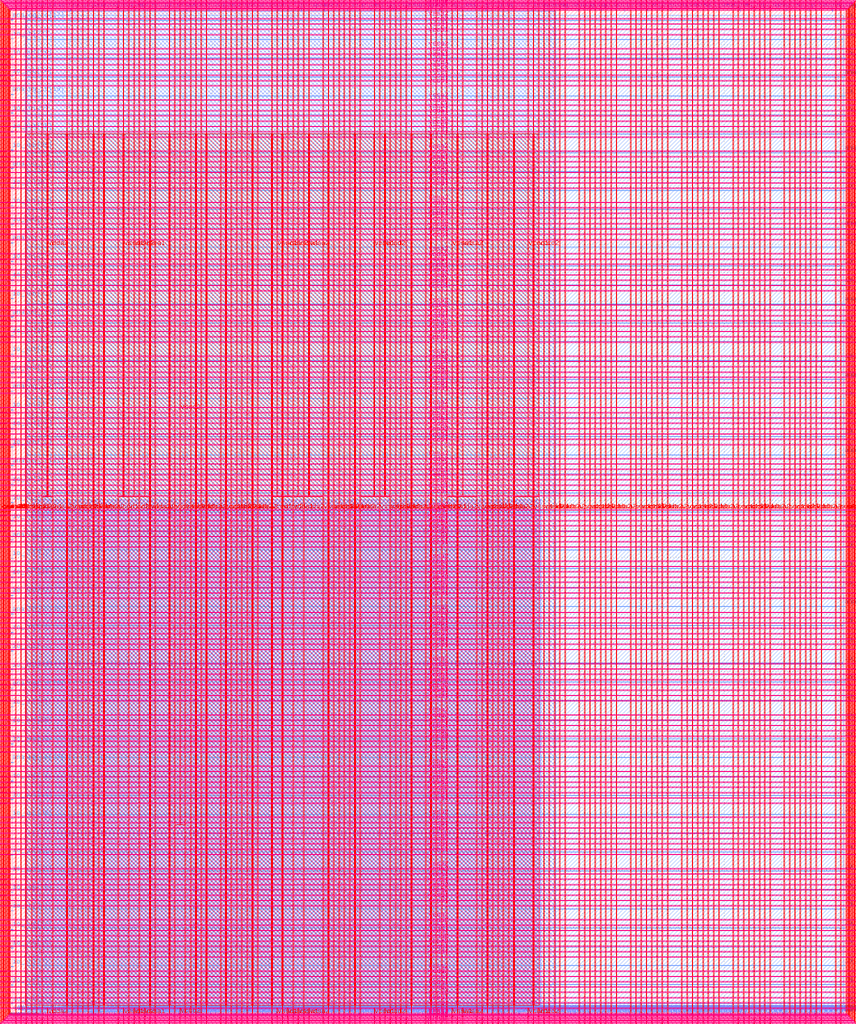
<source format=lef>
VERSION 5.7 ;
  NOWIREEXTENSIONATPIN ON ;
  DIVIDERCHAR "/" ;
  BUSBITCHARS "[]" ;
MACRO user_project_wrapper
  CLASS BLOCK ;
  FOREIGN user_project_wrapper ;
  ORIGIN 0.000 0.000 ;
  SIZE 2920.000 BY 3520.000 ;
  PIN analog_io2
    DIRECTION INOUT ;
    USE SIGNAL ;
    PORT
      LAYER met2 ;
        RECT 1867.550 3517.600 1868.110 3524.800 ;
    END
  END analog_io2
  PIN analog_io[0]
    DIRECTION INPUT ;
    USE SIGNAL ;
    PORT
      LAYER met3 ;
        RECT 2917.600 1426.380 2924.800 1427.580 ;
    END
  END analog_io[0]
  PIN analog_io[10]
    DIRECTION INPUT ;
    USE SIGNAL ;
    PORT
      LAYER met2 ;
        RECT 2230.490 3517.600 2231.050 3524.800 ;
    END
  END analog_io[10]
  PIN analog_io[11]
    DIRECTION INPUT ;
    USE SIGNAL ;
    PORT
      LAYER met2 ;
        RECT 1905.730 3517.600 1906.290 3524.800 ;
    END
  END analog_io[11]
  PIN analog_io[12]
    DIRECTION INPUT ;
    USE SIGNAL ;
    PORT
      LAYER met2 ;
        RECT 1581.430 3517.600 1581.990 3524.800 ;
    END
  END analog_io[12]
  PIN analog_io[13]
    DIRECTION INPUT ;
    USE SIGNAL ;
    PORT
      LAYER met2 ;
        RECT 1257.130 3517.600 1257.690 3524.800 ;
    END
  END analog_io[13]
  PIN analog_io[14]
    DIRECTION INPUT ;
    USE SIGNAL ;
    PORT
      LAYER met2 ;
        RECT 932.370 3517.600 932.930 3524.800 ;
    END
  END analog_io[14]
  PIN analog_io[15]
    DIRECTION INPUT ;
    USE SIGNAL ;
    PORT
      LAYER met2 ;
        RECT 608.070 3517.600 608.630 3524.800 ;
    END
  END analog_io[15]
  PIN analog_io[16]
    DIRECTION INPUT ;
    USE SIGNAL ;
    PORT
      LAYER met2 ;
        RECT 283.770 3517.600 284.330 3524.800 ;
    END
  END analog_io[16]
  PIN analog_io[17]
    DIRECTION INPUT ;
    USE SIGNAL ;
    PORT
      LAYER met3 ;
        RECT -4.800 3486.100 2.400 3487.300 ;
    END
  END analog_io[17]
  PIN analog_io[18]
    DIRECTION INPUT ;
    USE SIGNAL ;
    PORT
      LAYER met3 ;
        RECT -4.800 3224.980 2.400 3226.180 ;
    END
  END analog_io[18]
  PIN analog_io[19]
    DIRECTION INPUT ;
    USE SIGNAL ;
    PORT
      LAYER met3 ;
        RECT -4.800 2964.540 2.400 2965.740 ;
    END
  END analog_io[19]
  PIN analog_io[1]
    DIRECTION INPUT ;
    USE SIGNAL ;
    PORT
      LAYER met3 ;
        RECT 2917.600 1692.260 2924.800 1693.460 ;
    END
  END analog_io[1]
  PIN analog_io[20]
    DIRECTION INPUT ;
    USE SIGNAL ;
    PORT
      LAYER met3 ;
        RECT -4.800 2703.420 2.400 2704.620 ;
    END
  END analog_io[20]
  PIN analog_io[21]
    DIRECTION INPUT ;
    USE SIGNAL ;
    PORT
      LAYER met3 ;
        RECT -4.800 2442.980 2.400 2444.180 ;
    END
  END analog_io[21]
  PIN analog_io[22]
    DIRECTION INPUT ;
    USE SIGNAL ;
    PORT
      LAYER met3 ;
        RECT -4.800 2182.540 2.400 2183.740 ;
    END
  END analog_io[22]
  PIN analog_io[23]
    DIRECTION INPUT ;
    USE SIGNAL ;
    PORT
      LAYER met3 ;
        RECT -4.800 1921.420 2.400 1922.620 ;
    END
  END analog_io[23]
  PIN analog_io[24]
    DIRECTION INPUT ;
    USE SIGNAL ;
    PORT
      LAYER met3 ;
        RECT -4.800 1660.980 2.400 1662.180 ;
    END
  END analog_io[24]
  PIN analog_io[25]
    DIRECTION INPUT ;
    USE SIGNAL ;
    PORT
      LAYER met3 ;
        RECT -4.800 1399.860 2.400 1401.060 ;
    END
  END analog_io[25]
  PIN analog_io[26]
    DIRECTION INPUT ;
    USE SIGNAL ;
    PORT
      LAYER met3 ;
        RECT -4.800 1139.420 2.400 1140.620 ;
    END
  END analog_io[26]
  PIN analog_io[27]
    DIRECTION INPUT ;
    USE SIGNAL ;
    PORT
      LAYER met3 ;
        RECT -4.800 878.980 2.400 880.180 ;
    END
  END analog_io[27]
  PIN analog_io[2]
    DIRECTION INPUT ;
    USE SIGNAL ;
    PORT
      LAYER met3 ;
        RECT 2917.600 1958.140 2924.800 1959.340 ;
    END
  END analog_io[2]
  PIN analog_io[3]
    DIRECTION INPUT ;
    USE SIGNAL ;
    PORT
      LAYER met3 ;
        RECT 2917.600 2223.340 2924.800 2224.540 ;
    END
  END analog_io[3]
  PIN analog_io[4]
    DIRECTION INPUT ;
    USE SIGNAL ;
    PORT
      LAYER met3 ;
        RECT 2917.600 2489.220 2924.800 2490.420 ;
    END
  END analog_io[4]
  PIN analog_io[5]
    DIRECTION INPUT ;
    USE SIGNAL ;
    PORT
      LAYER met3 ;
        RECT 2917.600 2755.100 2924.800 2756.300 ;
    END
  END analog_io[5]
  PIN analog_io[6]
    DIRECTION INPUT ;
    USE SIGNAL ;
    PORT
      LAYER met3 ;
        RECT 2917.600 3020.300 2924.800 3021.500 ;
    END
  END analog_io[6]
  PIN analog_io[7]
    DIRECTION INPUT ;
    USE SIGNAL ;
    PORT
      LAYER met3 ;
        RECT 2917.600 3286.180 2924.800 3287.380 ;
    END
  END analog_io[7]
  PIN analog_io[8]
    DIRECTION INPUT ;
    USE SIGNAL ;
    PORT
      LAYER met2 ;
        RECT 2879.090 3517.600 2879.650 3524.800 ;
    END
  END analog_io[8]
  PIN analog_io[9]
    DIRECTION INPUT ;
    USE SIGNAL ;
    PORT
      LAYER met2 ;
        RECT 2554.790 3517.600 2555.350 3524.800 ;
    END
  END analog_io[9]
  PIN io_in[0]
    DIRECTION INPUT ;
    USE SIGNAL ;
    PORT
      LAYER met3 ;
        RECT 2917.600 32.380 2924.800 33.580 ;
    END
  END io_in[0]
  PIN io_in[10]
    DIRECTION INPUT ;
    USE SIGNAL ;
    PORT
      LAYER met3 ;
        RECT 2917.600 2289.980 2924.800 2291.180 ;
    END
  END io_in[10]
  PIN io_in[11]
    DIRECTION INPUT ;
    USE SIGNAL ;
    PORT
      LAYER met3 ;
        RECT 2917.600 2555.860 2924.800 2557.060 ;
    END
  END io_in[11]
  PIN io_in[12]
    DIRECTION INPUT ;
    USE SIGNAL ;
    PORT
      LAYER met3 ;
        RECT 2917.600 2821.060 2924.800 2822.260 ;
    END
  END io_in[12]
  PIN io_in[13]
    DIRECTION INPUT ;
    USE SIGNAL ;
    PORT
      LAYER met3 ;
        RECT 2917.600 3086.940 2924.800 3088.140 ;
    END
  END io_in[13]
  PIN io_in[14]
    DIRECTION INPUT ;
    USE SIGNAL ;
    PORT
      LAYER met3 ;
        RECT 2917.600 3352.820 2924.800 3354.020 ;
    END
  END io_in[14]
  PIN io_in[15]
    DIRECTION INPUT ;
    USE SIGNAL ;
    PORT
      LAYER met2 ;
        RECT 2798.130 3517.600 2798.690 3524.800 ;
    END
  END io_in[15]
  PIN io_in[16]
    DIRECTION INPUT ;
    USE SIGNAL ;
    PORT
      LAYER met2 ;
        RECT 2473.830 3517.600 2474.390 3524.800 ;
    END
  END io_in[16]
  PIN io_in[17]
    DIRECTION INPUT ;
    USE SIGNAL ;
    PORT
      LAYER met2 ;
        RECT 2149.070 3517.600 2149.630 3524.800 ;
    END
  END io_in[17]
  PIN io_in[18]
    DIRECTION INPUT ;
    USE SIGNAL ;
    PORT
      LAYER met2 ;
        RECT 1824.770 3517.600 1825.330 3524.800 ;
    END
  END io_in[18]
  PIN io_in[19]
    DIRECTION INPUT ;
    USE SIGNAL ;
    PORT
      LAYER met2 ;
        RECT 1500.470 3517.600 1501.030 3524.800 ;
    END
  END io_in[19]
  PIN io_in[1]
    DIRECTION INPUT ;
    USE SIGNAL ;
    PORT
      LAYER met3 ;
        RECT 2917.600 230.940 2924.800 232.140 ;
    END
  END io_in[1]
  PIN io_in[20]
    DIRECTION INPUT ;
    USE SIGNAL ;
    PORT
      LAYER met2 ;
        RECT 1175.710 3517.600 1176.270 3524.800 ;
    END
  END io_in[20]
  PIN io_in[21]
    DIRECTION INPUT ;
    USE SIGNAL ;
    PORT
      LAYER met2 ;
        RECT 851.410 3517.600 851.970 3524.800 ;
    END
  END io_in[21]
  PIN io_in[22]
    DIRECTION INPUT ;
    USE SIGNAL ;
    PORT
      LAYER met2 ;
        RECT 527.110 3517.600 527.670 3524.800 ;
    END
  END io_in[22]
  PIN io_in[23]
    DIRECTION INPUT ;
    USE SIGNAL ;
    PORT
      LAYER met2 ;
        RECT 202.350 3517.600 202.910 3524.800 ;
    END
  END io_in[23]
  PIN io_in[24]
    DIRECTION INPUT ;
    USE SIGNAL ;
    PORT
      LAYER met3 ;
        RECT -4.800 3420.820 2.400 3422.020 ;
    END
  END io_in[24]
  PIN io_in[25]
    DIRECTION INPUT ;
    USE SIGNAL ;
    PORT
      LAYER met3 ;
        RECT -4.800 3159.700 2.400 3160.900 ;
    END
  END io_in[25]
  PIN io_in[26]
    DIRECTION INPUT ;
    USE SIGNAL ;
    PORT
      LAYER met3 ;
        RECT -4.800 2899.260 2.400 2900.460 ;
    END
  END io_in[26]
  PIN io_in[27]
    DIRECTION INPUT ;
    USE SIGNAL ;
    PORT
      LAYER met3 ;
        RECT -4.800 2638.820 2.400 2640.020 ;
    END
  END io_in[27]
  PIN io_in[28]
    DIRECTION INPUT ;
    USE SIGNAL ;
    PORT
      LAYER met3 ;
        RECT -4.800 2377.700 2.400 2378.900 ;
    END
  END io_in[28]
  PIN io_in[29]
    DIRECTION INPUT ;
    USE SIGNAL ;
    PORT
      LAYER met3 ;
        RECT -4.800 2117.260 2.400 2118.460 ;
    END
  END io_in[29]
  PIN io_in[2]
    DIRECTION INPUT ;
    USE SIGNAL ;
    PORT
      LAYER met3 ;
        RECT 2917.600 430.180 2924.800 431.380 ;
    END
  END io_in[2]
  PIN io_in[30]
    DIRECTION INPUT ;
    USE SIGNAL ;
    PORT
      LAYER met3 ;
        RECT -4.800 1856.140 2.400 1857.340 ;
    END
  END io_in[30]
  PIN io_in[31]
    DIRECTION INPUT ;
    USE SIGNAL ;
    PORT
      LAYER met3 ;
        RECT -4.800 1595.700 2.400 1596.900 ;
    END
  END io_in[31]
  PIN io_in[32]
    DIRECTION INPUT ;
    USE SIGNAL ;
    PORT
      LAYER met3 ;
        RECT -4.800 1335.260 2.400 1336.460 ;
    END
  END io_in[32]
  PIN io_in[33]
    DIRECTION INPUT ;
    USE SIGNAL ;
    PORT
      LAYER met3 ;
        RECT -4.800 1074.140 2.400 1075.340 ;
    END
  END io_in[33]
  PIN io_in[34]
    DIRECTION INPUT ;
    USE SIGNAL ;
    PORT
      LAYER met3 ;
        RECT -4.800 813.700 2.400 814.900 ;
    END
  END io_in[34]
  PIN io_in[35]
    DIRECTION INPUT ;
    USE SIGNAL ;
    PORT
      LAYER met3 ;
        RECT -4.800 552.580 2.400 553.780 ;
    END
  END io_in[35]
  PIN io_in[36]
    DIRECTION INPUT ;
    USE SIGNAL ;
    PORT
      LAYER met3 ;
        RECT -4.800 357.420 2.400 358.620 ;
    END
  END io_in[36]
  PIN io_in[37]
    DIRECTION INPUT ;
    USE SIGNAL ;
    PORT
      LAYER met3 ;
        RECT -4.800 161.580 2.400 162.780 ;
    END
  END io_in[37]
  PIN io_in[3]
    DIRECTION INPUT ;
    USE SIGNAL ;
    PORT
      LAYER met3 ;
        RECT 2917.600 629.420 2924.800 630.620 ;
    END
  END io_in[3]
  PIN io_in[4]
    DIRECTION INPUT ;
    USE SIGNAL ;
    PORT
      LAYER met3 ;
        RECT 2917.600 828.660 2924.800 829.860 ;
    END
  END io_in[4]
  PIN io_in[5]
    DIRECTION INPUT ;
    USE SIGNAL ;
    PORT
      LAYER met3 ;
        RECT 2917.600 1027.900 2924.800 1029.100 ;
    END
  END io_in[5]
  PIN io_in[6]
    DIRECTION INPUT ;
    USE SIGNAL ;
    PORT
      LAYER met3 ;
        RECT 2917.600 1227.140 2924.800 1228.340 ;
    END
  END io_in[6]
  PIN io_in[7]
    DIRECTION INPUT ;
    USE SIGNAL ;
    PORT
      LAYER met3 ;
        RECT 2917.600 1493.020 2924.800 1494.220 ;
    END
  END io_in[7]
  PIN io_in[8]
    DIRECTION INPUT ;
    USE SIGNAL ;
    PORT
      LAYER met3 ;
        RECT 2917.600 1758.900 2924.800 1760.100 ;
    END
  END io_in[8]
  PIN io_in[9]
    DIRECTION INPUT ;
    USE SIGNAL ;
    PORT
      LAYER met3 ;
        RECT 2917.600 2024.100 2924.800 2025.300 ;
    END
  END io_in[9]
  PIN io_oeb[0]
    DIRECTION OUTPUT TRISTATE ;
    USE SIGNAL ;
    PORT
      LAYER met3 ;
        RECT 2917.600 164.980 2924.800 166.180 ;
    END
  END io_oeb[0]
  PIN io_oeb[10]
    DIRECTION OUTPUT TRISTATE ;
    USE SIGNAL ;
    PORT
      LAYER met3 ;
        RECT 2917.600 2422.580 2924.800 2423.780 ;
    END
  END io_oeb[10]
  PIN io_oeb[11]
    DIRECTION OUTPUT TRISTATE ;
    USE SIGNAL ;
    PORT
      LAYER met3 ;
        RECT 2917.600 2688.460 2924.800 2689.660 ;
    END
  END io_oeb[11]
  PIN io_oeb[12]
    DIRECTION OUTPUT TRISTATE ;
    USE SIGNAL ;
    PORT
      LAYER met3 ;
        RECT 2917.600 2954.340 2924.800 2955.540 ;
    END
  END io_oeb[12]
  PIN io_oeb[13]
    DIRECTION OUTPUT TRISTATE ;
    USE SIGNAL ;
    PORT
      LAYER met3 ;
        RECT 2917.600 3219.540 2924.800 3220.740 ;
    END
  END io_oeb[13]
  PIN io_oeb[14]
    DIRECTION OUTPUT TRISTATE ;
    USE SIGNAL ;
    PORT
      LAYER met3 ;
        RECT 2917.600 3485.420 2924.800 3486.620 ;
    END
  END io_oeb[14]
  PIN io_oeb[15]
    DIRECTION OUTPUT TRISTATE ;
    USE SIGNAL ;
    PORT
      LAYER met2 ;
        RECT 2635.750 3517.600 2636.310 3524.800 ;
    END
  END io_oeb[15]
  PIN io_oeb[16]
    DIRECTION OUTPUT TRISTATE ;
    USE SIGNAL ;
    PORT
      LAYER met2 ;
        RECT 2311.450 3517.600 2312.010 3524.800 ;
    END
  END io_oeb[16]
  PIN io_oeb[17]
    DIRECTION OUTPUT TRISTATE ;
    USE SIGNAL ;
    PORT
      LAYER met2 ;
        RECT 1987.150 3517.600 1987.710 3524.800 ;
    END
  END io_oeb[17]
  PIN io_oeb[18]
    DIRECTION OUTPUT TRISTATE ;
    USE SIGNAL ;
    PORT
      LAYER met2 ;
        RECT 1662.390 3517.600 1662.950 3524.800 ;
    END
  END io_oeb[18]
  PIN io_oeb[19]
    DIRECTION OUTPUT TRISTATE ;
    USE SIGNAL ;
    PORT
      LAYER met2 ;
        RECT 1338.090 3517.600 1338.650 3524.800 ;
    END
  END io_oeb[19]
  PIN io_oeb[1]
    DIRECTION OUTPUT TRISTATE ;
    USE SIGNAL ;
    PORT
      LAYER met3 ;
        RECT 2917.600 364.220 2924.800 365.420 ;
    END
  END io_oeb[1]
  PIN io_oeb[20]
    DIRECTION OUTPUT TRISTATE ;
    USE SIGNAL ;
    PORT
      LAYER met2 ;
        RECT 1013.790 3517.600 1014.350 3524.800 ;
    END
  END io_oeb[20]
  PIN io_oeb[21]
    DIRECTION OUTPUT TRISTATE ;
    USE SIGNAL ;
    PORT
      LAYER met2 ;
        RECT 689.030 3517.600 689.590 3524.800 ;
    END
  END io_oeb[21]
  PIN io_oeb[22]
    DIRECTION OUTPUT TRISTATE ;
    USE SIGNAL ;
    PORT
      LAYER met2 ;
        RECT 364.730 3517.600 365.290 3524.800 ;
    END
  END io_oeb[22]
  PIN io_oeb[23]
    DIRECTION OUTPUT TRISTATE ;
    USE SIGNAL ;
    PORT
      LAYER met2 ;
        RECT 40.430 3517.600 40.990 3524.800 ;
    END
  END io_oeb[23]
  PIN io_oeb[24]
    DIRECTION OUTPUT TRISTATE ;
    USE SIGNAL ;
    PORT
      LAYER met3 ;
        RECT -4.800 3290.260 2.400 3291.460 ;
    END
  END io_oeb[24]
  PIN io_oeb[25]
    DIRECTION OUTPUT TRISTATE ;
    USE SIGNAL ;
    PORT
      LAYER met3 ;
        RECT -4.800 3029.820 2.400 3031.020 ;
    END
  END io_oeb[25]
  PIN io_oeb[26]
    DIRECTION OUTPUT TRISTATE ;
    USE SIGNAL ;
    PORT
      LAYER met3 ;
        RECT -4.800 2768.700 2.400 2769.900 ;
    END
  END io_oeb[26]
  PIN io_oeb[27]
    DIRECTION OUTPUT TRISTATE ;
    USE SIGNAL ;
    PORT
      LAYER met3 ;
        RECT -4.800 2508.260 2.400 2509.460 ;
    END
  END io_oeb[27]
  PIN io_oeb[28]
    DIRECTION OUTPUT TRISTATE ;
    USE SIGNAL ;
    PORT
      LAYER met3 ;
        RECT -4.800 2247.140 2.400 2248.340 ;
    END
  END io_oeb[28]
  PIN io_oeb[29]
    DIRECTION OUTPUT TRISTATE ;
    USE SIGNAL ;
    PORT
      LAYER met3 ;
        RECT -4.800 1986.700 2.400 1987.900 ;
    END
  END io_oeb[29]
  PIN io_oeb[2]
    DIRECTION OUTPUT TRISTATE ;
    USE SIGNAL ;
    PORT
      LAYER met3 ;
        RECT 2917.600 563.460 2924.800 564.660 ;
    END
  END io_oeb[2]
  PIN io_oeb[30]
    DIRECTION OUTPUT TRISTATE ;
    USE SIGNAL ;
    PORT
      LAYER met3 ;
        RECT -4.800 1726.260 2.400 1727.460 ;
    END
  END io_oeb[30]
  PIN io_oeb[31]
    DIRECTION OUTPUT TRISTATE ;
    USE SIGNAL ;
    PORT
      LAYER met3 ;
        RECT -4.800 1465.140 2.400 1466.340 ;
    END
  END io_oeb[31]
  PIN io_oeb[32]
    DIRECTION OUTPUT TRISTATE ;
    USE SIGNAL ;
    PORT
      LAYER met3 ;
        RECT -4.800 1204.700 2.400 1205.900 ;
    END
  END io_oeb[32]
  PIN io_oeb[33]
    DIRECTION OUTPUT TRISTATE ;
    USE SIGNAL ;
    PORT
      LAYER met3 ;
        RECT -4.800 943.580 2.400 944.780 ;
    END
  END io_oeb[33]
  PIN io_oeb[34]
    DIRECTION OUTPUT TRISTATE ;
    USE SIGNAL ;
    PORT
      LAYER met3 ;
        RECT -4.800 683.140 2.400 684.340 ;
    END
  END io_oeb[34]
  PIN io_oeb[35]
    DIRECTION OUTPUT TRISTATE ;
    USE SIGNAL ;
    PORT
      LAYER met3 ;
        RECT -4.800 422.700 2.400 423.900 ;
    END
  END io_oeb[35]
  PIN io_oeb[36]
    DIRECTION OUTPUT TRISTATE ;
    USE SIGNAL ;
    PORT
      LAYER met3 ;
        RECT -4.800 226.860 2.400 228.060 ;
    END
  END io_oeb[36]
  PIN io_oeb[37]
    DIRECTION OUTPUT TRISTATE ;
    USE SIGNAL ;
    PORT
      LAYER met3 ;
        RECT -4.800 31.700 2.400 32.900 ;
    END
  END io_oeb[37]
  PIN io_oeb[3]
    DIRECTION OUTPUT TRISTATE ;
    USE SIGNAL ;
    PORT
      LAYER met3 ;
        RECT 2917.600 762.700 2924.800 763.900 ;
    END
  END io_oeb[3]
  PIN io_oeb[4]
    DIRECTION OUTPUT TRISTATE ;
    USE SIGNAL ;
    PORT
      LAYER met3 ;
        RECT 2917.600 961.940 2924.800 963.140 ;
    END
  END io_oeb[4]
  PIN io_oeb[5]
    DIRECTION OUTPUT TRISTATE ;
    USE SIGNAL ;
    PORT
      LAYER met3 ;
        RECT 2917.600 1161.180 2924.800 1162.380 ;
    END
  END io_oeb[5]
  PIN io_oeb[6]
    DIRECTION OUTPUT TRISTATE ;
    USE SIGNAL ;
    PORT
      LAYER met3 ;
        RECT 2917.600 1360.420 2924.800 1361.620 ;
    END
  END io_oeb[6]
  PIN io_oeb[7]
    DIRECTION OUTPUT TRISTATE ;
    USE SIGNAL ;
    PORT
      LAYER met3 ;
        RECT 2917.600 1625.620 2924.800 1626.820 ;
    END
  END io_oeb[7]
  PIN io_oeb[8]
    DIRECTION OUTPUT TRISTATE ;
    USE SIGNAL ;
    PORT
      LAYER met3 ;
        RECT 2917.600 1891.500 2924.800 1892.700 ;
    END
  END io_oeb[8]
  PIN io_oeb[9]
    DIRECTION OUTPUT TRISTATE ;
    USE SIGNAL ;
    PORT
      LAYER met3 ;
        RECT 2917.600 2157.380 2924.800 2158.580 ;
    END
  END io_oeb[9]
  PIN io_out[0]
    DIRECTION OUTPUT TRISTATE ;
    USE SIGNAL ;
    PORT
      LAYER met3 ;
        RECT 2917.600 98.340 2924.800 99.540 ;
    END
  END io_out[0]
  PIN io_out[10]
    DIRECTION OUTPUT TRISTATE ;
    USE SIGNAL ;
    PORT
      LAYER met3 ;
        RECT 2917.600 2356.620 2924.800 2357.820 ;
    END
  END io_out[10]
  PIN io_out[11]
    DIRECTION OUTPUT TRISTATE ;
    USE SIGNAL ;
    PORT
      LAYER met3 ;
        RECT 2917.600 2621.820 2924.800 2623.020 ;
    END
  END io_out[11]
  PIN io_out[12]
    DIRECTION OUTPUT TRISTATE ;
    USE SIGNAL ;
    PORT
      LAYER met3 ;
        RECT 2917.600 2887.700 2924.800 2888.900 ;
    END
  END io_out[12]
  PIN io_out[13]
    DIRECTION OUTPUT TRISTATE ;
    USE SIGNAL ;
    PORT
      LAYER met3 ;
        RECT 2917.600 3153.580 2924.800 3154.780 ;
    END
  END io_out[13]
  PIN io_out[14]
    DIRECTION OUTPUT TRISTATE ;
    USE SIGNAL ;
    PORT
      LAYER met3 ;
        RECT 2917.600 3418.780 2924.800 3419.980 ;
    END
  END io_out[14]
  PIN io_out[15]
    DIRECTION OUTPUT TRISTATE ;
    USE SIGNAL ;
    PORT
      LAYER met2 ;
        RECT 2717.170 3517.600 2717.730 3524.800 ;
    END
  END io_out[15]
  PIN io_out[16]
    DIRECTION OUTPUT TRISTATE ;
    USE SIGNAL ;
    PORT
      LAYER met2 ;
        RECT 2392.410 3517.600 2392.970 3524.800 ;
    END
  END io_out[16]
  PIN io_out[17]
    DIRECTION OUTPUT TRISTATE ;
    USE SIGNAL ;
    PORT
      LAYER met2 ;
        RECT 2068.110 3517.600 2068.670 3524.800 ;
    END
  END io_out[17]
  PIN io_out[18]
    DIRECTION OUTPUT TRISTATE ;
    USE SIGNAL ;
    PORT
      LAYER met2 ;
        RECT 1743.810 3517.600 1744.370 3524.800 ;
    END
  END io_out[18]
  PIN io_out[19]
    DIRECTION OUTPUT TRISTATE ;
    USE SIGNAL ;
    PORT
      LAYER met2 ;
        RECT 1419.050 3517.600 1419.610 3524.800 ;
    END
  END io_out[19]
  PIN io_out[1]
    DIRECTION OUTPUT TRISTATE ;
    USE SIGNAL ;
    PORT
      LAYER met3 ;
        RECT 2917.600 297.580 2924.800 298.780 ;
    END
  END io_out[1]
  PIN io_out[20]
    DIRECTION OUTPUT TRISTATE ;
    USE SIGNAL ;
    PORT
      LAYER met2 ;
        RECT 1094.750 3517.600 1095.310 3524.800 ;
    END
  END io_out[20]
  PIN io_out[21]
    DIRECTION OUTPUT TRISTATE ;
    USE SIGNAL ;
    PORT
      LAYER met2 ;
        RECT 770.450 3517.600 771.010 3524.800 ;
    END
  END io_out[21]
  PIN io_out[22]
    DIRECTION OUTPUT TRISTATE ;
    USE SIGNAL ;
    PORT
      LAYER met2 ;
        RECT 445.690 3517.600 446.250 3524.800 ;
    END
  END io_out[22]
  PIN io_out[23]
    DIRECTION OUTPUT TRISTATE ;
    USE SIGNAL ;
    PORT
      LAYER met2 ;
        RECT 121.390 3517.600 121.950 3524.800 ;
    END
  END io_out[23]
  PIN io_out[24]
    DIRECTION OUTPUT TRISTATE ;
    USE SIGNAL ;
    PORT
      LAYER met3 ;
        RECT -4.800 3355.540 2.400 3356.740 ;
    END
  END io_out[24]
  PIN io_out[25]
    DIRECTION OUTPUT TRISTATE ;
    USE SIGNAL ;
    PORT
      LAYER met3 ;
        RECT -4.800 3095.100 2.400 3096.300 ;
    END
  END io_out[25]
  PIN io_out[26]
    DIRECTION OUTPUT TRISTATE ;
    USE SIGNAL ;
    PORT
      LAYER met3 ;
        RECT -4.800 2833.980 2.400 2835.180 ;
    END
  END io_out[26]
  PIN io_out[27]
    DIRECTION OUTPUT TRISTATE ;
    USE SIGNAL ;
    PORT
      LAYER met3 ;
        RECT -4.800 2573.540 2.400 2574.740 ;
    END
  END io_out[27]
  PIN io_out[28]
    DIRECTION OUTPUT TRISTATE ;
    USE SIGNAL ;
    PORT
      LAYER met3 ;
        RECT -4.800 2312.420 2.400 2313.620 ;
    END
  END io_out[28]
  PIN io_out[29]
    DIRECTION OUTPUT TRISTATE ;
    USE SIGNAL ;
    PORT
      LAYER met3 ;
        RECT -4.800 2051.980 2.400 2053.180 ;
    END
  END io_out[29]
  PIN io_out[2]
    DIRECTION OUTPUT TRISTATE ;
    USE SIGNAL ;
    PORT
      LAYER met3 ;
        RECT 2917.600 496.820 2924.800 498.020 ;
    END
  END io_out[2]
  PIN io_out[30]
    DIRECTION OUTPUT TRISTATE ;
    USE SIGNAL ;
    PORT
      LAYER met3 ;
        RECT -4.800 1791.540 2.400 1792.740 ;
    END
  END io_out[30]
  PIN io_out[31]
    DIRECTION OUTPUT TRISTATE ;
    USE SIGNAL ;
    PORT
      LAYER met3 ;
        RECT -4.800 1530.420 2.400 1531.620 ;
    END
  END io_out[31]
  PIN io_out[32]
    DIRECTION OUTPUT TRISTATE ;
    USE SIGNAL ;
    PORT
      LAYER met3 ;
        RECT -4.800 1269.980 2.400 1271.180 ;
    END
  END io_out[32]
  PIN io_out[33]
    DIRECTION OUTPUT TRISTATE ;
    USE SIGNAL ;
    PORT
      LAYER met3 ;
        RECT -4.800 1008.860 2.400 1010.060 ;
    END
  END io_out[33]
  PIN io_out[34]
    DIRECTION OUTPUT TRISTATE ;
    USE SIGNAL ;
    PORT
      LAYER met3 ;
        RECT -4.800 748.420 2.400 749.620 ;
    END
  END io_out[34]
  PIN io_out[35]
    DIRECTION OUTPUT TRISTATE ;
    USE SIGNAL ;
    PORT
      LAYER met3 ;
        RECT -4.800 487.300 2.400 488.500 ;
    END
  END io_out[35]
  PIN io_out[36]
    DIRECTION OUTPUT TRISTATE ;
    USE SIGNAL ;
    PORT
      LAYER met3 ;
        RECT -4.800 292.140 2.400 293.340 ;
    END
  END io_out[36]
  PIN io_out[37]
    DIRECTION OUTPUT TRISTATE ;
    USE SIGNAL ;
    PORT
      LAYER met3 ;
        RECT -4.800 96.300 2.400 97.500 ;
    END
  END io_out[37]
  PIN io_out[3]
    DIRECTION OUTPUT TRISTATE ;
    USE SIGNAL ;
    PORT
      LAYER met3 ;
        RECT 2917.600 696.060 2924.800 697.260 ;
    END
  END io_out[3]
  PIN io_out[4]
    DIRECTION OUTPUT TRISTATE ;
    USE SIGNAL ;
    PORT
      LAYER met3 ;
        RECT 2917.600 895.300 2924.800 896.500 ;
    END
  END io_out[4]
  PIN io_out[5]
    DIRECTION OUTPUT TRISTATE ;
    USE SIGNAL ;
    PORT
      LAYER met3 ;
        RECT 2917.600 1094.540 2924.800 1095.740 ;
    END
  END io_out[5]
  PIN io_out[6]
    DIRECTION OUTPUT TRISTATE ;
    USE SIGNAL ;
    PORT
      LAYER met3 ;
        RECT 2917.600 1293.780 2924.800 1294.980 ;
    END
  END io_out[6]
  PIN io_out[7]
    DIRECTION OUTPUT TRISTATE ;
    USE SIGNAL ;
    PORT
      LAYER met3 ;
        RECT 2917.600 1559.660 2924.800 1560.860 ;
    END
  END io_out[7]
  PIN io_out[8]
    DIRECTION OUTPUT TRISTATE ;
    USE SIGNAL ;
    PORT
      LAYER met3 ;
        RECT 2917.600 1824.860 2924.800 1826.060 ;
    END
  END io_out[8]
  PIN io_out[9]
    DIRECTION OUTPUT TRISTATE ;
    USE SIGNAL ;
    PORT
      LAYER met3 ;
        RECT 2917.600 2090.740 2924.800 2091.940 ;
    END
  END io_out[9]
  PIN la_data_in[0]
    DIRECTION INPUT ;
    USE SIGNAL ;
    PORT
      LAYER met2 ;
        RECT 629.230 -4.800 629.790 2.400 ;
    END
  END la_data_in[0]
  PIN la_data_in[100]
    DIRECTION INPUT ;
    USE SIGNAL ;
    PORT
      LAYER met2 ;
        RECT 2402.530 -4.800 2403.090 2.400 ;
    END
  END la_data_in[100]
  PIN la_data_in[101]
    DIRECTION INPUT ;
    USE SIGNAL ;
    PORT
      LAYER met2 ;
        RECT 2420.010 -4.800 2420.570 2.400 ;
    END
  END la_data_in[101]
  PIN la_data_in[102]
    DIRECTION INPUT ;
    USE SIGNAL ;
    PORT
      LAYER met2 ;
        RECT 2437.950 -4.800 2438.510 2.400 ;
    END
  END la_data_in[102]
  PIN la_data_in[103]
    DIRECTION INPUT ;
    USE SIGNAL ;
    PORT
      LAYER met2 ;
        RECT 2455.430 -4.800 2455.990 2.400 ;
    END
  END la_data_in[103]
  PIN la_data_in[104]
    DIRECTION INPUT ;
    USE SIGNAL ;
    PORT
      LAYER met2 ;
        RECT 2473.370 -4.800 2473.930 2.400 ;
    END
  END la_data_in[104]
  PIN la_data_in[105]
    DIRECTION INPUT ;
    USE SIGNAL ;
    PORT
      LAYER met2 ;
        RECT 2490.850 -4.800 2491.410 2.400 ;
    END
  END la_data_in[105]
  PIN la_data_in[106]
    DIRECTION INPUT ;
    USE SIGNAL ;
    PORT
      LAYER met2 ;
        RECT 2508.790 -4.800 2509.350 2.400 ;
    END
  END la_data_in[106]
  PIN la_data_in[107]
    DIRECTION INPUT ;
    USE SIGNAL ;
    PORT
      LAYER met2 ;
        RECT 2526.730 -4.800 2527.290 2.400 ;
    END
  END la_data_in[107]
  PIN la_data_in[108]
    DIRECTION INPUT ;
    USE SIGNAL ;
    PORT
      LAYER met2 ;
        RECT 2544.210 -4.800 2544.770 2.400 ;
    END
  END la_data_in[108]
  PIN la_data_in[109]
    DIRECTION INPUT ;
    USE SIGNAL ;
    PORT
      LAYER met2 ;
        RECT 2562.150 -4.800 2562.710 2.400 ;
    END
  END la_data_in[109]
  PIN la_data_in[10]
    DIRECTION INPUT ;
    USE SIGNAL ;
    PORT
      LAYER met2 ;
        RECT 806.330 -4.800 806.890 2.400 ;
    END
  END la_data_in[10]
  PIN la_data_in[110]
    DIRECTION INPUT ;
    USE SIGNAL ;
    PORT
      LAYER met2 ;
        RECT 2579.630 -4.800 2580.190 2.400 ;
    END
  END la_data_in[110]
  PIN la_data_in[111]
    DIRECTION INPUT ;
    USE SIGNAL ;
    PORT
      LAYER met2 ;
        RECT 2597.570 -4.800 2598.130 2.400 ;
    END
  END la_data_in[111]
  PIN la_data_in[112]
    DIRECTION INPUT ;
    USE SIGNAL ;
    PORT
      LAYER met2 ;
        RECT 2615.050 -4.800 2615.610 2.400 ;
    END
  END la_data_in[112]
  PIN la_data_in[113]
    DIRECTION INPUT ;
    USE SIGNAL ;
    PORT
      LAYER met2 ;
        RECT 2632.990 -4.800 2633.550 2.400 ;
    END
  END la_data_in[113]
  PIN la_data_in[114]
    DIRECTION INPUT ;
    USE SIGNAL ;
    PORT
      LAYER met2 ;
        RECT 2650.470 -4.800 2651.030 2.400 ;
    END
  END la_data_in[114]
  PIN la_data_in[115]
    DIRECTION INPUT ;
    USE SIGNAL ;
    PORT
      LAYER met2 ;
        RECT 2668.410 -4.800 2668.970 2.400 ;
    END
  END la_data_in[115]
  PIN la_data_in[116]
    DIRECTION INPUT ;
    USE SIGNAL ;
    PORT
      LAYER met2 ;
        RECT 2685.890 -4.800 2686.450 2.400 ;
    END
  END la_data_in[116]
  PIN la_data_in[117]
    DIRECTION INPUT ;
    USE SIGNAL ;
    PORT
      LAYER met2 ;
        RECT 2703.830 -4.800 2704.390 2.400 ;
    END
  END la_data_in[117]
  PIN la_data_in[118]
    DIRECTION INPUT ;
    USE SIGNAL ;
    PORT
      LAYER met2 ;
        RECT 2721.770 -4.800 2722.330 2.400 ;
    END
  END la_data_in[118]
  PIN la_data_in[119]
    DIRECTION INPUT ;
    USE SIGNAL ;
    PORT
      LAYER met2 ;
        RECT 2739.250 -4.800 2739.810 2.400 ;
    END
  END la_data_in[119]
  PIN la_data_in[11]
    DIRECTION INPUT ;
    USE SIGNAL ;
    PORT
      LAYER met2 ;
        RECT 824.270 -4.800 824.830 2.400 ;
    END
  END la_data_in[11]
  PIN la_data_in[120]
    DIRECTION INPUT ;
    USE SIGNAL ;
    PORT
      LAYER met2 ;
        RECT 2757.190 -4.800 2757.750 2.400 ;
    END
  END la_data_in[120]
  PIN la_data_in[121]
    DIRECTION INPUT ;
    USE SIGNAL ;
    PORT
      LAYER met2 ;
        RECT 2774.670 -4.800 2775.230 2.400 ;
    END
  END la_data_in[121]
  PIN la_data_in[122]
    DIRECTION INPUT ;
    USE SIGNAL ;
    PORT
      LAYER met2 ;
        RECT 2792.610 -4.800 2793.170 2.400 ;
    END
  END la_data_in[122]
  PIN la_data_in[123]
    DIRECTION INPUT ;
    USE SIGNAL ;
    PORT
      LAYER met2 ;
        RECT 2810.090 -4.800 2810.650 2.400 ;
    END
  END la_data_in[123]
  PIN la_data_in[124]
    DIRECTION INPUT ;
    USE SIGNAL ;
    PORT
      LAYER met2 ;
        RECT 2828.030 -4.800 2828.590 2.400 ;
    END
  END la_data_in[124]
  PIN la_data_in[125]
    DIRECTION INPUT ;
    USE SIGNAL ;
    PORT
      LAYER met2 ;
        RECT 2845.510 -4.800 2846.070 2.400 ;
    END
  END la_data_in[125]
  PIN la_data_in[126]
    DIRECTION INPUT ;
    USE SIGNAL ;
    PORT
      LAYER met2 ;
        RECT 2863.450 -4.800 2864.010 2.400 ;
    END
  END la_data_in[126]
  PIN la_data_in[127]
    DIRECTION INPUT ;
    USE SIGNAL ;
    PORT
      LAYER met2 ;
        RECT 2881.390 -4.800 2881.950 2.400 ;
    END
  END la_data_in[127]
  PIN la_data_in[12]
    DIRECTION INPUT ;
    USE SIGNAL ;
    PORT
      LAYER met2 ;
        RECT 841.750 -4.800 842.310 2.400 ;
    END
  END la_data_in[12]
  PIN la_data_in[13]
    DIRECTION INPUT ;
    USE SIGNAL ;
    PORT
      LAYER met2 ;
        RECT 859.690 -4.800 860.250 2.400 ;
    END
  END la_data_in[13]
  PIN la_data_in[14]
    DIRECTION INPUT ;
    USE SIGNAL ;
    PORT
      LAYER met2 ;
        RECT 877.170 -4.800 877.730 2.400 ;
    END
  END la_data_in[14]
  PIN la_data_in[15]
    DIRECTION INPUT ;
    USE SIGNAL ;
    PORT
      LAYER met2 ;
        RECT 895.110 -4.800 895.670 2.400 ;
    END
  END la_data_in[15]
  PIN la_data_in[16]
    DIRECTION INPUT ;
    USE SIGNAL ;
    PORT
      LAYER met2 ;
        RECT 912.590 -4.800 913.150 2.400 ;
    END
  END la_data_in[16]
  PIN la_data_in[17]
    DIRECTION INPUT ;
    USE SIGNAL ;
    PORT
      LAYER met2 ;
        RECT 930.530 -4.800 931.090 2.400 ;
    END
  END la_data_in[17]
  PIN la_data_in[18]
    DIRECTION INPUT ;
    USE SIGNAL ;
    PORT
      LAYER met2 ;
        RECT 948.470 -4.800 949.030 2.400 ;
    END
  END la_data_in[18]
  PIN la_data_in[19]
    DIRECTION INPUT ;
    USE SIGNAL ;
    PORT
      LAYER met2 ;
        RECT 965.950 -4.800 966.510 2.400 ;
    END
  END la_data_in[19]
  PIN la_data_in[1]
    DIRECTION INPUT ;
    USE SIGNAL ;
    PORT
      LAYER met2 ;
        RECT 646.710 -4.800 647.270 2.400 ;
    END
  END la_data_in[1]
  PIN la_data_in[20]
    DIRECTION INPUT ;
    USE SIGNAL ;
    PORT
      LAYER met2 ;
        RECT 983.890 -4.800 984.450 2.400 ;
    END
  END la_data_in[20]
  PIN la_data_in[21]
    DIRECTION INPUT ;
    USE SIGNAL ;
    PORT
      LAYER met2 ;
        RECT 1001.370 -4.800 1001.930 2.400 ;
    END
  END la_data_in[21]
  PIN la_data_in[22]
    DIRECTION INPUT ;
    USE SIGNAL ;
    PORT
      LAYER met2 ;
        RECT 1019.310 -4.800 1019.870 2.400 ;
    END
  END la_data_in[22]
  PIN la_data_in[23]
    DIRECTION INPUT ;
    USE SIGNAL ;
    PORT
      LAYER met2 ;
        RECT 1036.790 -4.800 1037.350 2.400 ;
    END
  END la_data_in[23]
  PIN la_data_in[24]
    DIRECTION INPUT ;
    USE SIGNAL ;
    PORT
      LAYER met2 ;
        RECT 1054.730 -4.800 1055.290 2.400 ;
    END
  END la_data_in[24]
  PIN la_data_in[25]
    DIRECTION INPUT ;
    USE SIGNAL ;
    PORT
      LAYER met2 ;
        RECT 1072.210 -4.800 1072.770 2.400 ;
    END
  END la_data_in[25]
  PIN la_data_in[26]
    DIRECTION INPUT ;
    USE SIGNAL ;
    PORT
      LAYER met2 ;
        RECT 1090.150 -4.800 1090.710 2.400 ;
    END
  END la_data_in[26]
  PIN la_data_in[27]
    DIRECTION INPUT ;
    USE SIGNAL ;
    PORT
      LAYER met2 ;
        RECT 1107.630 -4.800 1108.190 2.400 ;
    END
  END la_data_in[27]
  PIN la_data_in[28]
    DIRECTION INPUT ;
    USE SIGNAL ;
    PORT
      LAYER met2 ;
        RECT 1125.570 -4.800 1126.130 2.400 ;
    END
  END la_data_in[28]
  PIN la_data_in[29]
    DIRECTION INPUT ;
    USE SIGNAL ;
    PORT
      LAYER met2 ;
        RECT 1143.510 -4.800 1144.070 2.400 ;
    END
  END la_data_in[29]
  PIN la_data_in[2]
    DIRECTION INPUT ;
    USE SIGNAL ;
    PORT
      LAYER met2 ;
        RECT 664.650 -4.800 665.210 2.400 ;
    END
  END la_data_in[2]
  PIN la_data_in[30]
    DIRECTION INPUT ;
    USE SIGNAL ;
    PORT
      LAYER met2 ;
        RECT 1160.990 -4.800 1161.550 2.400 ;
    END
  END la_data_in[30]
  PIN la_data_in[31]
    DIRECTION INPUT ;
    USE SIGNAL ;
    PORT
      LAYER met2 ;
        RECT 1178.930 -4.800 1179.490 2.400 ;
    END
  END la_data_in[31]
  PIN la_data_in[32]
    DIRECTION INPUT ;
    USE SIGNAL ;
    PORT
      LAYER met2 ;
        RECT 1196.410 -4.800 1196.970 2.400 ;
    END
  END la_data_in[32]
  PIN la_data_in[33]
    DIRECTION INPUT ;
    USE SIGNAL ;
    PORT
      LAYER met2 ;
        RECT 1214.350 -4.800 1214.910 2.400 ;
    END
  END la_data_in[33]
  PIN la_data_in[34]
    DIRECTION INPUT ;
    USE SIGNAL ;
    PORT
      LAYER met2 ;
        RECT 1231.830 -4.800 1232.390 2.400 ;
    END
  END la_data_in[34]
  PIN la_data_in[35]
    DIRECTION INPUT ;
    USE SIGNAL ;
    PORT
      LAYER met2 ;
        RECT 1249.770 -4.800 1250.330 2.400 ;
    END
  END la_data_in[35]
  PIN la_data_in[36]
    DIRECTION INPUT ;
    USE SIGNAL ;
    PORT
      LAYER met2 ;
        RECT 1267.250 -4.800 1267.810 2.400 ;
    END
  END la_data_in[36]
  PIN la_data_in[37]
    DIRECTION INPUT ;
    USE SIGNAL ;
    PORT
      LAYER met2 ;
        RECT 1285.190 -4.800 1285.750 2.400 ;
    END
  END la_data_in[37]
  PIN la_data_in[38]
    DIRECTION INPUT ;
    USE SIGNAL ;
    PORT
      LAYER met2 ;
        RECT 1303.130 -4.800 1303.690 2.400 ;
    END
  END la_data_in[38]
  PIN la_data_in[39]
    DIRECTION INPUT ;
    USE SIGNAL ;
    PORT
      LAYER met2 ;
        RECT 1320.610 -4.800 1321.170 2.400 ;
    END
  END la_data_in[39]
  PIN la_data_in[3]
    DIRECTION INPUT ;
    USE SIGNAL ;
    PORT
      LAYER met2 ;
        RECT 682.130 -4.800 682.690 2.400 ;
    END
  END la_data_in[3]
  PIN la_data_in[40]
    DIRECTION INPUT ;
    USE SIGNAL ;
    PORT
      LAYER met2 ;
        RECT 1338.550 -4.800 1339.110 2.400 ;
    END
  END la_data_in[40]
  PIN la_data_in[41]
    DIRECTION INPUT ;
    USE SIGNAL ;
    PORT
      LAYER met2 ;
        RECT 1356.030 -4.800 1356.590 2.400 ;
    END
  END la_data_in[41]
  PIN la_data_in[42]
    DIRECTION INPUT ;
    USE SIGNAL ;
    PORT
      LAYER met2 ;
        RECT 1373.970 -4.800 1374.530 2.400 ;
    END
  END la_data_in[42]
  PIN la_data_in[43]
    DIRECTION INPUT ;
    USE SIGNAL ;
    PORT
      LAYER met2 ;
        RECT 1391.450 -4.800 1392.010 2.400 ;
    END
  END la_data_in[43]
  PIN la_data_in[44]
    DIRECTION INPUT ;
    USE SIGNAL ;
    PORT
      LAYER met2 ;
        RECT 1409.390 -4.800 1409.950 2.400 ;
    END
  END la_data_in[44]
  PIN la_data_in[45]
    DIRECTION INPUT ;
    USE SIGNAL ;
    PORT
      LAYER met2 ;
        RECT 1426.870 -4.800 1427.430 2.400 ;
    END
  END la_data_in[45]
  PIN la_data_in[46]
    DIRECTION INPUT ;
    USE SIGNAL ;
    PORT
      LAYER met2 ;
        RECT 1444.810 -4.800 1445.370 2.400 ;
    END
  END la_data_in[46]
  PIN la_data_in[47]
    DIRECTION INPUT ;
    USE SIGNAL ;
    PORT
      LAYER met2 ;
        RECT 1462.750 -4.800 1463.310 2.400 ;
    END
  END la_data_in[47]
  PIN la_data_in[48]
    DIRECTION INPUT ;
    USE SIGNAL ;
    PORT
      LAYER met2 ;
        RECT 1480.230 -4.800 1480.790 2.400 ;
    END
  END la_data_in[48]
  PIN la_data_in[49]
    DIRECTION INPUT ;
    USE SIGNAL ;
    PORT
      LAYER met2 ;
        RECT 1498.170 -4.800 1498.730 2.400 ;
    END
  END la_data_in[49]
  PIN la_data_in[4]
    DIRECTION INPUT ;
    USE SIGNAL ;
    PORT
      LAYER met2 ;
        RECT 700.070 -4.800 700.630 2.400 ;
    END
  END la_data_in[4]
  PIN la_data_in[50]
    DIRECTION INPUT ;
    USE SIGNAL ;
    PORT
      LAYER met2 ;
        RECT 1515.650 -4.800 1516.210 2.400 ;
    END
  END la_data_in[50]
  PIN la_data_in[51]
    DIRECTION INPUT ;
    USE SIGNAL ;
    PORT
      LAYER met2 ;
        RECT 1533.590 -4.800 1534.150 2.400 ;
    END
  END la_data_in[51]
  PIN la_data_in[52]
    DIRECTION INPUT ;
    USE SIGNAL ;
    PORT
      LAYER met2 ;
        RECT 1551.070 -4.800 1551.630 2.400 ;
    END
  END la_data_in[52]
  PIN la_data_in[53]
    DIRECTION INPUT ;
    USE SIGNAL ;
    PORT
      LAYER met2 ;
        RECT 1569.010 -4.800 1569.570 2.400 ;
    END
  END la_data_in[53]
  PIN la_data_in[54]
    DIRECTION INPUT ;
    USE SIGNAL ;
    PORT
      LAYER met2 ;
        RECT 1586.490 -4.800 1587.050 2.400 ;
    END
  END la_data_in[54]
  PIN la_data_in[55]
    DIRECTION INPUT ;
    USE SIGNAL ;
    PORT
      LAYER met2 ;
        RECT 1604.430 -4.800 1604.990 2.400 ;
    END
  END la_data_in[55]
  PIN la_data_in[56]
    DIRECTION INPUT ;
    USE SIGNAL ;
    PORT
      LAYER met2 ;
        RECT 1621.910 -4.800 1622.470 2.400 ;
    END
  END la_data_in[56]
  PIN la_data_in[57]
    DIRECTION INPUT ;
    USE SIGNAL ;
    PORT
      LAYER met2 ;
        RECT 1639.850 -4.800 1640.410 2.400 ;
    END
  END la_data_in[57]
  PIN la_data_in[58]
    DIRECTION INPUT ;
    USE SIGNAL ;
    PORT
      LAYER met2 ;
        RECT 1657.790 -4.800 1658.350 2.400 ;
    END
  END la_data_in[58]
  PIN la_data_in[59]
    DIRECTION INPUT ;
    USE SIGNAL ;
    PORT
      LAYER met2 ;
        RECT 1675.270 -4.800 1675.830 2.400 ;
    END
  END la_data_in[59]
  PIN la_data_in[5]
    DIRECTION INPUT ;
    USE SIGNAL ;
    PORT
      LAYER met2 ;
        RECT 717.550 -4.800 718.110 2.400 ;
    END
  END la_data_in[5]
  PIN la_data_in[60]
    DIRECTION INPUT ;
    USE SIGNAL ;
    PORT
      LAYER met2 ;
        RECT 1693.210 -4.800 1693.770 2.400 ;
    END
  END la_data_in[60]
  PIN la_data_in[61]
    DIRECTION INPUT ;
    USE SIGNAL ;
    PORT
      LAYER met2 ;
        RECT 1710.690 -4.800 1711.250 2.400 ;
    END
  END la_data_in[61]
  PIN la_data_in[62]
    DIRECTION INPUT ;
    USE SIGNAL ;
    PORT
      LAYER met2 ;
        RECT 1728.630 -4.800 1729.190 2.400 ;
    END
  END la_data_in[62]
  PIN la_data_in[63]
    DIRECTION INPUT ;
    USE SIGNAL ;
    PORT
      LAYER met2 ;
        RECT 1746.110 -4.800 1746.670 2.400 ;
    END
  END la_data_in[63]
  PIN la_data_in[64]
    DIRECTION INPUT ;
    USE SIGNAL ;
    PORT
      LAYER met2 ;
        RECT 1764.050 -4.800 1764.610 2.400 ;
    END
  END la_data_in[64]
  PIN la_data_in[65]
    DIRECTION INPUT ;
    USE SIGNAL ;
    PORT
      LAYER met2 ;
        RECT 1781.530 -4.800 1782.090 2.400 ;
    END
  END la_data_in[65]
  PIN la_data_in[66]
    DIRECTION INPUT ;
    USE SIGNAL ;
    PORT
      LAYER met2 ;
        RECT 1799.470 -4.800 1800.030 2.400 ;
    END
  END la_data_in[66]
  PIN la_data_in[67]
    DIRECTION INPUT ;
    USE SIGNAL ;
    PORT
      LAYER met2 ;
        RECT 1817.410 -4.800 1817.970 2.400 ;
    END
  END la_data_in[67]
  PIN la_data_in[68]
    DIRECTION INPUT ;
    USE SIGNAL ;
    PORT
      LAYER met2 ;
        RECT 1834.890 -4.800 1835.450 2.400 ;
    END
  END la_data_in[68]
  PIN la_data_in[69]
    DIRECTION INPUT ;
    USE SIGNAL ;
    PORT
      LAYER met2 ;
        RECT 1852.830 -4.800 1853.390 2.400 ;
    END
  END la_data_in[69]
  PIN la_data_in[6]
    DIRECTION INPUT ;
    USE SIGNAL ;
    PORT
      LAYER met2 ;
        RECT 735.490 -4.800 736.050 2.400 ;
    END
  END la_data_in[6]
  PIN la_data_in[70]
    DIRECTION INPUT ;
    USE SIGNAL ;
    PORT
      LAYER met2 ;
        RECT 1870.310 -4.800 1870.870 2.400 ;
    END
  END la_data_in[70]
  PIN la_data_in[71]
    DIRECTION INPUT ;
    USE SIGNAL ;
    PORT
      LAYER met2 ;
        RECT 1888.250 -4.800 1888.810 2.400 ;
    END
  END la_data_in[71]
  PIN la_data_in[72]
    DIRECTION INPUT ;
    USE SIGNAL ;
    PORT
      LAYER met2 ;
        RECT 1905.730 -4.800 1906.290 2.400 ;
    END
  END la_data_in[72]
  PIN la_data_in[73]
    DIRECTION INPUT ;
    USE SIGNAL ;
    PORT
      LAYER met2 ;
        RECT 1923.670 -4.800 1924.230 2.400 ;
    END
  END la_data_in[73]
  PIN la_data_in[74]
    DIRECTION INPUT ;
    USE SIGNAL ;
    PORT
      LAYER met2 ;
        RECT 1941.150 -4.800 1941.710 2.400 ;
    END
  END la_data_in[74]
  PIN la_data_in[75]
    DIRECTION INPUT ;
    USE SIGNAL ;
    PORT
      LAYER met2 ;
        RECT 1959.090 -4.800 1959.650 2.400 ;
    END
  END la_data_in[75]
  PIN la_data_in[76]
    DIRECTION INPUT ;
    USE SIGNAL ;
    PORT
      LAYER met2 ;
        RECT 1976.570 -4.800 1977.130 2.400 ;
    END
  END la_data_in[76]
  PIN la_data_in[77]
    DIRECTION INPUT ;
    USE SIGNAL ;
    PORT
      LAYER met2 ;
        RECT 1994.510 -4.800 1995.070 2.400 ;
    END
  END la_data_in[77]
  PIN la_data_in[78]
    DIRECTION INPUT ;
    USE SIGNAL ;
    PORT
      LAYER met2 ;
        RECT 2012.450 -4.800 2013.010 2.400 ;
    END
  END la_data_in[78]
  PIN la_data_in[79]
    DIRECTION INPUT ;
    USE SIGNAL ;
    PORT
      LAYER met2 ;
        RECT 2029.930 -4.800 2030.490 2.400 ;
    END
  END la_data_in[79]
  PIN la_data_in[7]
    DIRECTION INPUT ;
    USE SIGNAL ;
    PORT
      LAYER met2 ;
        RECT 752.970 -4.800 753.530 2.400 ;
    END
  END la_data_in[7]
  PIN la_data_in[80]
    DIRECTION INPUT ;
    USE SIGNAL ;
    PORT
      LAYER met2 ;
        RECT 2047.870 -4.800 2048.430 2.400 ;
    END
  END la_data_in[80]
  PIN la_data_in[81]
    DIRECTION INPUT ;
    USE SIGNAL ;
    PORT
      LAYER met2 ;
        RECT 2065.350 -4.800 2065.910 2.400 ;
    END
  END la_data_in[81]
  PIN la_data_in[82]
    DIRECTION INPUT ;
    USE SIGNAL ;
    PORT
      LAYER met2 ;
        RECT 2083.290 -4.800 2083.850 2.400 ;
    END
  END la_data_in[82]
  PIN la_data_in[83]
    DIRECTION INPUT ;
    USE SIGNAL ;
    PORT
      LAYER met2 ;
        RECT 2100.770 -4.800 2101.330 2.400 ;
    END
  END la_data_in[83]
  PIN la_data_in[84]
    DIRECTION INPUT ;
    USE SIGNAL ;
    PORT
      LAYER met2 ;
        RECT 2118.710 -4.800 2119.270 2.400 ;
    END
  END la_data_in[84]
  PIN la_data_in[85]
    DIRECTION INPUT ;
    USE SIGNAL ;
    PORT
      LAYER met2 ;
        RECT 2136.190 -4.800 2136.750 2.400 ;
    END
  END la_data_in[85]
  PIN la_data_in[86]
    DIRECTION INPUT ;
    USE SIGNAL ;
    PORT
      LAYER met2 ;
        RECT 2154.130 -4.800 2154.690 2.400 ;
    END
  END la_data_in[86]
  PIN la_data_in[87]
    DIRECTION INPUT ;
    USE SIGNAL ;
    PORT
      LAYER met2 ;
        RECT 2172.070 -4.800 2172.630 2.400 ;
    END
  END la_data_in[87]
  PIN la_data_in[88]
    DIRECTION INPUT ;
    USE SIGNAL ;
    PORT
      LAYER met2 ;
        RECT 2189.550 -4.800 2190.110 2.400 ;
    END
  END la_data_in[88]
  PIN la_data_in[89]
    DIRECTION INPUT ;
    USE SIGNAL ;
    PORT
      LAYER met2 ;
        RECT 2207.490 -4.800 2208.050 2.400 ;
    END
  END la_data_in[89]
  PIN la_data_in[8]
    DIRECTION INPUT ;
    USE SIGNAL ;
    PORT
      LAYER met2 ;
        RECT 770.910 -4.800 771.470 2.400 ;
    END
  END la_data_in[8]
  PIN la_data_in[90]
    DIRECTION INPUT ;
    USE SIGNAL ;
    PORT
      LAYER met2 ;
        RECT 2224.970 -4.800 2225.530 2.400 ;
    END
  END la_data_in[90]
  PIN la_data_in[91]
    DIRECTION INPUT ;
    USE SIGNAL ;
    PORT
      LAYER met2 ;
        RECT 2242.910 -4.800 2243.470 2.400 ;
    END
  END la_data_in[91]
  PIN la_data_in[92]
    DIRECTION INPUT ;
    USE SIGNAL ;
    PORT
      LAYER met2 ;
        RECT 2260.390 -4.800 2260.950 2.400 ;
    END
  END la_data_in[92]
  PIN la_data_in[93]
    DIRECTION INPUT ;
    USE SIGNAL ;
    PORT
      LAYER met2 ;
        RECT 2278.330 -4.800 2278.890 2.400 ;
    END
  END la_data_in[93]
  PIN la_data_in[94]
    DIRECTION INPUT ;
    USE SIGNAL ;
    PORT
      LAYER met2 ;
        RECT 2295.810 -4.800 2296.370 2.400 ;
    END
  END la_data_in[94]
  PIN la_data_in[95]
    DIRECTION INPUT ;
    USE SIGNAL ;
    PORT
      LAYER met2 ;
        RECT 2313.750 -4.800 2314.310 2.400 ;
    END
  END la_data_in[95]
  PIN la_data_in[96]
    DIRECTION INPUT ;
    USE SIGNAL ;
    PORT
      LAYER met2 ;
        RECT 2331.230 -4.800 2331.790 2.400 ;
    END
  END la_data_in[96]
  PIN la_data_in[97]
    DIRECTION INPUT ;
    USE SIGNAL ;
    PORT
      LAYER met2 ;
        RECT 2349.170 -4.800 2349.730 2.400 ;
    END
  END la_data_in[97]
  PIN la_data_in[98]
    DIRECTION INPUT ;
    USE SIGNAL ;
    PORT
      LAYER met2 ;
        RECT 2367.110 -4.800 2367.670 2.400 ;
    END
  END la_data_in[98]
  PIN la_data_in[99]
    DIRECTION INPUT ;
    USE SIGNAL ;
    PORT
      LAYER met2 ;
        RECT 2384.590 -4.800 2385.150 2.400 ;
    END
  END la_data_in[99]
  PIN la_data_in[9]
    DIRECTION INPUT ;
    USE SIGNAL ;
    PORT
      LAYER met2 ;
        RECT 788.850 -4.800 789.410 2.400 ;
    END
  END la_data_in[9]
  PIN la_data_out[0]
    DIRECTION OUTPUT TRISTATE ;
    USE SIGNAL ;
    PORT
      LAYER met2 ;
        RECT 634.750 -4.800 635.310 2.400 ;
    END
  END la_data_out[0]
  PIN la_data_out[100]
    DIRECTION OUTPUT TRISTATE ;
    USE SIGNAL ;
    PORT
      LAYER met2 ;
        RECT 2408.510 -4.800 2409.070 2.400 ;
    END
  END la_data_out[100]
  PIN la_data_out[101]
    DIRECTION OUTPUT TRISTATE ;
    USE SIGNAL ;
    PORT
      LAYER met2 ;
        RECT 2425.990 -4.800 2426.550 2.400 ;
    END
  END la_data_out[101]
  PIN la_data_out[102]
    DIRECTION OUTPUT TRISTATE ;
    USE SIGNAL ;
    PORT
      LAYER met2 ;
        RECT 2443.930 -4.800 2444.490 2.400 ;
    END
  END la_data_out[102]
  PIN la_data_out[103]
    DIRECTION OUTPUT TRISTATE ;
    USE SIGNAL ;
    PORT
      LAYER met2 ;
        RECT 2461.410 -4.800 2461.970 2.400 ;
    END
  END la_data_out[103]
  PIN la_data_out[104]
    DIRECTION OUTPUT TRISTATE ;
    USE SIGNAL ;
    PORT
      LAYER met2 ;
        RECT 2479.350 -4.800 2479.910 2.400 ;
    END
  END la_data_out[104]
  PIN la_data_out[105]
    DIRECTION OUTPUT TRISTATE ;
    USE SIGNAL ;
    PORT
      LAYER met2 ;
        RECT 2496.830 -4.800 2497.390 2.400 ;
    END
  END la_data_out[105]
  PIN la_data_out[106]
    DIRECTION OUTPUT TRISTATE ;
    USE SIGNAL ;
    PORT
      LAYER met2 ;
        RECT 2514.770 -4.800 2515.330 2.400 ;
    END
  END la_data_out[106]
  PIN la_data_out[107]
    DIRECTION OUTPUT TRISTATE ;
    USE SIGNAL ;
    PORT
      LAYER met2 ;
        RECT 2532.250 -4.800 2532.810 2.400 ;
    END
  END la_data_out[107]
  PIN la_data_out[108]
    DIRECTION OUTPUT TRISTATE ;
    USE SIGNAL ;
    PORT
      LAYER met2 ;
        RECT 2550.190 -4.800 2550.750 2.400 ;
    END
  END la_data_out[108]
  PIN la_data_out[109]
    DIRECTION OUTPUT TRISTATE ;
    USE SIGNAL ;
    PORT
      LAYER met2 ;
        RECT 2567.670 -4.800 2568.230 2.400 ;
    END
  END la_data_out[109]
  PIN la_data_out[10]
    DIRECTION OUTPUT TRISTATE ;
    USE SIGNAL ;
    PORT
      LAYER met2 ;
        RECT 812.310 -4.800 812.870 2.400 ;
    END
  END la_data_out[10]
  PIN la_data_out[110]
    DIRECTION OUTPUT TRISTATE ;
    USE SIGNAL ;
    PORT
      LAYER met2 ;
        RECT 2585.610 -4.800 2586.170 2.400 ;
    END
  END la_data_out[110]
  PIN la_data_out[111]
    DIRECTION OUTPUT TRISTATE ;
    USE SIGNAL ;
    PORT
      LAYER met2 ;
        RECT 2603.550 -4.800 2604.110 2.400 ;
    END
  END la_data_out[111]
  PIN la_data_out[112]
    DIRECTION OUTPUT TRISTATE ;
    USE SIGNAL ;
    PORT
      LAYER met2 ;
        RECT 2621.030 -4.800 2621.590 2.400 ;
    END
  END la_data_out[112]
  PIN la_data_out[113]
    DIRECTION OUTPUT TRISTATE ;
    USE SIGNAL ;
    PORT
      LAYER met2 ;
        RECT 2638.970 -4.800 2639.530 2.400 ;
    END
  END la_data_out[113]
  PIN la_data_out[114]
    DIRECTION OUTPUT TRISTATE ;
    USE SIGNAL ;
    PORT
      LAYER met2 ;
        RECT 2656.450 -4.800 2657.010 2.400 ;
    END
  END la_data_out[114]
  PIN la_data_out[115]
    DIRECTION OUTPUT TRISTATE ;
    USE SIGNAL ;
    PORT
      LAYER met2 ;
        RECT 2674.390 -4.800 2674.950 2.400 ;
    END
  END la_data_out[115]
  PIN la_data_out[116]
    DIRECTION OUTPUT TRISTATE ;
    USE SIGNAL ;
    PORT
      LAYER met2 ;
        RECT 2691.870 -4.800 2692.430 2.400 ;
    END
  END la_data_out[116]
  PIN la_data_out[117]
    DIRECTION OUTPUT TRISTATE ;
    USE SIGNAL ;
    PORT
      LAYER met2 ;
        RECT 2709.810 -4.800 2710.370 2.400 ;
    END
  END la_data_out[117]
  PIN la_data_out[118]
    DIRECTION OUTPUT TRISTATE ;
    USE SIGNAL ;
    PORT
      LAYER met2 ;
        RECT 2727.290 -4.800 2727.850 2.400 ;
    END
  END la_data_out[118]
  PIN la_data_out[119]
    DIRECTION OUTPUT TRISTATE ;
    USE SIGNAL ;
    PORT
      LAYER met2 ;
        RECT 2745.230 -4.800 2745.790 2.400 ;
    END
  END la_data_out[119]
  PIN la_data_out[11]
    DIRECTION OUTPUT TRISTATE ;
    USE SIGNAL ;
    PORT
      LAYER met2 ;
        RECT 830.250 -4.800 830.810 2.400 ;
    END
  END la_data_out[11]
  PIN la_data_out[120]
    DIRECTION OUTPUT TRISTATE ;
    USE SIGNAL ;
    PORT
      LAYER met2 ;
        RECT 2763.170 -4.800 2763.730 2.400 ;
    END
  END la_data_out[120]
  PIN la_data_out[121]
    DIRECTION OUTPUT TRISTATE ;
    USE SIGNAL ;
    PORT
      LAYER met2 ;
        RECT 2780.650 -4.800 2781.210 2.400 ;
    END
  END la_data_out[121]
  PIN la_data_out[122]
    DIRECTION OUTPUT TRISTATE ;
    USE SIGNAL ;
    PORT
      LAYER met2 ;
        RECT 2798.590 -4.800 2799.150 2.400 ;
    END
  END la_data_out[122]
  PIN la_data_out[123]
    DIRECTION OUTPUT TRISTATE ;
    USE SIGNAL ;
    PORT
      LAYER met2 ;
        RECT 2816.070 -4.800 2816.630 2.400 ;
    END
  END la_data_out[123]
  PIN la_data_out[124]
    DIRECTION OUTPUT TRISTATE ;
    USE SIGNAL ;
    PORT
      LAYER met2 ;
        RECT 2834.010 -4.800 2834.570 2.400 ;
    END
  END la_data_out[124]
  PIN la_data_out[125]
    DIRECTION OUTPUT TRISTATE ;
    USE SIGNAL ;
    PORT
      LAYER met2 ;
        RECT 2851.490 -4.800 2852.050 2.400 ;
    END
  END la_data_out[125]
  PIN la_data_out[126]
    DIRECTION OUTPUT TRISTATE ;
    USE SIGNAL ;
    PORT
      LAYER met2 ;
        RECT 2869.430 -4.800 2869.990 2.400 ;
    END
  END la_data_out[126]
  PIN la_data_out[127]
    DIRECTION OUTPUT TRISTATE ;
    USE SIGNAL ;
    PORT
      LAYER met2 ;
        RECT 2886.910 -4.800 2887.470 2.400 ;
    END
  END la_data_out[127]
  PIN la_data_out[12]
    DIRECTION OUTPUT TRISTATE ;
    USE SIGNAL ;
    PORT
      LAYER met2 ;
        RECT 847.730 -4.800 848.290 2.400 ;
    END
  END la_data_out[12]
  PIN la_data_out[13]
    DIRECTION OUTPUT TRISTATE ;
    USE SIGNAL ;
    PORT
      LAYER met2 ;
        RECT 865.670 -4.800 866.230 2.400 ;
    END
  END la_data_out[13]
  PIN la_data_out[14]
    DIRECTION OUTPUT TRISTATE ;
    USE SIGNAL ;
    PORT
      LAYER met2 ;
        RECT 883.150 -4.800 883.710 2.400 ;
    END
  END la_data_out[14]
  PIN la_data_out[15]
    DIRECTION OUTPUT TRISTATE ;
    USE SIGNAL ;
    PORT
      LAYER met2 ;
        RECT 901.090 -4.800 901.650 2.400 ;
    END
  END la_data_out[15]
  PIN la_data_out[16]
    DIRECTION OUTPUT TRISTATE ;
    USE SIGNAL ;
    PORT
      LAYER met2 ;
        RECT 918.570 -4.800 919.130 2.400 ;
    END
  END la_data_out[16]
  PIN la_data_out[17]
    DIRECTION OUTPUT TRISTATE ;
    USE SIGNAL ;
    PORT
      LAYER met2 ;
        RECT 936.510 -4.800 937.070 2.400 ;
    END
  END la_data_out[17]
  PIN la_data_out[18]
    DIRECTION OUTPUT TRISTATE ;
    USE SIGNAL ;
    PORT
      LAYER met2 ;
        RECT 953.990 -4.800 954.550 2.400 ;
    END
  END la_data_out[18]
  PIN la_data_out[19]
    DIRECTION OUTPUT TRISTATE ;
    USE SIGNAL ;
    PORT
      LAYER met2 ;
        RECT 971.930 -4.800 972.490 2.400 ;
    END
  END la_data_out[19]
  PIN la_data_out[1]
    DIRECTION OUTPUT TRISTATE ;
    USE SIGNAL ;
    PORT
      LAYER met2 ;
        RECT 652.690 -4.800 653.250 2.400 ;
    END
  END la_data_out[1]
  PIN la_data_out[20]
    DIRECTION OUTPUT TRISTATE ;
    USE SIGNAL ;
    PORT
      LAYER met2 ;
        RECT 989.410 -4.800 989.970 2.400 ;
    END
  END la_data_out[20]
  PIN la_data_out[21]
    DIRECTION OUTPUT TRISTATE ;
    USE SIGNAL ;
    PORT
      LAYER met2 ;
        RECT 1007.350 -4.800 1007.910 2.400 ;
    END
  END la_data_out[21]
  PIN la_data_out[22]
    DIRECTION OUTPUT TRISTATE ;
    USE SIGNAL ;
    PORT
      LAYER met2 ;
        RECT 1025.290 -4.800 1025.850 2.400 ;
    END
  END la_data_out[22]
  PIN la_data_out[23]
    DIRECTION OUTPUT TRISTATE ;
    USE SIGNAL ;
    PORT
      LAYER met2 ;
        RECT 1042.770 -4.800 1043.330 2.400 ;
    END
  END la_data_out[23]
  PIN la_data_out[24]
    DIRECTION OUTPUT TRISTATE ;
    USE SIGNAL ;
    PORT
      LAYER met2 ;
        RECT 1060.710 -4.800 1061.270 2.400 ;
    END
  END la_data_out[24]
  PIN la_data_out[25]
    DIRECTION OUTPUT TRISTATE ;
    USE SIGNAL ;
    PORT
      LAYER met2 ;
        RECT 1078.190 -4.800 1078.750 2.400 ;
    END
  END la_data_out[25]
  PIN la_data_out[26]
    DIRECTION OUTPUT TRISTATE ;
    USE SIGNAL ;
    PORT
      LAYER met2 ;
        RECT 1096.130 -4.800 1096.690 2.400 ;
    END
  END la_data_out[26]
  PIN la_data_out[27]
    DIRECTION OUTPUT TRISTATE ;
    USE SIGNAL ;
    PORT
      LAYER met2 ;
        RECT 1113.610 -4.800 1114.170 2.400 ;
    END
  END la_data_out[27]
  PIN la_data_out[28]
    DIRECTION OUTPUT TRISTATE ;
    USE SIGNAL ;
    PORT
      LAYER met2 ;
        RECT 1131.550 -4.800 1132.110 2.400 ;
    END
  END la_data_out[28]
  PIN la_data_out[29]
    DIRECTION OUTPUT TRISTATE ;
    USE SIGNAL ;
    PORT
      LAYER met2 ;
        RECT 1149.030 -4.800 1149.590 2.400 ;
    END
  END la_data_out[29]
  PIN la_data_out[2]
    DIRECTION OUTPUT TRISTATE ;
    USE SIGNAL ;
    PORT
      LAYER met2 ;
        RECT 670.630 -4.800 671.190 2.400 ;
    END
  END la_data_out[2]
  PIN la_data_out[30]
    DIRECTION OUTPUT TRISTATE ;
    USE SIGNAL ;
    PORT
      LAYER met2 ;
        RECT 1166.970 -4.800 1167.530 2.400 ;
    END
  END la_data_out[30]
  PIN la_data_out[31]
    DIRECTION OUTPUT TRISTATE ;
    USE SIGNAL ;
    PORT
      LAYER met2 ;
        RECT 1184.910 -4.800 1185.470 2.400 ;
    END
  END la_data_out[31]
  PIN la_data_out[32]
    DIRECTION OUTPUT TRISTATE ;
    USE SIGNAL ;
    PORT
      LAYER met2 ;
        RECT 1202.390 -4.800 1202.950 2.400 ;
    END
  END la_data_out[32]
  PIN la_data_out[33]
    DIRECTION OUTPUT TRISTATE ;
    USE SIGNAL ;
    PORT
      LAYER met2 ;
        RECT 1220.330 -4.800 1220.890 2.400 ;
    END
  END la_data_out[33]
  PIN la_data_out[34]
    DIRECTION OUTPUT TRISTATE ;
    USE SIGNAL ;
    PORT
      LAYER met2 ;
        RECT 1237.810 -4.800 1238.370 2.400 ;
    END
  END la_data_out[34]
  PIN la_data_out[35]
    DIRECTION OUTPUT TRISTATE ;
    USE SIGNAL ;
    PORT
      LAYER met2 ;
        RECT 1255.750 -4.800 1256.310 2.400 ;
    END
  END la_data_out[35]
  PIN la_data_out[36]
    DIRECTION OUTPUT TRISTATE ;
    USE SIGNAL ;
    PORT
      LAYER met2 ;
        RECT 1273.230 -4.800 1273.790 2.400 ;
    END
  END la_data_out[36]
  PIN la_data_out[37]
    DIRECTION OUTPUT TRISTATE ;
    USE SIGNAL ;
    PORT
      LAYER met2 ;
        RECT 1291.170 -4.800 1291.730 2.400 ;
    END
  END la_data_out[37]
  PIN la_data_out[38]
    DIRECTION OUTPUT TRISTATE ;
    USE SIGNAL ;
    PORT
      LAYER met2 ;
        RECT 1308.650 -4.800 1309.210 2.400 ;
    END
  END la_data_out[38]
  PIN la_data_out[39]
    DIRECTION OUTPUT TRISTATE ;
    USE SIGNAL ;
    PORT
      LAYER met2 ;
        RECT 1326.590 -4.800 1327.150 2.400 ;
    END
  END la_data_out[39]
  PIN la_data_out[3]
    DIRECTION OUTPUT TRISTATE ;
    USE SIGNAL ;
    PORT
      LAYER met2 ;
        RECT 688.110 -4.800 688.670 2.400 ;
    END
  END la_data_out[3]
  PIN la_data_out[40]
    DIRECTION OUTPUT TRISTATE ;
    USE SIGNAL ;
    PORT
      LAYER met2 ;
        RECT 1344.070 -4.800 1344.630 2.400 ;
    END
  END la_data_out[40]
  PIN la_data_out[41]
    DIRECTION OUTPUT TRISTATE ;
    USE SIGNAL ;
    PORT
      LAYER met2 ;
        RECT 1362.010 -4.800 1362.570 2.400 ;
    END
  END la_data_out[41]
  PIN la_data_out[42]
    DIRECTION OUTPUT TRISTATE ;
    USE SIGNAL ;
    PORT
      LAYER met2 ;
        RECT 1379.950 -4.800 1380.510 2.400 ;
    END
  END la_data_out[42]
  PIN la_data_out[43]
    DIRECTION OUTPUT TRISTATE ;
    USE SIGNAL ;
    PORT
      LAYER met2 ;
        RECT 1397.430 -4.800 1397.990 2.400 ;
    END
  END la_data_out[43]
  PIN la_data_out[44]
    DIRECTION OUTPUT TRISTATE ;
    USE SIGNAL ;
    PORT
      LAYER met2 ;
        RECT 1415.370 -4.800 1415.930 2.400 ;
    END
  END la_data_out[44]
  PIN la_data_out[45]
    DIRECTION OUTPUT TRISTATE ;
    USE SIGNAL ;
    PORT
      LAYER met2 ;
        RECT 1432.850 -4.800 1433.410 2.400 ;
    END
  END la_data_out[45]
  PIN la_data_out[46]
    DIRECTION OUTPUT TRISTATE ;
    USE SIGNAL ;
    PORT
      LAYER met2 ;
        RECT 1450.790 -4.800 1451.350 2.400 ;
    END
  END la_data_out[46]
  PIN la_data_out[47]
    DIRECTION OUTPUT TRISTATE ;
    USE SIGNAL ;
    PORT
      LAYER met2 ;
        RECT 1468.270 -4.800 1468.830 2.400 ;
    END
  END la_data_out[47]
  PIN la_data_out[48]
    DIRECTION OUTPUT TRISTATE ;
    USE SIGNAL ;
    PORT
      LAYER met2 ;
        RECT 1486.210 -4.800 1486.770 2.400 ;
    END
  END la_data_out[48]
  PIN la_data_out[49]
    DIRECTION OUTPUT TRISTATE ;
    USE SIGNAL ;
    PORT
      LAYER met2 ;
        RECT 1503.690 -4.800 1504.250 2.400 ;
    END
  END la_data_out[49]
  PIN la_data_out[4]
    DIRECTION OUTPUT TRISTATE ;
    USE SIGNAL ;
    PORT
      LAYER met2 ;
        RECT 706.050 -4.800 706.610 2.400 ;
    END
  END la_data_out[4]
  PIN la_data_out[50]
    DIRECTION OUTPUT TRISTATE ;
    USE SIGNAL ;
    PORT
      LAYER met2 ;
        RECT 1521.630 -4.800 1522.190 2.400 ;
    END
  END la_data_out[50]
  PIN la_data_out[51]
    DIRECTION OUTPUT TRISTATE ;
    USE SIGNAL ;
    PORT
      LAYER met2 ;
        RECT 1539.570 -4.800 1540.130 2.400 ;
    END
  END la_data_out[51]
  PIN la_data_out[52]
    DIRECTION OUTPUT TRISTATE ;
    USE SIGNAL ;
    PORT
      LAYER met2 ;
        RECT 1557.050 -4.800 1557.610 2.400 ;
    END
  END la_data_out[52]
  PIN la_data_out[53]
    DIRECTION OUTPUT TRISTATE ;
    USE SIGNAL ;
    PORT
      LAYER met2 ;
        RECT 1574.990 -4.800 1575.550 2.400 ;
    END
  END la_data_out[53]
  PIN la_data_out[54]
    DIRECTION OUTPUT TRISTATE ;
    USE SIGNAL ;
    PORT
      LAYER met2 ;
        RECT 1592.470 -4.800 1593.030 2.400 ;
    END
  END la_data_out[54]
  PIN la_data_out[55]
    DIRECTION OUTPUT TRISTATE ;
    USE SIGNAL ;
    PORT
      LAYER met2 ;
        RECT 1610.410 -4.800 1610.970 2.400 ;
    END
  END la_data_out[55]
  PIN la_data_out[56]
    DIRECTION OUTPUT TRISTATE ;
    USE SIGNAL ;
    PORT
      LAYER met2 ;
        RECT 1627.890 -4.800 1628.450 2.400 ;
    END
  END la_data_out[56]
  PIN la_data_out[57]
    DIRECTION OUTPUT TRISTATE ;
    USE SIGNAL ;
    PORT
      LAYER met2 ;
        RECT 1645.830 -4.800 1646.390 2.400 ;
    END
  END la_data_out[57]
  PIN la_data_out[58]
    DIRECTION OUTPUT TRISTATE ;
    USE SIGNAL ;
    PORT
      LAYER met2 ;
        RECT 1663.310 -4.800 1663.870 2.400 ;
    END
  END la_data_out[58]
  PIN la_data_out[59]
    DIRECTION OUTPUT TRISTATE ;
    USE SIGNAL ;
    PORT
      LAYER met2 ;
        RECT 1681.250 -4.800 1681.810 2.400 ;
    END
  END la_data_out[59]
  PIN la_data_out[5]
    DIRECTION OUTPUT TRISTATE ;
    USE SIGNAL ;
    PORT
      LAYER met2 ;
        RECT 723.530 -4.800 724.090 2.400 ;
    END
  END la_data_out[5]
  PIN la_data_out[60]
    DIRECTION OUTPUT TRISTATE ;
    USE SIGNAL ;
    PORT
      LAYER met2 ;
        RECT 1699.190 -4.800 1699.750 2.400 ;
    END
  END la_data_out[60]
  PIN la_data_out[61]
    DIRECTION OUTPUT TRISTATE ;
    USE SIGNAL ;
    PORT
      LAYER met2 ;
        RECT 1716.670 -4.800 1717.230 2.400 ;
    END
  END la_data_out[61]
  PIN la_data_out[62]
    DIRECTION OUTPUT TRISTATE ;
    USE SIGNAL ;
    PORT
      LAYER met2 ;
        RECT 1734.610 -4.800 1735.170 2.400 ;
    END
  END la_data_out[62]
  PIN la_data_out[63]
    DIRECTION OUTPUT TRISTATE ;
    USE SIGNAL ;
    PORT
      LAYER met2 ;
        RECT 1752.090 -4.800 1752.650 2.400 ;
    END
  END la_data_out[63]
  PIN la_data_out[64]
    DIRECTION OUTPUT TRISTATE ;
    USE SIGNAL ;
    PORT
      LAYER met2 ;
        RECT 1770.030 -4.800 1770.590 2.400 ;
    END
  END la_data_out[64]
  PIN la_data_out[65]
    DIRECTION OUTPUT TRISTATE ;
    USE SIGNAL ;
    PORT
      LAYER met2 ;
        RECT 1787.510 -4.800 1788.070 2.400 ;
    END
  END la_data_out[65]
  PIN la_data_out[66]
    DIRECTION OUTPUT TRISTATE ;
    USE SIGNAL ;
    PORT
      LAYER met2 ;
        RECT 1805.450 -4.800 1806.010 2.400 ;
    END
  END la_data_out[66]
  PIN la_data_out[67]
    DIRECTION OUTPUT TRISTATE ;
    USE SIGNAL ;
    PORT
      LAYER met2 ;
        RECT 1822.930 -4.800 1823.490 2.400 ;
    END
  END la_data_out[67]
  PIN la_data_out[68]
    DIRECTION OUTPUT TRISTATE ;
    USE SIGNAL ;
    PORT
      LAYER met2 ;
        RECT 1840.870 -4.800 1841.430 2.400 ;
    END
  END la_data_out[68]
  PIN la_data_out[69]
    DIRECTION OUTPUT TRISTATE ;
    USE SIGNAL ;
    PORT
      LAYER met2 ;
        RECT 1858.350 -4.800 1858.910 2.400 ;
    END
  END la_data_out[69]
  PIN la_data_out[6]
    DIRECTION OUTPUT TRISTATE ;
    USE SIGNAL ;
    PORT
      LAYER met2 ;
        RECT 741.470 -4.800 742.030 2.400 ;
    END
  END la_data_out[6]
  PIN la_data_out[70]
    DIRECTION OUTPUT TRISTATE ;
    USE SIGNAL ;
    PORT
      LAYER met2 ;
        RECT 1876.290 -4.800 1876.850 2.400 ;
    END
  END la_data_out[70]
  PIN la_data_out[71]
    DIRECTION OUTPUT TRISTATE ;
    USE SIGNAL ;
    PORT
      LAYER met2 ;
        RECT 1894.230 -4.800 1894.790 2.400 ;
    END
  END la_data_out[71]
  PIN la_data_out[72]
    DIRECTION OUTPUT TRISTATE ;
    USE SIGNAL ;
    PORT
      LAYER met2 ;
        RECT 1911.710 -4.800 1912.270 2.400 ;
    END
  END la_data_out[72]
  PIN la_data_out[73]
    DIRECTION OUTPUT TRISTATE ;
    USE SIGNAL ;
    PORT
      LAYER met2 ;
        RECT 1929.650 -4.800 1930.210 2.400 ;
    END
  END la_data_out[73]
  PIN la_data_out[74]
    DIRECTION OUTPUT TRISTATE ;
    USE SIGNAL ;
    PORT
      LAYER met2 ;
        RECT 1947.130 -4.800 1947.690 2.400 ;
    END
  END la_data_out[74]
  PIN la_data_out[75]
    DIRECTION OUTPUT TRISTATE ;
    USE SIGNAL ;
    PORT
      LAYER met2 ;
        RECT 1965.070 -4.800 1965.630 2.400 ;
    END
  END la_data_out[75]
  PIN la_data_out[76]
    DIRECTION OUTPUT TRISTATE ;
    USE SIGNAL ;
    PORT
      LAYER met2 ;
        RECT 1982.550 -4.800 1983.110 2.400 ;
    END
  END la_data_out[76]
  PIN la_data_out[77]
    DIRECTION OUTPUT TRISTATE ;
    USE SIGNAL ;
    PORT
      LAYER met2 ;
        RECT 2000.490 -4.800 2001.050 2.400 ;
    END
  END la_data_out[77]
  PIN la_data_out[78]
    DIRECTION OUTPUT TRISTATE ;
    USE SIGNAL ;
    PORT
      LAYER met2 ;
        RECT 2017.970 -4.800 2018.530 2.400 ;
    END
  END la_data_out[78]
  PIN la_data_out[79]
    DIRECTION OUTPUT TRISTATE ;
    USE SIGNAL ;
    PORT
      LAYER met2 ;
        RECT 2035.910 -4.800 2036.470 2.400 ;
    END
  END la_data_out[79]
  PIN la_data_out[7]
    DIRECTION OUTPUT TRISTATE ;
    USE SIGNAL ;
    PORT
      LAYER met2 ;
        RECT 758.950 -4.800 759.510 2.400 ;
    END
  END la_data_out[7]
  PIN la_data_out[80]
    DIRECTION OUTPUT TRISTATE ;
    USE SIGNAL ;
    PORT
      LAYER met2 ;
        RECT 2053.850 -4.800 2054.410 2.400 ;
    END
  END la_data_out[80]
  PIN la_data_out[81]
    DIRECTION OUTPUT TRISTATE ;
    USE SIGNAL ;
    PORT
      LAYER met2 ;
        RECT 2071.330 -4.800 2071.890 2.400 ;
    END
  END la_data_out[81]
  PIN la_data_out[82]
    DIRECTION OUTPUT TRISTATE ;
    USE SIGNAL ;
    PORT
      LAYER met2 ;
        RECT 2089.270 -4.800 2089.830 2.400 ;
    END
  END la_data_out[82]
  PIN la_data_out[83]
    DIRECTION OUTPUT TRISTATE ;
    USE SIGNAL ;
    PORT
      LAYER met2 ;
        RECT 2106.750 -4.800 2107.310 2.400 ;
    END
  END la_data_out[83]
  PIN la_data_out[84]
    DIRECTION OUTPUT TRISTATE ;
    USE SIGNAL ;
    PORT
      LAYER met2 ;
        RECT 2124.690 -4.800 2125.250 2.400 ;
    END
  END la_data_out[84]
  PIN la_data_out[85]
    DIRECTION OUTPUT TRISTATE ;
    USE SIGNAL ;
    PORT
      LAYER met2 ;
        RECT 2142.170 -4.800 2142.730 2.400 ;
    END
  END la_data_out[85]
  PIN la_data_out[86]
    DIRECTION OUTPUT TRISTATE ;
    USE SIGNAL ;
    PORT
      LAYER met2 ;
        RECT 2160.110 -4.800 2160.670 2.400 ;
    END
  END la_data_out[86]
  PIN la_data_out[87]
    DIRECTION OUTPUT TRISTATE ;
    USE SIGNAL ;
    PORT
      LAYER met2 ;
        RECT 2177.590 -4.800 2178.150 2.400 ;
    END
  END la_data_out[87]
  PIN la_data_out[88]
    DIRECTION OUTPUT TRISTATE ;
    USE SIGNAL ;
    PORT
      LAYER met2 ;
        RECT 2195.530 -4.800 2196.090 2.400 ;
    END
  END la_data_out[88]
  PIN la_data_out[89]
    DIRECTION OUTPUT TRISTATE ;
    USE SIGNAL ;
    PORT
      LAYER met2 ;
        RECT 2213.010 -4.800 2213.570 2.400 ;
    END
  END la_data_out[89]
  PIN la_data_out[8]
    DIRECTION OUTPUT TRISTATE ;
    USE SIGNAL ;
    PORT
      LAYER met2 ;
        RECT 776.890 -4.800 777.450 2.400 ;
    END
  END la_data_out[8]
  PIN la_data_out[90]
    DIRECTION OUTPUT TRISTATE ;
    USE SIGNAL ;
    PORT
      LAYER met2 ;
        RECT 2230.950 -4.800 2231.510 2.400 ;
    END
  END la_data_out[90]
  PIN la_data_out[91]
    DIRECTION OUTPUT TRISTATE ;
    USE SIGNAL ;
    PORT
      LAYER met2 ;
        RECT 2248.890 -4.800 2249.450 2.400 ;
    END
  END la_data_out[91]
  PIN la_data_out[92]
    DIRECTION OUTPUT TRISTATE ;
    USE SIGNAL ;
    PORT
      LAYER met2 ;
        RECT 2266.370 -4.800 2266.930 2.400 ;
    END
  END la_data_out[92]
  PIN la_data_out[93]
    DIRECTION OUTPUT TRISTATE ;
    USE SIGNAL ;
    PORT
      LAYER met2 ;
        RECT 2284.310 -4.800 2284.870 2.400 ;
    END
  END la_data_out[93]
  PIN la_data_out[94]
    DIRECTION OUTPUT TRISTATE ;
    USE SIGNAL ;
    PORT
      LAYER met2 ;
        RECT 2301.790 -4.800 2302.350 2.400 ;
    END
  END la_data_out[94]
  PIN la_data_out[95]
    DIRECTION OUTPUT TRISTATE ;
    USE SIGNAL ;
    PORT
      LAYER met2 ;
        RECT 2319.730 -4.800 2320.290 2.400 ;
    END
  END la_data_out[95]
  PIN la_data_out[96]
    DIRECTION OUTPUT TRISTATE ;
    USE SIGNAL ;
    PORT
      LAYER met2 ;
        RECT 2337.210 -4.800 2337.770 2.400 ;
    END
  END la_data_out[96]
  PIN la_data_out[97]
    DIRECTION OUTPUT TRISTATE ;
    USE SIGNAL ;
    PORT
      LAYER met2 ;
        RECT 2355.150 -4.800 2355.710 2.400 ;
    END
  END la_data_out[97]
  PIN la_data_out[98]
    DIRECTION OUTPUT TRISTATE ;
    USE SIGNAL ;
    PORT
      LAYER met2 ;
        RECT 2372.630 -4.800 2373.190 2.400 ;
    END
  END la_data_out[98]
  PIN la_data_out[99]
    DIRECTION OUTPUT TRISTATE ;
    USE SIGNAL ;
    PORT
      LAYER met2 ;
        RECT 2390.570 -4.800 2391.130 2.400 ;
    END
  END la_data_out[99]
  PIN la_data_out[9]
    DIRECTION OUTPUT TRISTATE ;
    USE SIGNAL ;
    PORT
      LAYER met2 ;
        RECT 794.370 -4.800 794.930 2.400 ;
    END
  END la_data_out[9]
  PIN la_oenb[0]
    DIRECTION INPUT ;
    USE SIGNAL ;
    PORT
      LAYER met2 ;
        RECT 640.730 -4.800 641.290 2.400 ;
    END
  END la_oenb[0]
  PIN la_oenb[100]
    DIRECTION INPUT ;
    USE SIGNAL ;
    PORT
      LAYER met2 ;
        RECT 2414.030 -4.800 2414.590 2.400 ;
    END
  END la_oenb[100]
  PIN la_oenb[101]
    DIRECTION INPUT ;
    USE SIGNAL ;
    PORT
      LAYER met2 ;
        RECT 2431.970 -4.800 2432.530 2.400 ;
    END
  END la_oenb[101]
  PIN la_oenb[102]
    DIRECTION INPUT ;
    USE SIGNAL ;
    PORT
      LAYER met2 ;
        RECT 2449.450 -4.800 2450.010 2.400 ;
    END
  END la_oenb[102]
  PIN la_oenb[103]
    DIRECTION INPUT ;
    USE SIGNAL ;
    PORT
      LAYER met2 ;
        RECT 2467.390 -4.800 2467.950 2.400 ;
    END
  END la_oenb[103]
  PIN la_oenb[104]
    DIRECTION INPUT ;
    USE SIGNAL ;
    PORT
      LAYER met2 ;
        RECT 2485.330 -4.800 2485.890 2.400 ;
    END
  END la_oenb[104]
  PIN la_oenb[105]
    DIRECTION INPUT ;
    USE SIGNAL ;
    PORT
      LAYER met2 ;
        RECT 2502.810 -4.800 2503.370 2.400 ;
    END
  END la_oenb[105]
  PIN la_oenb[106]
    DIRECTION INPUT ;
    USE SIGNAL ;
    PORT
      LAYER met2 ;
        RECT 2520.750 -4.800 2521.310 2.400 ;
    END
  END la_oenb[106]
  PIN la_oenb[107]
    DIRECTION INPUT ;
    USE SIGNAL ;
    PORT
      LAYER met2 ;
        RECT 2538.230 -4.800 2538.790 2.400 ;
    END
  END la_oenb[107]
  PIN la_oenb[108]
    DIRECTION INPUT ;
    USE SIGNAL ;
    PORT
      LAYER met2 ;
        RECT 2556.170 -4.800 2556.730 2.400 ;
    END
  END la_oenb[108]
  PIN la_oenb[109]
    DIRECTION INPUT ;
    USE SIGNAL ;
    PORT
      LAYER met2 ;
        RECT 2573.650 -4.800 2574.210 2.400 ;
    END
  END la_oenb[109]
  PIN la_oenb[10]
    DIRECTION INPUT ;
    USE SIGNAL ;
    PORT
      LAYER met2 ;
        RECT 818.290 -4.800 818.850 2.400 ;
    END
  END la_oenb[10]
  PIN la_oenb[110]
    DIRECTION INPUT ;
    USE SIGNAL ;
    PORT
      LAYER met2 ;
        RECT 2591.590 -4.800 2592.150 2.400 ;
    END
  END la_oenb[110]
  PIN la_oenb[111]
    DIRECTION INPUT ;
    USE SIGNAL ;
    PORT
      LAYER met2 ;
        RECT 2609.070 -4.800 2609.630 2.400 ;
    END
  END la_oenb[111]
  PIN la_oenb[112]
    DIRECTION INPUT ;
    USE SIGNAL ;
    PORT
      LAYER met2 ;
        RECT 2627.010 -4.800 2627.570 2.400 ;
    END
  END la_oenb[112]
  PIN la_oenb[113]
    DIRECTION INPUT ;
    USE SIGNAL ;
    PORT
      LAYER met2 ;
        RECT 2644.950 -4.800 2645.510 2.400 ;
    END
  END la_oenb[113]
  PIN la_oenb[114]
    DIRECTION INPUT ;
    USE SIGNAL ;
    PORT
      LAYER met2 ;
        RECT 2662.430 -4.800 2662.990 2.400 ;
    END
  END la_oenb[114]
  PIN la_oenb[115]
    DIRECTION INPUT ;
    USE SIGNAL ;
    PORT
      LAYER met2 ;
        RECT 2680.370 -4.800 2680.930 2.400 ;
    END
  END la_oenb[115]
  PIN la_oenb[116]
    DIRECTION INPUT ;
    USE SIGNAL ;
    PORT
      LAYER met2 ;
        RECT 2697.850 -4.800 2698.410 2.400 ;
    END
  END la_oenb[116]
  PIN la_oenb[117]
    DIRECTION INPUT ;
    USE SIGNAL ;
    PORT
      LAYER met2 ;
        RECT 2715.790 -4.800 2716.350 2.400 ;
    END
  END la_oenb[117]
  PIN la_oenb[118]
    DIRECTION INPUT ;
    USE SIGNAL ;
    PORT
      LAYER met2 ;
        RECT 2733.270 -4.800 2733.830 2.400 ;
    END
  END la_oenb[118]
  PIN la_oenb[119]
    DIRECTION INPUT ;
    USE SIGNAL ;
    PORT
      LAYER met2 ;
        RECT 2751.210 -4.800 2751.770 2.400 ;
    END
  END la_oenb[119]
  PIN la_oenb[11]
    DIRECTION INPUT ;
    USE SIGNAL ;
    PORT
      LAYER met2 ;
        RECT 835.770 -4.800 836.330 2.400 ;
    END
  END la_oenb[11]
  PIN la_oenb[120]
    DIRECTION INPUT ;
    USE SIGNAL ;
    PORT
      LAYER met2 ;
        RECT 2768.690 -4.800 2769.250 2.400 ;
    END
  END la_oenb[120]
  PIN la_oenb[121]
    DIRECTION INPUT ;
    USE SIGNAL ;
    PORT
      LAYER met2 ;
        RECT 2786.630 -4.800 2787.190 2.400 ;
    END
  END la_oenb[121]
  PIN la_oenb[122]
    DIRECTION INPUT ;
    USE SIGNAL ;
    PORT
      LAYER met2 ;
        RECT 2804.110 -4.800 2804.670 2.400 ;
    END
  END la_oenb[122]
  PIN la_oenb[123]
    DIRECTION INPUT ;
    USE SIGNAL ;
    PORT
      LAYER met2 ;
        RECT 2822.050 -4.800 2822.610 2.400 ;
    END
  END la_oenb[123]
  PIN la_oenb[124]
    DIRECTION INPUT ;
    USE SIGNAL ;
    PORT
      LAYER met2 ;
        RECT 2839.990 -4.800 2840.550 2.400 ;
    END
  END la_oenb[124]
  PIN la_oenb[125]
    DIRECTION INPUT ;
    USE SIGNAL ;
    PORT
      LAYER met2 ;
        RECT 2857.470 -4.800 2858.030 2.400 ;
    END
  END la_oenb[125]
  PIN la_oenb[126]
    DIRECTION INPUT ;
    USE SIGNAL ;
    PORT
      LAYER met2 ;
        RECT 2875.410 -4.800 2875.970 2.400 ;
    END
  END la_oenb[126]
  PIN la_oenb[127]
    DIRECTION INPUT ;
    USE SIGNAL ;
    PORT
      LAYER met2 ;
        RECT 2892.890 -4.800 2893.450 2.400 ;
    END
  END la_oenb[127]
  PIN la_oenb[12]
    DIRECTION INPUT ;
    USE SIGNAL ;
    PORT
      LAYER met2 ;
        RECT 853.710 -4.800 854.270 2.400 ;
    END
  END la_oenb[12]
  PIN la_oenb[13]
    DIRECTION INPUT ;
    USE SIGNAL ;
    PORT
      LAYER met2 ;
        RECT 871.190 -4.800 871.750 2.400 ;
    END
  END la_oenb[13]
  PIN la_oenb[14]
    DIRECTION INPUT ;
    USE SIGNAL ;
    PORT
      LAYER met2 ;
        RECT 889.130 -4.800 889.690 2.400 ;
    END
  END la_oenb[14]
  PIN la_oenb[15]
    DIRECTION INPUT ;
    USE SIGNAL ;
    PORT
      LAYER met2 ;
        RECT 907.070 -4.800 907.630 2.400 ;
    END
  END la_oenb[15]
  PIN la_oenb[16]
    DIRECTION INPUT ;
    USE SIGNAL ;
    PORT
      LAYER met2 ;
        RECT 924.550 -4.800 925.110 2.400 ;
    END
  END la_oenb[16]
  PIN la_oenb[17]
    DIRECTION INPUT ;
    USE SIGNAL ;
    PORT
      LAYER met2 ;
        RECT 942.490 -4.800 943.050 2.400 ;
    END
  END la_oenb[17]
  PIN la_oenb[18]
    DIRECTION INPUT ;
    USE SIGNAL ;
    PORT
      LAYER met2 ;
        RECT 959.970 -4.800 960.530 2.400 ;
    END
  END la_oenb[18]
  PIN la_oenb[19]
    DIRECTION INPUT ;
    USE SIGNAL ;
    PORT
      LAYER met2 ;
        RECT 977.910 -4.800 978.470 2.400 ;
    END
  END la_oenb[19]
  PIN la_oenb[1]
    DIRECTION INPUT ;
    USE SIGNAL ;
    PORT
      LAYER met2 ;
        RECT 658.670 -4.800 659.230 2.400 ;
    END
  END la_oenb[1]
  PIN la_oenb[20]
    DIRECTION INPUT ;
    USE SIGNAL ;
    PORT
      LAYER met2 ;
        RECT 995.390 -4.800 995.950 2.400 ;
    END
  END la_oenb[20]
  PIN la_oenb[21]
    DIRECTION INPUT ;
    USE SIGNAL ;
    PORT
      LAYER met2 ;
        RECT 1013.330 -4.800 1013.890 2.400 ;
    END
  END la_oenb[21]
  PIN la_oenb[22]
    DIRECTION INPUT ;
    USE SIGNAL ;
    PORT
      LAYER met2 ;
        RECT 1030.810 -4.800 1031.370 2.400 ;
    END
  END la_oenb[22]
  PIN la_oenb[23]
    DIRECTION INPUT ;
    USE SIGNAL ;
    PORT
      LAYER met2 ;
        RECT 1048.750 -4.800 1049.310 2.400 ;
    END
  END la_oenb[23]
  PIN la_oenb[24]
    DIRECTION INPUT ;
    USE SIGNAL ;
    PORT
      LAYER met2 ;
        RECT 1066.690 -4.800 1067.250 2.400 ;
    END
  END la_oenb[24]
  PIN la_oenb[25]
    DIRECTION INPUT ;
    USE SIGNAL ;
    PORT
      LAYER met2 ;
        RECT 1084.170 -4.800 1084.730 2.400 ;
    END
  END la_oenb[25]
  PIN la_oenb[26]
    DIRECTION INPUT ;
    USE SIGNAL ;
    PORT
      LAYER met2 ;
        RECT 1102.110 -4.800 1102.670 2.400 ;
    END
  END la_oenb[26]
  PIN la_oenb[27]
    DIRECTION INPUT ;
    USE SIGNAL ;
    PORT
      LAYER met2 ;
        RECT 1119.590 -4.800 1120.150 2.400 ;
    END
  END la_oenb[27]
  PIN la_oenb[28]
    DIRECTION INPUT ;
    USE SIGNAL ;
    PORT
      LAYER met2 ;
        RECT 1137.530 -4.800 1138.090 2.400 ;
    END
  END la_oenb[28]
  PIN la_oenb[29]
    DIRECTION INPUT ;
    USE SIGNAL ;
    PORT
      LAYER met2 ;
        RECT 1155.010 -4.800 1155.570 2.400 ;
    END
  END la_oenb[29]
  PIN la_oenb[2]
    DIRECTION INPUT ;
    USE SIGNAL ;
    PORT
      LAYER met2 ;
        RECT 676.150 -4.800 676.710 2.400 ;
    END
  END la_oenb[2]
  PIN la_oenb[30]
    DIRECTION INPUT ;
    USE SIGNAL ;
    PORT
      LAYER met2 ;
        RECT 1172.950 -4.800 1173.510 2.400 ;
    END
  END la_oenb[30]
  PIN la_oenb[31]
    DIRECTION INPUT ;
    USE SIGNAL ;
    PORT
      LAYER met2 ;
        RECT 1190.430 -4.800 1190.990 2.400 ;
    END
  END la_oenb[31]
  PIN la_oenb[32]
    DIRECTION INPUT ;
    USE SIGNAL ;
    PORT
      LAYER met2 ;
        RECT 1208.370 -4.800 1208.930 2.400 ;
    END
  END la_oenb[32]
  PIN la_oenb[33]
    DIRECTION INPUT ;
    USE SIGNAL ;
    PORT
      LAYER met2 ;
        RECT 1225.850 -4.800 1226.410 2.400 ;
    END
  END la_oenb[33]
  PIN la_oenb[34]
    DIRECTION INPUT ;
    USE SIGNAL ;
    PORT
      LAYER met2 ;
        RECT 1243.790 -4.800 1244.350 2.400 ;
    END
  END la_oenb[34]
  PIN la_oenb[35]
    DIRECTION INPUT ;
    USE SIGNAL ;
    PORT
      LAYER met2 ;
        RECT 1261.730 -4.800 1262.290 2.400 ;
    END
  END la_oenb[35]
  PIN la_oenb[36]
    DIRECTION INPUT ;
    USE SIGNAL ;
    PORT
      LAYER met2 ;
        RECT 1279.210 -4.800 1279.770 2.400 ;
    END
  END la_oenb[36]
  PIN la_oenb[37]
    DIRECTION INPUT ;
    USE SIGNAL ;
    PORT
      LAYER met2 ;
        RECT 1297.150 -4.800 1297.710 2.400 ;
    END
  END la_oenb[37]
  PIN la_oenb[38]
    DIRECTION INPUT ;
    USE SIGNAL ;
    PORT
      LAYER met2 ;
        RECT 1314.630 -4.800 1315.190 2.400 ;
    END
  END la_oenb[38]
  PIN la_oenb[39]
    DIRECTION INPUT ;
    USE SIGNAL ;
    PORT
      LAYER met2 ;
        RECT 1332.570 -4.800 1333.130 2.400 ;
    END
  END la_oenb[39]
  PIN la_oenb[3]
    DIRECTION INPUT ;
    USE SIGNAL ;
    PORT
      LAYER met2 ;
        RECT 694.090 -4.800 694.650 2.400 ;
    END
  END la_oenb[3]
  PIN la_oenb[40]
    DIRECTION INPUT ;
    USE SIGNAL ;
    PORT
      LAYER met2 ;
        RECT 1350.050 -4.800 1350.610 2.400 ;
    END
  END la_oenb[40]
  PIN la_oenb[41]
    DIRECTION INPUT ;
    USE SIGNAL ;
    PORT
      LAYER met2 ;
        RECT 1367.990 -4.800 1368.550 2.400 ;
    END
  END la_oenb[41]
  PIN la_oenb[42]
    DIRECTION INPUT ;
    USE SIGNAL ;
    PORT
      LAYER met2 ;
        RECT 1385.470 -4.800 1386.030 2.400 ;
    END
  END la_oenb[42]
  PIN la_oenb[43]
    DIRECTION INPUT ;
    USE SIGNAL ;
    PORT
      LAYER met2 ;
        RECT 1403.410 -4.800 1403.970 2.400 ;
    END
  END la_oenb[43]
  PIN la_oenb[44]
    DIRECTION INPUT ;
    USE SIGNAL ;
    PORT
      LAYER met2 ;
        RECT 1421.350 -4.800 1421.910 2.400 ;
    END
  END la_oenb[44]
  PIN la_oenb[45]
    DIRECTION INPUT ;
    USE SIGNAL ;
    PORT
      LAYER met2 ;
        RECT 1438.830 -4.800 1439.390 2.400 ;
    END
  END la_oenb[45]
  PIN la_oenb[46]
    DIRECTION INPUT ;
    USE SIGNAL ;
    PORT
      LAYER met2 ;
        RECT 1456.770 -4.800 1457.330 2.400 ;
    END
  END la_oenb[46]
  PIN la_oenb[47]
    DIRECTION INPUT ;
    USE SIGNAL ;
    PORT
      LAYER met2 ;
        RECT 1474.250 -4.800 1474.810 2.400 ;
    END
  END la_oenb[47]
  PIN la_oenb[48]
    DIRECTION INPUT ;
    USE SIGNAL ;
    PORT
      LAYER met2 ;
        RECT 1492.190 -4.800 1492.750 2.400 ;
    END
  END la_oenb[48]
  PIN la_oenb[49]
    DIRECTION INPUT ;
    USE SIGNAL ;
    PORT
      LAYER met2 ;
        RECT 1509.670 -4.800 1510.230 2.400 ;
    END
  END la_oenb[49]
  PIN la_oenb[4]
    DIRECTION INPUT ;
    USE SIGNAL ;
    PORT
      LAYER met2 ;
        RECT 712.030 -4.800 712.590 2.400 ;
    END
  END la_oenb[4]
  PIN la_oenb[50]
    DIRECTION INPUT ;
    USE SIGNAL ;
    PORT
      LAYER met2 ;
        RECT 1527.610 -4.800 1528.170 2.400 ;
    END
  END la_oenb[50]
  PIN la_oenb[51]
    DIRECTION INPUT ;
    USE SIGNAL ;
    PORT
      LAYER met2 ;
        RECT 1545.090 -4.800 1545.650 2.400 ;
    END
  END la_oenb[51]
  PIN la_oenb[52]
    DIRECTION INPUT ;
    USE SIGNAL ;
    PORT
      LAYER met2 ;
        RECT 1563.030 -4.800 1563.590 2.400 ;
    END
  END la_oenb[52]
  PIN la_oenb[53]
    DIRECTION INPUT ;
    USE SIGNAL ;
    PORT
      LAYER met2 ;
        RECT 1580.970 -4.800 1581.530 2.400 ;
    END
  END la_oenb[53]
  PIN la_oenb[54]
    DIRECTION INPUT ;
    USE SIGNAL ;
    PORT
      LAYER met2 ;
        RECT 1598.450 -4.800 1599.010 2.400 ;
    END
  END la_oenb[54]
  PIN la_oenb[55]
    DIRECTION INPUT ;
    USE SIGNAL ;
    PORT
      LAYER met2 ;
        RECT 1616.390 -4.800 1616.950 2.400 ;
    END
  END la_oenb[55]
  PIN la_oenb[56]
    DIRECTION INPUT ;
    USE SIGNAL ;
    PORT
      LAYER met2 ;
        RECT 1633.870 -4.800 1634.430 2.400 ;
    END
  END la_oenb[56]
  PIN la_oenb[57]
    DIRECTION INPUT ;
    USE SIGNAL ;
    PORT
      LAYER met2 ;
        RECT 1651.810 -4.800 1652.370 2.400 ;
    END
  END la_oenb[57]
  PIN la_oenb[58]
    DIRECTION INPUT ;
    USE SIGNAL ;
    PORT
      LAYER met2 ;
        RECT 1669.290 -4.800 1669.850 2.400 ;
    END
  END la_oenb[58]
  PIN la_oenb[59]
    DIRECTION INPUT ;
    USE SIGNAL ;
    PORT
      LAYER met2 ;
        RECT 1687.230 -4.800 1687.790 2.400 ;
    END
  END la_oenb[59]
  PIN la_oenb[5]
    DIRECTION INPUT ;
    USE SIGNAL ;
    PORT
      LAYER met2 ;
        RECT 729.510 -4.800 730.070 2.400 ;
    END
  END la_oenb[5]
  PIN la_oenb[60]
    DIRECTION INPUT ;
    USE SIGNAL ;
    PORT
      LAYER met2 ;
        RECT 1704.710 -4.800 1705.270 2.400 ;
    END
  END la_oenb[60]
  PIN la_oenb[61]
    DIRECTION INPUT ;
    USE SIGNAL ;
    PORT
      LAYER met2 ;
        RECT 1722.650 -4.800 1723.210 2.400 ;
    END
  END la_oenb[61]
  PIN la_oenb[62]
    DIRECTION INPUT ;
    USE SIGNAL ;
    PORT
      LAYER met2 ;
        RECT 1740.130 -4.800 1740.690 2.400 ;
    END
  END la_oenb[62]
  PIN la_oenb[63]
    DIRECTION INPUT ;
    USE SIGNAL ;
    PORT
      LAYER met2 ;
        RECT 1758.070 -4.800 1758.630 2.400 ;
    END
  END la_oenb[63]
  PIN la_oenb[64]
    DIRECTION INPUT ;
    USE SIGNAL ;
    PORT
      LAYER met2 ;
        RECT 1776.010 -4.800 1776.570 2.400 ;
    END
  END la_oenb[64]
  PIN la_oenb[65]
    DIRECTION INPUT ;
    USE SIGNAL ;
    PORT
      LAYER met2 ;
        RECT 1793.490 -4.800 1794.050 2.400 ;
    END
  END la_oenb[65]
  PIN la_oenb[66]
    DIRECTION INPUT ;
    USE SIGNAL ;
    PORT
      LAYER met2 ;
        RECT 1811.430 -4.800 1811.990 2.400 ;
    END
  END la_oenb[66]
  PIN la_oenb[67]
    DIRECTION INPUT ;
    USE SIGNAL ;
    PORT
      LAYER met2 ;
        RECT 1828.910 -4.800 1829.470 2.400 ;
    END
  END la_oenb[67]
  PIN la_oenb[68]
    DIRECTION INPUT ;
    USE SIGNAL ;
    PORT
      LAYER met2 ;
        RECT 1846.850 -4.800 1847.410 2.400 ;
    END
  END la_oenb[68]
  PIN la_oenb[69]
    DIRECTION INPUT ;
    USE SIGNAL ;
    PORT
      LAYER met2 ;
        RECT 1864.330 -4.800 1864.890 2.400 ;
    END
  END la_oenb[69]
  PIN la_oenb[6]
    DIRECTION INPUT ;
    USE SIGNAL ;
    PORT
      LAYER met2 ;
        RECT 747.450 -4.800 748.010 2.400 ;
    END
  END la_oenb[6]
  PIN la_oenb[70]
    DIRECTION INPUT ;
    USE SIGNAL ;
    PORT
      LAYER met2 ;
        RECT 1882.270 -4.800 1882.830 2.400 ;
    END
  END la_oenb[70]
  PIN la_oenb[71]
    DIRECTION INPUT ;
    USE SIGNAL ;
    PORT
      LAYER met2 ;
        RECT 1899.750 -4.800 1900.310 2.400 ;
    END
  END la_oenb[71]
  PIN la_oenb[72]
    DIRECTION INPUT ;
    USE SIGNAL ;
    PORT
      LAYER met2 ;
        RECT 1917.690 -4.800 1918.250 2.400 ;
    END
  END la_oenb[72]
  PIN la_oenb[73]
    DIRECTION INPUT ;
    USE SIGNAL ;
    PORT
      LAYER met2 ;
        RECT 1935.630 -4.800 1936.190 2.400 ;
    END
  END la_oenb[73]
  PIN la_oenb[74]
    DIRECTION INPUT ;
    USE SIGNAL ;
    PORT
      LAYER met2 ;
        RECT 1953.110 -4.800 1953.670 2.400 ;
    END
  END la_oenb[74]
  PIN la_oenb[75]
    DIRECTION INPUT ;
    USE SIGNAL ;
    PORT
      LAYER met2 ;
        RECT 1971.050 -4.800 1971.610 2.400 ;
    END
  END la_oenb[75]
  PIN la_oenb[76]
    DIRECTION INPUT ;
    USE SIGNAL ;
    PORT
      LAYER met2 ;
        RECT 1988.530 -4.800 1989.090 2.400 ;
    END
  END la_oenb[76]
  PIN la_oenb[77]
    DIRECTION INPUT ;
    USE SIGNAL ;
    PORT
      LAYER met2 ;
        RECT 2006.470 -4.800 2007.030 2.400 ;
    END
  END la_oenb[77]
  PIN la_oenb[78]
    DIRECTION INPUT ;
    USE SIGNAL ;
    PORT
      LAYER met2 ;
        RECT 2023.950 -4.800 2024.510 2.400 ;
    END
  END la_oenb[78]
  PIN la_oenb[79]
    DIRECTION INPUT ;
    USE SIGNAL ;
    PORT
      LAYER met2 ;
        RECT 2041.890 -4.800 2042.450 2.400 ;
    END
  END la_oenb[79]
  PIN la_oenb[7]
    DIRECTION INPUT ;
    USE SIGNAL ;
    PORT
      LAYER met2 ;
        RECT 764.930 -4.800 765.490 2.400 ;
    END
  END la_oenb[7]
  PIN la_oenb[80]
    DIRECTION INPUT ;
    USE SIGNAL ;
    PORT
      LAYER met2 ;
        RECT 2059.370 -4.800 2059.930 2.400 ;
    END
  END la_oenb[80]
  PIN la_oenb[81]
    DIRECTION INPUT ;
    USE SIGNAL ;
    PORT
      LAYER met2 ;
        RECT 2077.310 -4.800 2077.870 2.400 ;
    END
  END la_oenb[81]
  PIN la_oenb[82]
    DIRECTION INPUT ;
    USE SIGNAL ;
    PORT
      LAYER met2 ;
        RECT 2094.790 -4.800 2095.350 2.400 ;
    END
  END la_oenb[82]
  PIN la_oenb[83]
    DIRECTION INPUT ;
    USE SIGNAL ;
    PORT
      LAYER met2 ;
        RECT 2112.730 -4.800 2113.290 2.400 ;
    END
  END la_oenb[83]
  PIN la_oenb[84]
    DIRECTION INPUT ;
    USE SIGNAL ;
    PORT
      LAYER met2 ;
        RECT 2130.670 -4.800 2131.230 2.400 ;
    END
  END la_oenb[84]
  PIN la_oenb[85]
    DIRECTION INPUT ;
    USE SIGNAL ;
    PORT
      LAYER met2 ;
        RECT 2148.150 -4.800 2148.710 2.400 ;
    END
  END la_oenb[85]
  PIN la_oenb[86]
    DIRECTION INPUT ;
    USE SIGNAL ;
    PORT
      LAYER met2 ;
        RECT 2166.090 -4.800 2166.650 2.400 ;
    END
  END la_oenb[86]
  PIN la_oenb[87]
    DIRECTION INPUT ;
    USE SIGNAL ;
    PORT
      LAYER met2 ;
        RECT 2183.570 -4.800 2184.130 2.400 ;
    END
  END la_oenb[87]
  PIN la_oenb[88]
    DIRECTION INPUT ;
    USE SIGNAL ;
    PORT
      LAYER met2 ;
        RECT 2201.510 -4.800 2202.070 2.400 ;
    END
  END la_oenb[88]
  PIN la_oenb[89]
    DIRECTION INPUT ;
    USE SIGNAL ;
    PORT
      LAYER met2 ;
        RECT 2218.990 -4.800 2219.550 2.400 ;
    END
  END la_oenb[89]
  PIN la_oenb[8]
    DIRECTION INPUT ;
    USE SIGNAL ;
    PORT
      LAYER met2 ;
        RECT 782.870 -4.800 783.430 2.400 ;
    END
  END la_oenb[8]
  PIN la_oenb[90]
    DIRECTION INPUT ;
    USE SIGNAL ;
    PORT
      LAYER met2 ;
        RECT 2236.930 -4.800 2237.490 2.400 ;
    END
  END la_oenb[90]
  PIN la_oenb[91]
    DIRECTION INPUT ;
    USE SIGNAL ;
    PORT
      LAYER met2 ;
        RECT 2254.410 -4.800 2254.970 2.400 ;
    END
  END la_oenb[91]
  PIN la_oenb[92]
    DIRECTION INPUT ;
    USE SIGNAL ;
    PORT
      LAYER met2 ;
        RECT 2272.350 -4.800 2272.910 2.400 ;
    END
  END la_oenb[92]
  PIN la_oenb[93]
    DIRECTION INPUT ;
    USE SIGNAL ;
    PORT
      LAYER met2 ;
        RECT 2290.290 -4.800 2290.850 2.400 ;
    END
  END la_oenb[93]
  PIN la_oenb[94]
    DIRECTION INPUT ;
    USE SIGNAL ;
    PORT
      LAYER met2 ;
        RECT 2307.770 -4.800 2308.330 2.400 ;
    END
  END la_oenb[94]
  PIN la_oenb[95]
    DIRECTION INPUT ;
    USE SIGNAL ;
    PORT
      LAYER met2 ;
        RECT 2325.710 -4.800 2326.270 2.400 ;
    END
  END la_oenb[95]
  PIN la_oenb[96]
    DIRECTION INPUT ;
    USE SIGNAL ;
    PORT
      LAYER met2 ;
        RECT 2343.190 -4.800 2343.750 2.400 ;
    END
  END la_oenb[96]
  PIN la_oenb[97]
    DIRECTION INPUT ;
    USE SIGNAL ;
    PORT
      LAYER met2 ;
        RECT 2361.130 -4.800 2361.690 2.400 ;
    END
  END la_oenb[97]
  PIN la_oenb[98]
    DIRECTION INPUT ;
    USE SIGNAL ;
    PORT
      LAYER met2 ;
        RECT 2378.610 -4.800 2379.170 2.400 ;
    END
  END la_oenb[98]
  PIN la_oenb[99]
    DIRECTION INPUT ;
    USE SIGNAL ;
    PORT
      LAYER met2 ;
        RECT 2396.550 -4.800 2397.110 2.400 ;
    END
  END la_oenb[99]
  PIN la_oenb[9]
    DIRECTION INPUT ;
    USE SIGNAL ;
    PORT
      LAYER met2 ;
        RECT 800.350 -4.800 800.910 2.400 ;
    END
  END la_oenb[9]
  PIN user_clock2
    DIRECTION INPUT ;
    USE SIGNAL ;
    PORT
      LAYER met2 ;
        RECT 2898.870 -4.800 2899.430 2.400 ;
    END
  END user_clock2
  PIN user_irq[0]
    DIRECTION OUTPUT TRISTATE ;
    USE SIGNAL ;
    PORT
      LAYER met2 ;
        RECT 2904.850 -4.800 2905.410 2.400 ;
    END
  END user_irq[0]
  PIN user_irq[1]
    DIRECTION OUTPUT TRISTATE ;
    USE SIGNAL ;
    PORT
      LAYER met2 ;
        RECT 2910.830 -4.800 2911.390 2.400 ;
    END
  END user_irq[1]
  PIN user_irq[2]
    DIRECTION OUTPUT TRISTATE ;
    USE SIGNAL ;
    PORT
      LAYER met2 ;
        RECT 2916.810 -4.800 2917.370 2.400 ;
    END
  END user_irq[2]
  PIN vccd1
    DIRECTION INOUT ;
    USE POWER ;
    PORT
      LAYER met4 ;
        RECT -10.030 -4.670 -6.930 3524.350 ;
    END
    PORT
      LAYER met5 ;
        RECT -10.030 -4.670 2929.650 -1.570 ;
    END
    PORT
      LAYER met5 ;
        RECT -10.030 3521.250 2929.650 3524.350 ;
    END
    PORT
      LAYER met4 ;
        RECT 2926.550 -4.670 2929.650 3524.350 ;
    END
    PORT
      LAYER met4 ;
        RECT 8.970 -38.270 12.070 3557.950 ;
    END
    PORT
      LAYER met4 ;
        RECT 188.970 -38.270 192.070 3557.950 ;
    END
    PORT
      LAYER met4 ;
        RECT 368.970 -38.270 372.070 3557.950 ;
    END
    PORT
      LAYER met4 ;
        RECT 548.970 -38.270 552.070 3557.950 ;
    END
    PORT
      LAYER met4 ;
        RECT 728.970 -38.270 732.070 3557.950 ;
    END
    PORT
      LAYER met4 ;
        RECT 908.970 -38.270 912.070 3557.950 ;
    END
    PORT
      LAYER met4 ;
        RECT 1088.970 -38.270 1092.070 3557.950 ;
    END
    PORT
      LAYER met4 ;
        RECT 1268.970 -38.270 1272.070 14.940 ;
    END
    PORT
      LAYER met4 ;
        RECT 1268.970 1812.980 1272.070 3557.950 ;
    END
    PORT
      LAYER met4 ;
        RECT 1448.970 -38.270 1452.070 3557.950 ;
    END
    PORT
      LAYER met4 ;
        RECT 1628.970 -38.270 1632.070 3557.950 ;
    END
    PORT
      LAYER met4 ;
        RECT 1808.970 -38.270 1812.070 14.940 ;
    END
    PORT
      LAYER met4 ;
        RECT 1808.970 1812.980 1812.070 3557.950 ;
    END
    PORT
      LAYER met4 ;
        RECT 1988.970 -38.270 1992.070 3557.950 ;
    END
    PORT
      LAYER met4 ;
        RECT 2168.970 -38.270 2172.070 3557.950 ;
    END
    PORT
      LAYER met4 ;
        RECT 2348.970 -38.270 2352.070 3557.950 ;
    END
    PORT
      LAYER met4 ;
        RECT 2528.970 -38.270 2532.070 3557.950 ;
    END
    PORT
      LAYER met4 ;
        RECT 2708.970 -38.270 2712.070 3557.950 ;
    END
    PORT
      LAYER met4 ;
        RECT 2888.970 -38.270 2892.070 3557.950 ;
    END
    PORT
      LAYER met5 ;
        RECT -43.630 14.330 2963.250 17.430 ;
    END
    PORT
      LAYER met5 ;
        RECT -43.630 194.330 2963.250 197.430 ;
    END
    PORT
      LAYER met5 ;
        RECT -43.630 374.330 2963.250 377.430 ;
    END
    PORT
      LAYER met5 ;
        RECT -43.630 554.330 2963.250 557.430 ;
    END
    PORT
      LAYER met5 ;
        RECT -43.630 734.330 2963.250 737.430 ;
    END
    PORT
      LAYER met5 ;
        RECT -43.630 914.330 2963.250 917.430 ;
    END
    PORT
      LAYER met5 ;
        RECT -43.630 1094.330 2963.250 1097.430 ;
    END
    PORT
      LAYER met5 ;
        RECT -43.630 1274.330 2963.250 1277.430 ;
    END
    PORT
      LAYER met5 ;
        RECT -43.630 1454.330 2963.250 1457.430 ;
    END
    PORT
      LAYER met5 ;
        RECT -43.630 1634.330 2963.250 1637.430 ;
    END
    PORT
      LAYER met5 ;
        RECT -43.630 1814.330 2963.250 1817.430 ;
    END
    PORT
      LAYER met5 ;
        RECT -43.630 1994.330 2963.250 1997.430 ;
    END
    PORT
      LAYER met5 ;
        RECT -43.630 2174.330 2963.250 2177.430 ;
    END
    PORT
      LAYER met5 ;
        RECT -43.630 2354.330 2963.250 2357.430 ;
    END
    PORT
      LAYER met5 ;
        RECT -43.630 2534.330 2963.250 2537.430 ;
    END
    PORT
      LAYER met5 ;
        RECT -43.630 2714.330 2963.250 2717.430 ;
    END
    PORT
      LAYER met5 ;
        RECT -43.630 2894.330 2963.250 2897.430 ;
    END
    PORT
      LAYER met5 ;
        RECT -43.630 3074.330 2963.250 3077.430 ;
    END
    PORT
      LAYER met5 ;
        RECT -43.630 3254.330 2963.250 3257.430 ;
    END
    PORT
      LAYER met5 ;
        RECT -43.630 3434.330 2963.250 3437.430 ;
    END
  END vccd1
  PIN vccd2
    DIRECTION INOUT ;
    USE POWER ;
    PORT
      LAYER met4 ;
        RECT -19.630 -14.270 -16.530 3533.950 ;
    END
    PORT
      LAYER met5 ;
        RECT -19.630 -14.270 2939.250 -11.170 ;
    END
    PORT
      LAYER met5 ;
        RECT -19.630 3530.850 2939.250 3533.950 ;
    END
    PORT
      LAYER met4 ;
        RECT 2936.150 -14.270 2939.250 3533.950 ;
    END
    PORT
      LAYER met4 ;
        RECT 46.170 -38.270 49.270 3557.950 ;
    END
    PORT
      LAYER met4 ;
        RECT 226.170 -38.270 229.270 3557.950 ;
    END
    PORT
      LAYER met4 ;
        RECT 406.170 -38.270 409.270 3557.950 ;
    END
    PORT
      LAYER met4 ;
        RECT 586.170 -38.270 589.270 16.035 ;
    END
    PORT
      LAYER met4 ;
        RECT 586.170 660.645 589.270 3557.950 ;
    END
    PORT
      LAYER met4 ;
        RECT 766.170 -38.270 769.270 3557.950 ;
    END
    PORT
      LAYER met4 ;
        RECT 946.170 -38.270 949.270 3557.950 ;
    END
    PORT
      LAYER met4 ;
        RECT 1126.170 -38.270 1129.270 3557.950 ;
    END
    PORT
      LAYER met4 ;
        RECT 1306.170 -38.270 1309.270 14.940 ;
    END
    PORT
      LAYER met4 ;
        RECT 1306.170 1812.980 1309.270 3557.950 ;
    END
    PORT
      LAYER met4 ;
        RECT 1486.170 -38.270 1489.270 3557.950 ;
    END
    PORT
      LAYER met4 ;
        RECT 1666.170 -38.270 1669.270 3557.950 ;
    END
    PORT
      LAYER met4 ;
        RECT 1846.170 -38.270 1849.270 14.940 ;
    END
    PORT
      LAYER met4 ;
        RECT 1846.170 1812.980 1849.270 3557.950 ;
    END
    PORT
      LAYER met4 ;
        RECT 2026.170 -38.270 2029.270 3557.950 ;
    END
    PORT
      LAYER met4 ;
        RECT 2206.170 -38.270 2209.270 3557.950 ;
    END
    PORT
      LAYER met4 ;
        RECT 2386.170 -38.270 2389.270 3557.950 ;
    END
    PORT
      LAYER met4 ;
        RECT 2566.170 -38.270 2569.270 3557.950 ;
    END
    PORT
      LAYER met4 ;
        RECT 2746.170 -38.270 2749.270 3557.950 ;
    END
    PORT
      LAYER met5 ;
        RECT -43.630 51.530 2963.250 54.630 ;
    END
    PORT
      LAYER met5 ;
        RECT -43.630 231.530 2963.250 234.630 ;
    END
    PORT
      LAYER met5 ;
        RECT -43.630 411.530 2963.250 414.630 ;
    END
    PORT
      LAYER met5 ;
        RECT -43.630 591.530 2963.250 594.630 ;
    END
    PORT
      LAYER met5 ;
        RECT -43.630 771.530 2963.250 774.630 ;
    END
    PORT
      LAYER met5 ;
        RECT -43.630 951.530 2963.250 954.630 ;
    END
    PORT
      LAYER met5 ;
        RECT -43.630 1131.530 2963.250 1134.630 ;
    END
    PORT
      LAYER met5 ;
        RECT -43.630 1311.530 2963.250 1314.630 ;
    END
    PORT
      LAYER met5 ;
        RECT -43.630 1491.530 2963.250 1494.630 ;
    END
    PORT
      LAYER met5 ;
        RECT -43.630 1671.530 2963.250 1674.630 ;
    END
    PORT
      LAYER met5 ;
        RECT -43.630 1851.530 2963.250 1854.630 ;
    END
    PORT
      LAYER met5 ;
        RECT -43.630 2031.530 2963.250 2034.630 ;
    END
    PORT
      LAYER met5 ;
        RECT -43.630 2211.530 2963.250 2214.630 ;
    END
    PORT
      LAYER met5 ;
        RECT -43.630 2391.530 2963.250 2394.630 ;
    END
    PORT
      LAYER met5 ;
        RECT -43.630 2571.530 2963.250 2574.630 ;
    END
    PORT
      LAYER met5 ;
        RECT -43.630 2751.530 2963.250 2754.630 ;
    END
    PORT
      LAYER met5 ;
        RECT -43.630 2931.530 2963.250 2934.630 ;
    END
    PORT
      LAYER met5 ;
        RECT -43.630 3111.530 2963.250 3114.630 ;
    END
    PORT
      LAYER met5 ;
        RECT -43.630 3291.530 2963.250 3294.630 ;
    END
    PORT
      LAYER met5 ;
        RECT -43.630 3471.530 2963.250 3474.630 ;
    END
  END vccd2
  PIN vdda1
    DIRECTION INOUT ;
    USE POWER ;
    PORT
      LAYER met4 ;
        RECT -29.230 -23.870 -26.130 3543.550 ;
    END
    PORT
      LAYER met5 ;
        RECT -29.230 -23.870 2948.850 -20.770 ;
    END
    PORT
      LAYER met5 ;
        RECT -29.230 3540.450 2948.850 3543.550 ;
    END
    PORT
      LAYER met4 ;
        RECT 2945.750 -23.870 2948.850 3543.550 ;
    END
    PORT
      LAYER met4 ;
        RECT 83.370 -38.270 86.470 3557.950 ;
    END
    PORT
      LAYER met4 ;
        RECT 263.370 -38.270 266.470 3557.950 ;
    END
    PORT
      LAYER met4 ;
        RECT 443.370 -38.270 446.470 3557.950 ;
    END
    PORT
      LAYER met4 ;
        RECT 623.370 -38.270 626.470 3557.950 ;
    END
    PORT
      LAYER met4 ;
        RECT 803.370 -38.270 806.470 3557.950 ;
    END
    PORT
      LAYER met4 ;
        RECT 983.370 -38.270 986.470 3557.950 ;
    END
    PORT
      LAYER met4 ;
        RECT 1163.370 -38.270 1166.470 3557.950 ;
    END
    PORT
      LAYER met4 ;
        RECT 1343.370 -38.270 1346.470 3557.950 ;
    END
    PORT
      LAYER met4 ;
        RECT 1523.370 -38.270 1526.470 3557.950 ;
    END
    PORT
      LAYER met4 ;
        RECT 1703.370 -38.270 1706.470 3557.950 ;
    END
    PORT
      LAYER met4 ;
        RECT 1883.370 -38.270 1886.470 3557.950 ;
    END
    PORT
      LAYER met4 ;
        RECT 2063.370 -38.270 2066.470 3557.950 ;
    END
    PORT
      LAYER met4 ;
        RECT 2243.370 -38.270 2246.470 3557.950 ;
    END
    PORT
      LAYER met4 ;
        RECT 2423.370 -38.270 2426.470 3557.950 ;
    END
    PORT
      LAYER met4 ;
        RECT 2603.370 -38.270 2606.470 3557.950 ;
    END
    PORT
      LAYER met4 ;
        RECT 2783.370 -38.270 2786.470 3557.950 ;
    END
    PORT
      LAYER met5 ;
        RECT -43.630 88.730 2963.250 91.830 ;
    END
    PORT
      LAYER met5 ;
        RECT -43.630 268.730 2963.250 271.830 ;
    END
    PORT
      LAYER met5 ;
        RECT -43.630 448.730 2963.250 451.830 ;
    END
    PORT
      LAYER met5 ;
        RECT -43.630 628.730 2963.250 631.830 ;
    END
    PORT
      LAYER met5 ;
        RECT -43.630 808.730 2963.250 811.830 ;
    END
    PORT
      LAYER met5 ;
        RECT -43.630 988.730 2963.250 991.830 ;
    END
    PORT
      LAYER met5 ;
        RECT -43.630 1168.730 2963.250 1171.830 ;
    END
    PORT
      LAYER met5 ;
        RECT -43.630 1348.730 2963.250 1351.830 ;
    END
    PORT
      LAYER met5 ;
        RECT -43.630 1528.730 2963.250 1531.830 ;
    END
    PORT
      LAYER met5 ;
        RECT -43.630 1708.730 2963.250 1711.830 ;
    END
    PORT
      LAYER met5 ;
        RECT -43.630 1888.730 2963.250 1891.830 ;
    END
    PORT
      LAYER met5 ;
        RECT -43.630 2068.730 2963.250 2071.830 ;
    END
    PORT
      LAYER met5 ;
        RECT -43.630 2248.730 2963.250 2251.830 ;
    END
    PORT
      LAYER met5 ;
        RECT -43.630 2428.730 2963.250 2431.830 ;
    END
    PORT
      LAYER met5 ;
        RECT -43.630 2608.730 2963.250 2611.830 ;
    END
    PORT
      LAYER met5 ;
        RECT -43.630 2788.730 2963.250 2791.830 ;
    END
    PORT
      LAYER met5 ;
        RECT -43.630 2968.730 2963.250 2971.830 ;
    END
    PORT
      LAYER met5 ;
        RECT -43.630 3148.730 2963.250 3151.830 ;
    END
    PORT
      LAYER met5 ;
        RECT -43.630 3328.730 2963.250 3331.830 ;
    END
  END vdda1
  PIN vdda2
    DIRECTION INOUT ;
    USE POWER ;
    PORT
      LAYER met4 ;
        RECT -38.830 -33.470 -35.730 3553.150 ;
    END
    PORT
      LAYER met5 ;
        RECT -38.830 -33.470 2958.450 -30.370 ;
    END
    PORT
      LAYER met5 ;
        RECT -38.830 3550.050 2958.450 3553.150 ;
    END
    PORT
      LAYER met4 ;
        RECT 2955.350 -33.470 2958.450 3553.150 ;
    END
    PORT
      LAYER met4 ;
        RECT 120.570 -38.270 123.670 14.940 ;
    END
    PORT
      LAYER met4 ;
        RECT 120.570 1812.980 123.670 3557.950 ;
    END
    PORT
      LAYER met4 ;
        RECT 300.570 -38.270 303.670 3557.950 ;
    END
    PORT
      LAYER met4 ;
        RECT 480.570 -38.270 483.670 3557.950 ;
    END
    PORT
      LAYER met4 ;
        RECT 660.570 -38.270 663.670 3557.950 ;
    END
    PORT
      LAYER met4 ;
        RECT 840.570 -38.270 843.670 3557.950 ;
    END
    PORT
      LAYER met4 ;
        RECT 1020.570 -38.270 1023.670 3557.950 ;
    END
    PORT
      LAYER met4 ;
        RECT 1200.570 -38.270 1203.670 3557.950 ;
    END
    PORT
      LAYER met4 ;
        RECT 1380.570 -38.270 1383.670 3557.950 ;
    END
    PORT
      LAYER met4 ;
        RECT 1560.570 -38.270 1563.670 3557.950 ;
    END
    PORT
      LAYER met4 ;
        RECT 1740.570 -38.270 1743.670 3557.950 ;
    END
    PORT
      LAYER met4 ;
        RECT 1920.570 -38.270 1923.670 3557.950 ;
    END
    PORT
      LAYER met4 ;
        RECT 2100.570 -38.270 2103.670 3557.950 ;
    END
    PORT
      LAYER met4 ;
        RECT 2280.570 -38.270 2283.670 3557.950 ;
    END
    PORT
      LAYER met4 ;
        RECT 2460.570 -38.270 2463.670 3557.950 ;
    END
    PORT
      LAYER met4 ;
        RECT 2640.570 -38.270 2643.670 3557.950 ;
    END
    PORT
      LAYER met4 ;
        RECT 2820.570 -38.270 2823.670 3557.950 ;
    END
    PORT
      LAYER met5 ;
        RECT -43.630 125.930 2963.250 129.030 ;
    END
    PORT
      LAYER met5 ;
        RECT -43.630 305.930 2963.250 309.030 ;
    END
    PORT
      LAYER met5 ;
        RECT -43.630 485.930 2963.250 489.030 ;
    END
    PORT
      LAYER met5 ;
        RECT -43.630 665.930 2963.250 669.030 ;
    END
    PORT
      LAYER met5 ;
        RECT -43.630 845.930 2963.250 849.030 ;
    END
    PORT
      LAYER met5 ;
        RECT -43.630 1025.930 2963.250 1029.030 ;
    END
    PORT
      LAYER met5 ;
        RECT -43.630 1205.930 2963.250 1209.030 ;
    END
    PORT
      LAYER met5 ;
        RECT -43.630 1385.930 2963.250 1389.030 ;
    END
    PORT
      LAYER met5 ;
        RECT -43.630 1565.930 2963.250 1569.030 ;
    END
    PORT
      LAYER met5 ;
        RECT -43.630 1745.930 2963.250 1749.030 ;
    END
    PORT
      LAYER met5 ;
        RECT -43.630 1925.930 2963.250 1929.030 ;
    END
    PORT
      LAYER met5 ;
        RECT -43.630 2105.930 2963.250 2109.030 ;
    END
    PORT
      LAYER met5 ;
        RECT -43.630 2285.930 2963.250 2289.030 ;
    END
    PORT
      LAYER met5 ;
        RECT -43.630 2465.930 2963.250 2469.030 ;
    END
    PORT
      LAYER met5 ;
        RECT -43.630 2645.930 2963.250 2649.030 ;
    END
    PORT
      LAYER met5 ;
        RECT -43.630 2825.930 2963.250 2829.030 ;
    END
    PORT
      LAYER met5 ;
        RECT -43.630 3005.930 2963.250 3009.030 ;
    END
    PORT
      LAYER met5 ;
        RECT -43.630 3185.930 2963.250 3189.030 ;
    END
    PORT
      LAYER met5 ;
        RECT -43.630 3365.930 2963.250 3369.030 ;
    END
  END vdda2
  PIN vssa1
    DIRECTION INOUT ;
    USE GROUND ;
    PORT
      LAYER met4 ;
        RECT -34.030 -28.670 -30.930 3548.350 ;
    END
    PORT
      LAYER met5 ;
        RECT -34.030 -28.670 2953.650 -25.570 ;
    END
    PORT
      LAYER met5 ;
        RECT -34.030 3545.250 2953.650 3548.350 ;
    END
    PORT
      LAYER met4 ;
        RECT 2950.550 -28.670 2953.650 3548.350 ;
    END
    PORT
      LAYER met4 ;
        RECT 101.970 -38.270 105.070 3557.950 ;
    END
    PORT
      LAYER met4 ;
        RECT 281.970 -38.270 285.070 3557.950 ;
    END
    PORT
      LAYER met4 ;
        RECT 461.970 -38.270 465.070 14.940 ;
    END
    PORT
      LAYER met4 ;
        RECT 461.970 1812.980 465.070 3557.950 ;
    END
    PORT
      LAYER met4 ;
        RECT 641.970 -38.270 645.070 3557.950 ;
    END
    PORT
      LAYER met4 ;
        RECT 821.970 -38.270 825.070 3557.950 ;
    END
    PORT
      LAYER met4 ;
        RECT 1001.970 -38.270 1005.070 14.940 ;
    END
    PORT
      LAYER met4 ;
        RECT 1001.970 1812.980 1005.070 3557.950 ;
    END
    PORT
      LAYER met4 ;
        RECT 1181.970 -38.270 1185.070 3557.950 ;
    END
    PORT
      LAYER met4 ;
        RECT 1361.970 -38.270 1365.070 3557.950 ;
    END
    PORT
      LAYER met4 ;
        RECT 1541.970 -38.270 1545.070 14.940 ;
    END
    PORT
      LAYER met4 ;
        RECT 1541.970 1812.980 1545.070 3557.950 ;
    END
    PORT
      LAYER met4 ;
        RECT 1721.970 -38.270 1725.070 3557.950 ;
    END
    PORT
      LAYER met4 ;
        RECT 1901.970 -38.270 1905.070 3557.950 ;
    END
    PORT
      LAYER met4 ;
        RECT 2081.970 -38.270 2085.070 3557.950 ;
    END
    PORT
      LAYER met4 ;
        RECT 2261.970 -38.270 2265.070 3557.950 ;
    END
    PORT
      LAYER met4 ;
        RECT 2441.970 -38.270 2445.070 3557.950 ;
    END
    PORT
      LAYER met4 ;
        RECT 2621.970 -38.270 2625.070 3557.950 ;
    END
    PORT
      LAYER met4 ;
        RECT 2801.970 -38.270 2805.070 3557.950 ;
    END
    PORT
      LAYER met5 ;
        RECT -43.630 107.330 2963.250 110.430 ;
    END
    PORT
      LAYER met5 ;
        RECT -43.630 287.330 2963.250 290.430 ;
    END
    PORT
      LAYER met5 ;
        RECT -43.630 467.330 2963.250 470.430 ;
    END
    PORT
      LAYER met5 ;
        RECT -43.630 647.330 2963.250 650.430 ;
    END
    PORT
      LAYER met5 ;
        RECT -43.630 827.330 2963.250 830.430 ;
    END
    PORT
      LAYER met5 ;
        RECT -43.630 1007.330 2963.250 1010.430 ;
    END
    PORT
      LAYER met5 ;
        RECT -43.630 1187.330 2963.250 1190.430 ;
    END
    PORT
      LAYER met5 ;
        RECT -43.630 1367.330 2963.250 1370.430 ;
    END
    PORT
      LAYER met5 ;
        RECT -43.630 1547.330 2963.250 1550.430 ;
    END
    PORT
      LAYER met5 ;
        RECT -43.630 1727.330 2963.250 1730.430 ;
    END
    PORT
      LAYER met5 ;
        RECT -43.630 1907.330 2963.250 1910.430 ;
    END
    PORT
      LAYER met5 ;
        RECT -43.630 2087.330 2963.250 2090.430 ;
    END
    PORT
      LAYER met5 ;
        RECT -43.630 2267.330 2963.250 2270.430 ;
    END
    PORT
      LAYER met5 ;
        RECT -43.630 2447.330 2963.250 2450.430 ;
    END
    PORT
      LAYER met5 ;
        RECT -43.630 2627.330 2963.250 2630.430 ;
    END
    PORT
      LAYER met5 ;
        RECT -43.630 2807.330 2963.250 2810.430 ;
    END
    PORT
      LAYER met5 ;
        RECT -43.630 2987.330 2963.250 2990.430 ;
    END
    PORT
      LAYER met5 ;
        RECT -43.630 3167.330 2963.250 3170.430 ;
    END
    PORT
      LAYER met5 ;
        RECT -43.630 3347.330 2963.250 3350.430 ;
    END
  END vssa1
  PIN vssa2
    DIRECTION INOUT ;
    USE GROUND ;
    PORT
      LAYER met4 ;
        RECT -43.630 -38.270 -40.530 3557.950 ;
    END
    PORT
      LAYER met5 ;
        RECT -43.630 -38.270 2963.250 -35.170 ;
    END
    PORT
      LAYER met5 ;
        RECT -43.630 3554.850 2963.250 3557.950 ;
    END
    PORT
      LAYER met4 ;
        RECT 2960.150 -38.270 2963.250 3557.950 ;
    END
    PORT
      LAYER met4 ;
        RECT 139.170 -38.270 142.270 3557.950 ;
    END
    PORT
      LAYER met4 ;
        RECT 319.170 -38.270 322.270 3557.950 ;
    END
    PORT
      LAYER met4 ;
        RECT 499.170 -38.270 502.270 3557.950 ;
    END
    PORT
      LAYER met4 ;
        RECT 679.170 -38.270 682.270 3557.950 ;
    END
    PORT
      LAYER met4 ;
        RECT 859.170 -38.270 862.270 3557.950 ;
    END
    PORT
      LAYER met4 ;
        RECT 1039.170 -38.270 1042.270 14.940 ;
    END
    PORT
      LAYER met4 ;
        RECT 1039.170 1812.980 1042.270 3557.950 ;
    END
    PORT
      LAYER met4 ;
        RECT 1219.170 -38.270 1222.270 3557.950 ;
    END
    PORT
      LAYER met4 ;
        RECT 1399.170 -38.270 1402.270 3557.950 ;
    END
    PORT
      LAYER met4 ;
        RECT 1579.170 -38.270 1582.270 14.940 ;
    END
    PORT
      LAYER met4 ;
        RECT 1579.170 1812.980 1582.270 3557.950 ;
    END
    PORT
      LAYER met4 ;
        RECT 1759.170 -38.270 1762.270 3557.950 ;
    END
    PORT
      LAYER met4 ;
        RECT 1939.170 -38.270 1942.270 3557.950 ;
    END
    PORT
      LAYER met4 ;
        RECT 2119.170 -38.270 2122.270 3557.950 ;
    END
    PORT
      LAYER met4 ;
        RECT 2299.170 -38.270 2302.270 3557.950 ;
    END
    PORT
      LAYER met4 ;
        RECT 2479.170 -38.270 2482.270 3557.950 ;
    END
    PORT
      LAYER met4 ;
        RECT 2659.170 -38.270 2662.270 3557.950 ;
    END
    PORT
      LAYER met4 ;
        RECT 2839.170 -38.270 2842.270 3557.950 ;
    END
    PORT
      LAYER met5 ;
        RECT -43.630 144.530 2963.250 147.630 ;
    END
    PORT
      LAYER met5 ;
        RECT -43.630 324.530 2963.250 327.630 ;
    END
    PORT
      LAYER met5 ;
        RECT -43.630 504.530 2963.250 507.630 ;
    END
    PORT
      LAYER met5 ;
        RECT -43.630 684.530 2963.250 687.630 ;
    END
    PORT
      LAYER met5 ;
        RECT -43.630 864.530 2963.250 867.630 ;
    END
    PORT
      LAYER met5 ;
        RECT -43.630 1044.530 2963.250 1047.630 ;
    END
    PORT
      LAYER met5 ;
        RECT -43.630 1224.530 2963.250 1227.630 ;
    END
    PORT
      LAYER met5 ;
        RECT -43.630 1404.530 2963.250 1407.630 ;
    END
    PORT
      LAYER met5 ;
        RECT -43.630 1584.530 2963.250 1587.630 ;
    END
    PORT
      LAYER met5 ;
        RECT -43.630 1764.530 2963.250 1767.630 ;
    END
    PORT
      LAYER met5 ;
        RECT -43.630 1944.530 2963.250 1947.630 ;
    END
    PORT
      LAYER met5 ;
        RECT -43.630 2124.530 2963.250 2127.630 ;
    END
    PORT
      LAYER met5 ;
        RECT -43.630 2304.530 2963.250 2307.630 ;
    END
    PORT
      LAYER met5 ;
        RECT -43.630 2484.530 2963.250 2487.630 ;
    END
    PORT
      LAYER met5 ;
        RECT -43.630 2664.530 2963.250 2667.630 ;
    END
    PORT
      LAYER met5 ;
        RECT -43.630 2844.530 2963.250 2847.630 ;
    END
    PORT
      LAYER met5 ;
        RECT -43.630 3024.530 2963.250 3027.630 ;
    END
    PORT
      LAYER met5 ;
        RECT -43.630 3204.530 2963.250 3207.630 ;
    END
    PORT
      LAYER met5 ;
        RECT -43.630 3384.530 2963.250 3387.630 ;
    END
  END vssa2
  PIN vssd1
    DIRECTION INOUT ;
    USE GROUND ;
    PORT
      LAYER met4 ;
        RECT -14.830 -9.470 -11.730 3529.150 ;
    END
    PORT
      LAYER met5 ;
        RECT -14.830 -9.470 2934.450 -6.370 ;
    END
    PORT
      LAYER met5 ;
        RECT -14.830 3526.050 2934.450 3529.150 ;
    END
    PORT
      LAYER met4 ;
        RECT 2931.350 -9.470 2934.450 3529.150 ;
    END
    PORT
      LAYER met4 ;
        RECT 27.570 -38.270 30.670 3557.950 ;
    END
    PORT
      LAYER met4 ;
        RECT 207.570 -38.270 210.670 3557.950 ;
    END
    PORT
      LAYER met4 ;
        RECT 387.570 -38.270 390.670 14.940 ;
    END
    PORT
      LAYER met4 ;
        RECT 387.570 1812.980 390.670 3557.950 ;
    END
    PORT
      LAYER met4 ;
        RECT 567.570 -38.270 570.670 3557.950 ;
    END
    PORT
      LAYER met4 ;
        RECT 747.570 -38.270 750.670 3557.950 ;
    END
    PORT
      LAYER met4 ;
        RECT 927.570 -38.270 930.670 14.940 ;
    END
    PORT
      LAYER met4 ;
        RECT 927.570 1812.980 930.670 3557.950 ;
    END
    PORT
      LAYER met4 ;
        RECT 1107.570 -38.270 1110.670 3557.950 ;
    END
    PORT
      LAYER met4 ;
        RECT 1287.570 -38.270 1290.670 3557.950 ;
    END
    PORT
      LAYER met4 ;
        RECT 1467.570 -38.270 1470.670 3557.950 ;
    END
    PORT
      LAYER met4 ;
        RECT 1647.570 -38.270 1650.670 3557.950 ;
    END
    PORT
      LAYER met4 ;
        RECT 1827.570 -38.270 1830.670 3557.950 ;
    END
    PORT
      LAYER met4 ;
        RECT 2007.570 -38.270 2010.670 3557.950 ;
    END
    PORT
      LAYER met4 ;
        RECT 2187.570 -38.270 2190.670 3557.950 ;
    END
    PORT
      LAYER met4 ;
        RECT 2367.570 -38.270 2370.670 3557.950 ;
    END
    PORT
      LAYER met4 ;
        RECT 2547.570 -38.270 2550.670 3557.950 ;
    END
    PORT
      LAYER met4 ;
        RECT 2727.570 -38.270 2730.670 3557.950 ;
    END
    PORT
      LAYER met4 ;
        RECT 2907.570 -38.270 2910.670 3557.950 ;
    END
    PORT
      LAYER met5 ;
        RECT -43.630 32.930 2963.250 36.030 ;
    END
    PORT
      LAYER met5 ;
        RECT -43.630 212.930 2963.250 216.030 ;
    END
    PORT
      LAYER met5 ;
        RECT -43.630 392.930 2963.250 396.030 ;
    END
    PORT
      LAYER met5 ;
        RECT -43.630 572.930 2963.250 576.030 ;
    END
    PORT
      LAYER met5 ;
        RECT -43.630 752.930 2963.250 756.030 ;
    END
    PORT
      LAYER met5 ;
        RECT -43.630 932.930 2963.250 936.030 ;
    END
    PORT
      LAYER met5 ;
        RECT -43.630 1112.930 2963.250 1116.030 ;
    END
    PORT
      LAYER met5 ;
        RECT -43.630 1292.930 2963.250 1296.030 ;
    END
    PORT
      LAYER met5 ;
        RECT -43.630 1472.930 2963.250 1476.030 ;
    END
    PORT
      LAYER met5 ;
        RECT -43.630 1652.930 2963.250 1656.030 ;
    END
    PORT
      LAYER met5 ;
        RECT -43.630 1832.930 2963.250 1836.030 ;
    END
    PORT
      LAYER met5 ;
        RECT -43.630 2012.930 2963.250 2016.030 ;
    END
    PORT
      LAYER met5 ;
        RECT -43.630 2192.930 2963.250 2196.030 ;
    END
    PORT
      LAYER met5 ;
        RECT -43.630 2372.930 2963.250 2376.030 ;
    END
    PORT
      LAYER met5 ;
        RECT -43.630 2552.930 2963.250 2556.030 ;
    END
    PORT
      LAYER met5 ;
        RECT -43.630 2732.930 2963.250 2736.030 ;
    END
    PORT
      LAYER met5 ;
        RECT -43.630 2912.930 2963.250 2916.030 ;
    END
    PORT
      LAYER met5 ;
        RECT -43.630 3092.930 2963.250 3096.030 ;
    END
    PORT
      LAYER met5 ;
        RECT -43.630 3272.930 2963.250 3276.030 ;
    END
    PORT
      LAYER met5 ;
        RECT -43.630 3452.930 2963.250 3456.030 ;
    END
  END vssd1
  PIN vssd2
    DIRECTION INOUT ;
    USE GROUND ;
    PORT
      LAYER met4 ;
        RECT -24.430 -19.070 -21.330 3538.750 ;
    END
    PORT
      LAYER met5 ;
        RECT -24.430 -19.070 2944.050 -15.970 ;
    END
    PORT
      LAYER met5 ;
        RECT -24.430 3535.650 2944.050 3538.750 ;
    END
    PORT
      LAYER met4 ;
        RECT 2940.950 -19.070 2944.050 3538.750 ;
    END
    PORT
      LAYER met4 ;
        RECT 64.770 -38.270 67.870 3557.950 ;
    END
    PORT
      LAYER met4 ;
        RECT 244.770 -38.270 247.870 3557.950 ;
    END
    PORT
      LAYER met4 ;
        RECT 424.770 -38.270 427.870 14.940 ;
    END
    PORT
      LAYER met4 ;
        RECT 424.770 1812.980 427.870 3557.950 ;
    END
    PORT
      LAYER met4 ;
        RECT 604.770 -38.270 607.870 3557.950 ;
    END
    PORT
      LAYER met4 ;
        RECT 784.770 -38.270 787.870 3557.950 ;
    END
    PORT
      LAYER met4 ;
        RECT 964.770 -38.270 967.870 14.940 ;
    END
    PORT
      LAYER met4 ;
        RECT 964.770 1812.980 967.870 3557.950 ;
    END
    PORT
      LAYER met4 ;
        RECT 1144.770 -38.270 1147.870 3557.950 ;
    END
    PORT
      LAYER met4 ;
        RECT 1324.770 -38.270 1327.870 3557.950 ;
    END
    PORT
      LAYER met4 ;
        RECT 1504.770 -38.270 1507.870 3557.950 ;
    END
    PORT
      LAYER met4 ;
        RECT 1684.770 -38.270 1687.870 3557.950 ;
    END
    PORT
      LAYER met4 ;
        RECT 1864.770 -38.270 1867.870 3557.950 ;
    END
    PORT
      LAYER met4 ;
        RECT 2044.770 -38.270 2047.870 3557.950 ;
    END
    PORT
      LAYER met4 ;
        RECT 2224.770 -38.270 2227.870 3557.950 ;
    END
    PORT
      LAYER met4 ;
        RECT 2404.770 -38.270 2407.870 3557.950 ;
    END
    PORT
      LAYER met4 ;
        RECT 2584.770 -38.270 2587.870 3557.950 ;
    END
    PORT
      LAYER met4 ;
        RECT 2764.770 -38.270 2767.870 3557.950 ;
    END
    PORT
      LAYER met5 ;
        RECT -43.630 70.130 2963.250 73.230 ;
    END
    PORT
      LAYER met5 ;
        RECT -43.630 250.130 2963.250 253.230 ;
    END
    PORT
      LAYER met5 ;
        RECT -43.630 430.130 2963.250 433.230 ;
    END
    PORT
      LAYER met5 ;
        RECT -43.630 610.130 2963.250 613.230 ;
    END
    PORT
      LAYER met5 ;
        RECT -43.630 790.130 2963.250 793.230 ;
    END
    PORT
      LAYER met5 ;
        RECT -43.630 970.130 2963.250 973.230 ;
    END
    PORT
      LAYER met5 ;
        RECT -43.630 1150.130 2963.250 1153.230 ;
    END
    PORT
      LAYER met5 ;
        RECT -43.630 1330.130 2963.250 1333.230 ;
    END
    PORT
      LAYER met5 ;
        RECT -43.630 1510.130 2963.250 1513.230 ;
    END
    PORT
      LAYER met5 ;
        RECT -43.630 1690.130 2963.250 1693.230 ;
    END
    PORT
      LAYER met5 ;
        RECT -43.630 1870.130 2963.250 1873.230 ;
    END
    PORT
      LAYER met5 ;
        RECT -43.630 2050.130 2963.250 2053.230 ;
    END
    PORT
      LAYER met5 ;
        RECT -43.630 2230.130 2963.250 2233.230 ;
    END
    PORT
      LAYER met5 ;
        RECT -43.630 2410.130 2963.250 2413.230 ;
    END
    PORT
      LAYER met5 ;
        RECT -43.630 2590.130 2963.250 2593.230 ;
    END
    PORT
      LAYER met5 ;
        RECT -43.630 2770.130 2963.250 2773.230 ;
    END
    PORT
      LAYER met5 ;
        RECT -43.630 2950.130 2963.250 2953.230 ;
    END
    PORT
      LAYER met5 ;
        RECT -43.630 3130.130 2963.250 3133.230 ;
    END
    PORT
      LAYER met5 ;
        RECT -43.630 3310.130 2963.250 3313.230 ;
    END
    PORT
      LAYER met5 ;
        RECT -43.630 3490.130 2963.250 3493.230 ;
    END
  END vssd2
  PIN wb_clk_i
    DIRECTION INPUT ;
    USE SIGNAL ;
    PORT
      LAYER met2 ;
        RECT 2.710 -4.800 3.270 2.400 ;
    END
  END wb_clk_i
  PIN wb_rst_i
    DIRECTION INPUT ;
    USE SIGNAL ;
    PORT
      LAYER met2 ;
        RECT 8.230 -4.800 8.790 2.400 ;
    END
  END wb_rst_i
  PIN wbs_ack_o
    DIRECTION OUTPUT TRISTATE ;
    USE SIGNAL ;
    PORT
      LAYER met2 ;
        RECT 14.210 -4.800 14.770 2.400 ;
    END
  END wbs_ack_o
  PIN wbs_adr_i[0]
    DIRECTION INPUT ;
    USE SIGNAL ;
    PORT
      LAYER met2 ;
        RECT 38.130 -4.800 38.690 2.400 ;
    END
  END wbs_adr_i[0]
  PIN wbs_adr_i[10]
    DIRECTION INPUT ;
    USE SIGNAL ;
    PORT
      LAYER met2 ;
        RECT 239.150 -4.800 239.710 2.400 ;
    END
  END wbs_adr_i[10]
  PIN wbs_adr_i[11]
    DIRECTION INPUT ;
    USE SIGNAL ;
    PORT
      LAYER met2 ;
        RECT 256.630 -4.800 257.190 2.400 ;
    END
  END wbs_adr_i[11]
  PIN wbs_adr_i[12]
    DIRECTION INPUT ;
    USE SIGNAL ;
    PORT
      LAYER met2 ;
        RECT 274.570 -4.800 275.130 2.400 ;
    END
  END wbs_adr_i[12]
  PIN wbs_adr_i[13]
    DIRECTION INPUT ;
    USE SIGNAL ;
    PORT
      LAYER met2 ;
        RECT 292.050 -4.800 292.610 2.400 ;
    END
  END wbs_adr_i[13]
  PIN wbs_adr_i[14]
    DIRECTION INPUT ;
    USE SIGNAL ;
    PORT
      LAYER met2 ;
        RECT 309.990 -4.800 310.550 2.400 ;
    END
  END wbs_adr_i[14]
  PIN wbs_adr_i[15]
    DIRECTION INPUT ;
    USE SIGNAL ;
    PORT
      LAYER met2 ;
        RECT 327.470 -4.800 328.030 2.400 ;
    END
  END wbs_adr_i[15]
  PIN wbs_adr_i[16]
    DIRECTION INPUT ;
    USE SIGNAL ;
    PORT
      LAYER met2 ;
        RECT 345.410 -4.800 345.970 2.400 ;
    END
  END wbs_adr_i[16]
  PIN wbs_adr_i[17]
    DIRECTION INPUT ;
    USE SIGNAL ;
    PORT
      LAYER met2 ;
        RECT 362.890 -4.800 363.450 2.400 ;
    END
  END wbs_adr_i[17]
  PIN wbs_adr_i[18]
    DIRECTION INPUT ;
    USE SIGNAL ;
    PORT
      LAYER met2 ;
        RECT 380.830 -4.800 381.390 2.400 ;
    END
  END wbs_adr_i[18]
  PIN wbs_adr_i[19]
    DIRECTION INPUT ;
    USE SIGNAL ;
    PORT
      LAYER met2 ;
        RECT 398.310 -4.800 398.870 2.400 ;
    END
  END wbs_adr_i[19]
  PIN wbs_adr_i[1]
    DIRECTION INPUT ;
    USE SIGNAL ;
    PORT
      LAYER met2 ;
        RECT 61.590 -4.800 62.150 2.400 ;
    END
  END wbs_adr_i[1]
  PIN wbs_adr_i[20]
    DIRECTION INPUT ;
    USE SIGNAL ;
    PORT
      LAYER met2 ;
        RECT 416.250 -4.800 416.810 2.400 ;
    END
  END wbs_adr_i[20]
  PIN wbs_adr_i[21]
    DIRECTION INPUT ;
    USE SIGNAL ;
    PORT
      LAYER met2 ;
        RECT 434.190 -4.800 434.750 2.400 ;
    END
  END wbs_adr_i[21]
  PIN wbs_adr_i[22]
    DIRECTION INPUT ;
    USE SIGNAL ;
    PORT
      LAYER met2 ;
        RECT 451.670 -4.800 452.230 2.400 ;
    END
  END wbs_adr_i[22]
  PIN wbs_adr_i[23]
    DIRECTION INPUT ;
    USE SIGNAL ;
    PORT
      LAYER met2 ;
        RECT 469.610 -4.800 470.170 2.400 ;
    END
  END wbs_adr_i[23]
  PIN wbs_adr_i[24]
    DIRECTION INPUT ;
    USE SIGNAL ;
    PORT
      LAYER met2 ;
        RECT 487.090 -4.800 487.650 2.400 ;
    END
  END wbs_adr_i[24]
  PIN wbs_adr_i[25]
    DIRECTION INPUT ;
    USE SIGNAL ;
    PORT
      LAYER met2 ;
        RECT 505.030 -4.800 505.590 2.400 ;
    END
  END wbs_adr_i[25]
  PIN wbs_adr_i[26]
    DIRECTION INPUT ;
    USE SIGNAL ;
    PORT
      LAYER met2 ;
        RECT 522.510 -4.800 523.070 2.400 ;
    END
  END wbs_adr_i[26]
  PIN wbs_adr_i[27]
    DIRECTION INPUT ;
    USE SIGNAL ;
    PORT
      LAYER met2 ;
        RECT 540.450 -4.800 541.010 2.400 ;
    END
  END wbs_adr_i[27]
  PIN wbs_adr_i[28]
    DIRECTION INPUT ;
    USE SIGNAL ;
    PORT
      LAYER met2 ;
        RECT 557.930 -4.800 558.490 2.400 ;
    END
  END wbs_adr_i[28]
  PIN wbs_adr_i[29]
    DIRECTION INPUT ;
    USE SIGNAL ;
    PORT
      LAYER met2 ;
        RECT 575.870 -4.800 576.430 2.400 ;
    END
  END wbs_adr_i[29]
  PIN wbs_adr_i[2]
    DIRECTION INPUT ;
    USE SIGNAL ;
    PORT
      LAYER met2 ;
        RECT 85.050 -4.800 85.610 2.400 ;
    END
  END wbs_adr_i[2]
  PIN wbs_adr_i[30]
    DIRECTION INPUT ;
    USE SIGNAL ;
    PORT
      LAYER met2 ;
        RECT 593.810 -4.800 594.370 2.400 ;
    END
  END wbs_adr_i[30]
  PIN wbs_adr_i[31]
    DIRECTION INPUT ;
    USE SIGNAL ;
    PORT
      LAYER met2 ;
        RECT 611.290 -4.800 611.850 2.400 ;
    END
  END wbs_adr_i[31]
  PIN wbs_adr_i[3]
    DIRECTION INPUT ;
    USE SIGNAL ;
    PORT
      LAYER met2 ;
        RECT 108.970 -4.800 109.530 2.400 ;
    END
  END wbs_adr_i[3]
  PIN wbs_adr_i[4]
    DIRECTION INPUT ;
    USE SIGNAL ;
    PORT
      LAYER met2 ;
        RECT 132.430 -4.800 132.990 2.400 ;
    END
  END wbs_adr_i[4]
  PIN wbs_adr_i[5]
    DIRECTION INPUT ;
    USE SIGNAL ;
    PORT
      LAYER met2 ;
        RECT 150.370 -4.800 150.930 2.400 ;
    END
  END wbs_adr_i[5]
  PIN wbs_adr_i[6]
    DIRECTION INPUT ;
    USE SIGNAL ;
    PORT
      LAYER met2 ;
        RECT 167.850 -4.800 168.410 2.400 ;
    END
  END wbs_adr_i[6]
  PIN wbs_adr_i[7]
    DIRECTION INPUT ;
    USE SIGNAL ;
    PORT
      LAYER met2 ;
        RECT 185.790 -4.800 186.350 2.400 ;
    END
  END wbs_adr_i[7]
  PIN wbs_adr_i[8]
    DIRECTION INPUT ;
    USE SIGNAL ;
    PORT
      LAYER met2 ;
        RECT 203.270 -4.800 203.830 2.400 ;
    END
  END wbs_adr_i[8]
  PIN wbs_adr_i[9]
    DIRECTION INPUT ;
    USE SIGNAL ;
    PORT
      LAYER met2 ;
        RECT 221.210 -4.800 221.770 2.400 ;
    END
  END wbs_adr_i[9]
  PIN wbs_cyc_i
    DIRECTION INPUT ;
    USE SIGNAL ;
    PORT
      LAYER met2 ;
        RECT 20.190 -4.800 20.750 2.400 ;
    END
  END wbs_cyc_i
  PIN wbs_dat_i[0]
    DIRECTION INPUT ;
    USE SIGNAL ;
    PORT
      LAYER met2 ;
        RECT 43.650 -4.800 44.210 2.400 ;
    END
  END wbs_dat_i[0]
  PIN wbs_dat_i[10]
    DIRECTION INPUT ;
    USE SIGNAL ;
    PORT
      LAYER met2 ;
        RECT 244.670 -4.800 245.230 2.400 ;
    END
  END wbs_dat_i[10]
  PIN wbs_dat_i[11]
    DIRECTION INPUT ;
    USE SIGNAL ;
    PORT
      LAYER met2 ;
        RECT 262.610 -4.800 263.170 2.400 ;
    END
  END wbs_dat_i[11]
  PIN wbs_dat_i[12]
    DIRECTION INPUT ;
    USE SIGNAL ;
    PORT
      LAYER met2 ;
        RECT 280.090 -4.800 280.650 2.400 ;
    END
  END wbs_dat_i[12]
  PIN wbs_dat_i[13]
    DIRECTION INPUT ;
    USE SIGNAL ;
    PORT
      LAYER met2 ;
        RECT 298.030 -4.800 298.590 2.400 ;
    END
  END wbs_dat_i[13]
  PIN wbs_dat_i[14]
    DIRECTION INPUT ;
    USE SIGNAL ;
    PORT
      LAYER met2 ;
        RECT 315.970 -4.800 316.530 2.400 ;
    END
  END wbs_dat_i[14]
  PIN wbs_dat_i[15]
    DIRECTION INPUT ;
    USE SIGNAL ;
    PORT
      LAYER met2 ;
        RECT 333.450 -4.800 334.010 2.400 ;
    END
  END wbs_dat_i[15]
  PIN wbs_dat_i[16]
    DIRECTION INPUT ;
    USE SIGNAL ;
    PORT
      LAYER met2 ;
        RECT 351.390 -4.800 351.950 2.400 ;
    END
  END wbs_dat_i[16]
  PIN wbs_dat_i[17]
    DIRECTION INPUT ;
    USE SIGNAL ;
    PORT
      LAYER met2 ;
        RECT 368.870 -4.800 369.430 2.400 ;
    END
  END wbs_dat_i[17]
  PIN wbs_dat_i[18]
    DIRECTION INPUT ;
    USE SIGNAL ;
    PORT
      LAYER met2 ;
        RECT 386.810 -4.800 387.370 2.400 ;
    END
  END wbs_dat_i[18]
  PIN wbs_dat_i[19]
    DIRECTION INPUT ;
    USE SIGNAL ;
    PORT
      LAYER met2 ;
        RECT 404.290 -4.800 404.850 2.400 ;
    END
  END wbs_dat_i[19]
  PIN wbs_dat_i[1]
    DIRECTION INPUT ;
    USE SIGNAL ;
    PORT
      LAYER met2 ;
        RECT 67.570 -4.800 68.130 2.400 ;
    END
  END wbs_dat_i[1]
  PIN wbs_dat_i[20]
    DIRECTION INPUT ;
    USE SIGNAL ;
    PORT
      LAYER met2 ;
        RECT 422.230 -4.800 422.790 2.400 ;
    END
  END wbs_dat_i[20]
  PIN wbs_dat_i[21]
    DIRECTION INPUT ;
    USE SIGNAL ;
    PORT
      LAYER met2 ;
        RECT 439.710 -4.800 440.270 2.400 ;
    END
  END wbs_dat_i[21]
  PIN wbs_dat_i[22]
    DIRECTION INPUT ;
    USE SIGNAL ;
    PORT
      LAYER met2 ;
        RECT 457.650 -4.800 458.210 2.400 ;
    END
  END wbs_dat_i[22]
  PIN wbs_dat_i[23]
    DIRECTION INPUT ;
    USE SIGNAL ;
    PORT
      LAYER met2 ;
        RECT 475.590 -4.800 476.150 2.400 ;
    END
  END wbs_dat_i[23]
  PIN wbs_dat_i[24]
    DIRECTION INPUT ;
    USE SIGNAL ;
    PORT
      LAYER met2 ;
        RECT 493.070 -4.800 493.630 2.400 ;
    END
  END wbs_dat_i[24]
  PIN wbs_dat_i[25]
    DIRECTION INPUT ;
    USE SIGNAL ;
    PORT
      LAYER met2 ;
        RECT 511.010 -4.800 511.570 2.400 ;
    END
  END wbs_dat_i[25]
  PIN wbs_dat_i[26]
    DIRECTION INPUT ;
    USE SIGNAL ;
    PORT
      LAYER met2 ;
        RECT 528.490 -4.800 529.050 2.400 ;
    END
  END wbs_dat_i[26]
  PIN wbs_dat_i[27]
    DIRECTION INPUT ;
    USE SIGNAL ;
    PORT
      LAYER met2 ;
        RECT 546.430 -4.800 546.990 2.400 ;
    END
  END wbs_dat_i[27]
  PIN wbs_dat_i[28]
    DIRECTION INPUT ;
    USE SIGNAL ;
    PORT
      LAYER met2 ;
        RECT 563.910 -4.800 564.470 2.400 ;
    END
  END wbs_dat_i[28]
  PIN wbs_dat_i[29]
    DIRECTION INPUT ;
    USE SIGNAL ;
    PORT
      LAYER met2 ;
        RECT 581.850 -4.800 582.410 2.400 ;
    END
  END wbs_dat_i[29]
  PIN wbs_dat_i[2]
    DIRECTION INPUT ;
    USE SIGNAL ;
    PORT
      LAYER met2 ;
        RECT 91.030 -4.800 91.590 2.400 ;
    END
  END wbs_dat_i[2]
  PIN wbs_dat_i[30]
    DIRECTION INPUT ;
    USE SIGNAL ;
    PORT
      LAYER met2 ;
        RECT 599.330 -4.800 599.890 2.400 ;
    END
  END wbs_dat_i[30]
  PIN wbs_dat_i[31]
    DIRECTION INPUT ;
    USE SIGNAL ;
    PORT
      LAYER met2 ;
        RECT 617.270 -4.800 617.830 2.400 ;
    END
  END wbs_dat_i[31]
  PIN wbs_dat_i[3]
    DIRECTION INPUT ;
    USE SIGNAL ;
    PORT
      LAYER met2 ;
        RECT 114.950 -4.800 115.510 2.400 ;
    END
  END wbs_dat_i[3]
  PIN wbs_dat_i[4]
    DIRECTION INPUT ;
    USE SIGNAL ;
    PORT
      LAYER met2 ;
        RECT 138.410 -4.800 138.970 2.400 ;
    END
  END wbs_dat_i[4]
  PIN wbs_dat_i[5]
    DIRECTION INPUT ;
    USE SIGNAL ;
    PORT
      LAYER met2 ;
        RECT 156.350 -4.800 156.910 2.400 ;
    END
  END wbs_dat_i[5]
  PIN wbs_dat_i[6]
    DIRECTION INPUT ;
    USE SIGNAL ;
    PORT
      LAYER met2 ;
        RECT 173.830 -4.800 174.390 2.400 ;
    END
  END wbs_dat_i[6]
  PIN wbs_dat_i[7]
    DIRECTION INPUT ;
    USE SIGNAL ;
    PORT
      LAYER met2 ;
        RECT 191.770 -4.800 192.330 2.400 ;
    END
  END wbs_dat_i[7]
  PIN wbs_dat_i[8]
    DIRECTION INPUT ;
    USE SIGNAL ;
    PORT
      LAYER met2 ;
        RECT 209.250 -4.800 209.810 2.400 ;
    END
  END wbs_dat_i[8]
  PIN wbs_dat_i[9]
    DIRECTION INPUT ;
    USE SIGNAL ;
    PORT
      LAYER met2 ;
        RECT 227.190 -4.800 227.750 2.400 ;
    END
  END wbs_dat_i[9]
  PIN wbs_dat_o[0]
    DIRECTION OUTPUT TRISTATE ;
    USE SIGNAL ;
    PORT
      LAYER met2 ;
        RECT 49.630 -4.800 50.190 2.400 ;
    END
  END wbs_dat_o[0]
  PIN wbs_dat_o[10]
    DIRECTION OUTPUT TRISTATE ;
    USE SIGNAL ;
    PORT
      LAYER met2 ;
        RECT 250.650 -4.800 251.210 2.400 ;
    END
  END wbs_dat_o[10]
  PIN wbs_dat_o[11]
    DIRECTION OUTPUT TRISTATE ;
    USE SIGNAL ;
    PORT
      LAYER met2 ;
        RECT 268.590 -4.800 269.150 2.400 ;
    END
  END wbs_dat_o[11]
  PIN wbs_dat_o[12]
    DIRECTION OUTPUT TRISTATE ;
    USE SIGNAL ;
    PORT
      LAYER met2 ;
        RECT 286.070 -4.800 286.630 2.400 ;
    END
  END wbs_dat_o[12]
  PIN wbs_dat_o[13]
    DIRECTION OUTPUT TRISTATE ;
    USE SIGNAL ;
    PORT
      LAYER met2 ;
        RECT 304.010 -4.800 304.570 2.400 ;
    END
  END wbs_dat_o[13]
  PIN wbs_dat_o[14]
    DIRECTION OUTPUT TRISTATE ;
    USE SIGNAL ;
    PORT
      LAYER met2 ;
        RECT 321.490 -4.800 322.050 2.400 ;
    END
  END wbs_dat_o[14]
  PIN wbs_dat_o[15]
    DIRECTION OUTPUT TRISTATE ;
    USE SIGNAL ;
    PORT
      LAYER met2 ;
        RECT 339.430 -4.800 339.990 2.400 ;
    END
  END wbs_dat_o[15]
  PIN wbs_dat_o[16]
    DIRECTION OUTPUT TRISTATE ;
    USE SIGNAL ;
    PORT
      LAYER met2 ;
        RECT 357.370 -4.800 357.930 2.400 ;
    END
  END wbs_dat_o[16]
  PIN wbs_dat_o[17]
    DIRECTION OUTPUT TRISTATE ;
    USE SIGNAL ;
    PORT
      LAYER met2 ;
        RECT 374.850 -4.800 375.410 2.400 ;
    END
  END wbs_dat_o[17]
  PIN wbs_dat_o[18]
    DIRECTION OUTPUT TRISTATE ;
    USE SIGNAL ;
    PORT
      LAYER met2 ;
        RECT 392.790 -4.800 393.350 2.400 ;
    END
  END wbs_dat_o[18]
  PIN wbs_dat_o[19]
    DIRECTION OUTPUT TRISTATE ;
    USE SIGNAL ;
    PORT
      LAYER met2 ;
        RECT 410.270 -4.800 410.830 2.400 ;
    END
  END wbs_dat_o[19]
  PIN wbs_dat_o[1]
    DIRECTION OUTPUT TRISTATE ;
    USE SIGNAL ;
    PORT
      LAYER met2 ;
        RECT 73.550 -4.800 74.110 2.400 ;
    END
  END wbs_dat_o[1]
  PIN wbs_dat_o[20]
    DIRECTION OUTPUT TRISTATE ;
    USE SIGNAL ;
    PORT
      LAYER met2 ;
        RECT 428.210 -4.800 428.770 2.400 ;
    END
  END wbs_dat_o[20]
  PIN wbs_dat_o[21]
    DIRECTION OUTPUT TRISTATE ;
    USE SIGNAL ;
    PORT
      LAYER met2 ;
        RECT 445.690 -4.800 446.250 2.400 ;
    END
  END wbs_dat_o[21]
  PIN wbs_dat_o[22]
    DIRECTION OUTPUT TRISTATE ;
    USE SIGNAL ;
    PORT
      LAYER met2 ;
        RECT 463.630 -4.800 464.190 2.400 ;
    END
  END wbs_dat_o[22]
  PIN wbs_dat_o[23]
    DIRECTION OUTPUT TRISTATE ;
    USE SIGNAL ;
    PORT
      LAYER met2 ;
        RECT 481.110 -4.800 481.670 2.400 ;
    END
  END wbs_dat_o[23]
  PIN wbs_dat_o[24]
    DIRECTION OUTPUT TRISTATE ;
    USE SIGNAL ;
    PORT
      LAYER met2 ;
        RECT 499.050 -4.800 499.610 2.400 ;
    END
  END wbs_dat_o[24]
  PIN wbs_dat_o[25]
    DIRECTION OUTPUT TRISTATE ;
    USE SIGNAL ;
    PORT
      LAYER met2 ;
        RECT 516.530 -4.800 517.090 2.400 ;
    END
  END wbs_dat_o[25]
  PIN wbs_dat_o[26]
    DIRECTION OUTPUT TRISTATE ;
    USE SIGNAL ;
    PORT
      LAYER met2 ;
        RECT 534.470 -4.800 535.030 2.400 ;
    END
  END wbs_dat_o[26]
  PIN wbs_dat_o[27]
    DIRECTION OUTPUT TRISTATE ;
    USE SIGNAL ;
    PORT
      LAYER met2 ;
        RECT 552.410 -4.800 552.970 2.400 ;
    END
  END wbs_dat_o[27]
  PIN wbs_dat_o[28]
    DIRECTION OUTPUT TRISTATE ;
    USE SIGNAL ;
    PORT
      LAYER met2 ;
        RECT 569.890 -4.800 570.450 2.400 ;
    END
  END wbs_dat_o[28]
  PIN wbs_dat_o[29]
    DIRECTION OUTPUT TRISTATE ;
    USE SIGNAL ;
    PORT
      LAYER met2 ;
        RECT 587.830 -4.800 588.390 2.400 ;
    END
  END wbs_dat_o[29]
  PIN wbs_dat_o[2]
    DIRECTION OUTPUT TRISTATE ;
    USE SIGNAL ;
    PORT
      LAYER met2 ;
        RECT 97.010 -4.800 97.570 2.400 ;
    END
  END wbs_dat_o[2]
  PIN wbs_dat_o[30]
    DIRECTION OUTPUT TRISTATE ;
    USE SIGNAL ;
    PORT
      LAYER met2 ;
        RECT 605.310 -4.800 605.870 2.400 ;
    END
  END wbs_dat_o[30]
  PIN wbs_dat_o[31]
    DIRECTION OUTPUT TRISTATE ;
    USE SIGNAL ;
    PORT
      LAYER met2 ;
        RECT 623.250 -4.800 623.810 2.400 ;
    END
  END wbs_dat_o[31]
  PIN wbs_dat_o[3]
    DIRECTION OUTPUT TRISTATE ;
    USE SIGNAL ;
    PORT
      LAYER met2 ;
        RECT 120.930 -4.800 121.490 2.400 ;
    END
  END wbs_dat_o[3]
  PIN wbs_dat_o[4]
    DIRECTION OUTPUT TRISTATE ;
    USE SIGNAL ;
    PORT
      LAYER met2 ;
        RECT 144.390 -4.800 144.950 2.400 ;
    END
  END wbs_dat_o[4]
  PIN wbs_dat_o[5]
    DIRECTION OUTPUT TRISTATE ;
    USE SIGNAL ;
    PORT
      LAYER met2 ;
        RECT 161.870 -4.800 162.430 2.400 ;
    END
  END wbs_dat_o[5]
  PIN wbs_dat_o[6]
    DIRECTION OUTPUT TRISTATE ;
    USE SIGNAL ;
    PORT
      LAYER met2 ;
        RECT 179.810 -4.800 180.370 2.400 ;
    END
  END wbs_dat_o[6]
  PIN wbs_dat_o[7]
    DIRECTION OUTPUT TRISTATE ;
    USE SIGNAL ;
    PORT
      LAYER met2 ;
        RECT 197.750 -4.800 198.310 2.400 ;
    END
  END wbs_dat_o[7]
  PIN wbs_dat_o[8]
    DIRECTION OUTPUT TRISTATE ;
    USE SIGNAL ;
    PORT
      LAYER met2 ;
        RECT 215.230 -4.800 215.790 2.400 ;
    END
  END wbs_dat_o[8]
  PIN wbs_dat_o[9]
    DIRECTION OUTPUT TRISTATE ;
    USE SIGNAL ;
    PORT
      LAYER met2 ;
        RECT 233.170 -4.800 233.730 2.400 ;
    END
  END wbs_dat_o[9]
  PIN wbs_sel_i[0]
    DIRECTION INPUT ;
    USE SIGNAL ;
    PORT
      LAYER met2 ;
        RECT 55.610 -4.800 56.170 2.400 ;
    END
  END wbs_sel_i[0]
  PIN wbs_sel_i[1]
    DIRECTION INPUT ;
    USE SIGNAL ;
    PORT
      LAYER met2 ;
        RECT 79.530 -4.800 80.090 2.400 ;
    END
  END wbs_sel_i[1]
  PIN wbs_sel_i[2]
    DIRECTION INPUT ;
    USE SIGNAL ;
    PORT
      LAYER met2 ;
        RECT 102.990 -4.800 103.550 2.400 ;
    END
  END wbs_sel_i[2]
  PIN wbs_sel_i[3]
    DIRECTION INPUT ;
    USE SIGNAL ;
    PORT
      LAYER met2 ;
        RECT 126.450 -4.800 127.010 2.400 ;
    END
  END wbs_sel_i[3]
  PIN wbs_stb_i
    DIRECTION INPUT ;
    USE SIGNAL ;
    PORT
      LAYER met2 ;
        RECT 26.170 -4.800 26.730 2.400 ;
    END
  END wbs_stb_i
  PIN wbs_we_i
    DIRECTION INPUT ;
    USE SIGNAL ;
    PORT
      LAYER met2 ;
        RECT 32.150 -4.800 32.710 2.400 ;
    END
  END wbs_we_i
  OBS
      LAYER li1 ;
        RECT 65.520 25.795 1854.460 1802.125 ;
      LAYER met1 ;
        RECT 64.670 25.640 1854.460 1802.280 ;
      LAYER met2 ;
        RECT 47.470 3517.320 121.110 3517.600 ;
        RECT 122.230 3517.320 202.070 3517.600 ;
        RECT 203.190 3517.320 283.490 3517.600 ;
        RECT 284.610 3517.320 364.450 3517.600 ;
        RECT 365.570 3517.320 445.410 3517.600 ;
        RECT 446.530 3517.320 526.830 3517.600 ;
        RECT 527.950 3517.320 607.790 3517.600 ;
        RECT 608.910 3517.320 688.750 3517.600 ;
        RECT 689.870 3517.320 770.170 3517.600 ;
        RECT 771.290 3517.320 851.130 3517.600 ;
        RECT 852.250 3517.320 932.090 3517.600 ;
        RECT 933.210 3517.320 1013.510 3517.600 ;
        RECT 1014.630 3517.320 1094.470 3517.600 ;
        RECT 1095.590 3517.320 1175.430 3517.600 ;
        RECT 1176.550 3517.320 1256.850 3517.600 ;
        RECT 1257.970 3517.320 1337.810 3517.600 ;
        RECT 1338.930 3517.320 1418.770 3517.600 ;
        RECT 1419.890 3517.320 1500.190 3517.600 ;
        RECT 1501.310 3517.320 1581.150 3517.600 ;
        RECT 1582.270 3517.320 1662.110 3517.600 ;
        RECT 1663.230 3517.320 1743.530 3517.600 ;
        RECT 1744.650 3517.320 1824.490 3517.600 ;
        RECT 1825.610 3517.320 1867.270 3517.600 ;
        RECT 1868.390 3517.320 1905.450 3517.600 ;
        RECT 1906.570 3517.320 1907.990 3517.600 ;
        RECT 47.470 3.555 1907.990 3517.320 ;
      LAYER met3 ;
        RECT 44.430 3487.020 2917.600 3503.185 ;
        RECT 44.430 3485.020 2917.200 3487.020 ;
        RECT 44.430 3420.380 2917.600 3485.020 ;
        RECT 44.430 3418.380 2917.200 3420.380 ;
        RECT 44.430 3354.420 2917.600 3418.380 ;
        RECT 44.430 3352.420 2917.200 3354.420 ;
        RECT 44.430 3287.780 2917.600 3352.420 ;
        RECT 44.430 3285.780 2917.200 3287.780 ;
        RECT 44.430 3221.140 2917.600 3285.780 ;
        RECT 44.430 3219.140 2917.200 3221.140 ;
        RECT 44.430 3155.180 2917.600 3219.140 ;
        RECT 44.430 3153.180 2917.200 3155.180 ;
        RECT 44.430 3088.540 2917.600 3153.180 ;
        RECT 44.430 3086.540 2917.200 3088.540 ;
        RECT 44.430 3021.900 2917.600 3086.540 ;
        RECT 44.430 3019.900 2917.200 3021.900 ;
        RECT 44.430 2955.940 2917.600 3019.900 ;
        RECT 44.430 2953.940 2917.200 2955.940 ;
        RECT 44.430 2889.300 2917.600 2953.940 ;
        RECT 44.430 2887.300 2917.200 2889.300 ;
        RECT 44.430 2822.660 2917.600 2887.300 ;
        RECT 44.430 2820.660 2917.200 2822.660 ;
        RECT 44.430 2756.700 2917.600 2820.660 ;
        RECT 44.430 2754.700 2917.200 2756.700 ;
        RECT 44.430 2690.060 2917.600 2754.700 ;
        RECT 44.430 2688.060 2917.200 2690.060 ;
        RECT 44.430 2623.420 2917.600 2688.060 ;
        RECT 44.430 2621.420 2917.200 2623.420 ;
        RECT 44.430 2557.460 2917.600 2621.420 ;
        RECT 44.430 2555.460 2917.200 2557.460 ;
        RECT 44.430 2490.820 2917.600 2555.460 ;
        RECT 44.430 2488.820 2917.200 2490.820 ;
        RECT 44.430 2424.180 2917.600 2488.820 ;
        RECT 44.430 2422.180 2917.200 2424.180 ;
        RECT 44.430 2358.220 2917.600 2422.180 ;
        RECT 44.430 2356.220 2917.200 2358.220 ;
        RECT 44.430 2291.580 2917.600 2356.220 ;
        RECT 44.430 2289.580 2917.200 2291.580 ;
        RECT 44.430 2224.940 2917.600 2289.580 ;
        RECT 44.430 2222.940 2917.200 2224.940 ;
        RECT 44.430 2158.980 2917.600 2222.940 ;
        RECT 44.430 2156.980 2917.200 2158.980 ;
        RECT 44.430 2092.340 2917.600 2156.980 ;
        RECT 44.430 2090.340 2917.200 2092.340 ;
        RECT 44.430 2025.700 2917.600 2090.340 ;
        RECT 44.430 2023.700 2917.200 2025.700 ;
        RECT 44.430 1959.740 2917.600 2023.700 ;
        RECT 44.430 1957.740 2917.200 1959.740 ;
        RECT 44.430 1893.100 2917.600 1957.740 ;
        RECT 44.430 1891.100 2917.200 1893.100 ;
        RECT 44.430 1826.460 2917.600 1891.100 ;
        RECT 44.430 1824.460 2917.200 1826.460 ;
        RECT 44.430 1760.500 2917.600 1824.460 ;
        RECT 44.430 1758.500 2917.200 1760.500 ;
        RECT 44.430 1693.860 2917.600 1758.500 ;
        RECT 44.430 1691.860 2917.200 1693.860 ;
        RECT 44.430 1627.220 2917.600 1691.860 ;
        RECT 44.430 1625.220 2917.200 1627.220 ;
        RECT 44.430 1561.260 2917.600 1625.220 ;
        RECT 44.430 1559.260 2917.200 1561.260 ;
        RECT 44.430 1494.620 2917.600 1559.260 ;
        RECT 44.430 1492.620 2917.200 1494.620 ;
        RECT 44.430 1427.980 2917.600 1492.620 ;
        RECT 44.430 1425.980 2917.200 1427.980 ;
        RECT 44.430 1362.020 2917.600 1425.980 ;
        RECT 44.430 1360.020 2917.200 1362.020 ;
        RECT 44.430 1295.380 2917.600 1360.020 ;
        RECT 44.430 1293.380 2917.200 1295.380 ;
        RECT 44.430 1228.740 2917.600 1293.380 ;
        RECT 44.430 1226.740 2917.200 1228.740 ;
        RECT 44.430 1162.780 2917.600 1226.740 ;
        RECT 44.430 1160.780 2917.200 1162.780 ;
        RECT 44.430 1096.140 2917.600 1160.780 ;
        RECT 44.430 1094.140 2917.200 1096.140 ;
        RECT 44.430 1029.500 2917.600 1094.140 ;
        RECT 44.430 1027.500 2917.200 1029.500 ;
        RECT 44.430 963.540 2917.600 1027.500 ;
        RECT 44.430 961.540 2917.200 963.540 ;
        RECT 44.430 896.900 2917.600 961.540 ;
        RECT 44.430 894.900 2917.200 896.900 ;
        RECT 44.430 830.260 2917.600 894.900 ;
        RECT 44.430 828.260 2917.200 830.260 ;
        RECT 44.430 764.300 2917.600 828.260 ;
        RECT 44.430 762.300 2917.200 764.300 ;
        RECT 44.430 697.660 2917.600 762.300 ;
        RECT 44.430 695.660 2917.200 697.660 ;
        RECT 44.430 631.020 2917.600 695.660 ;
        RECT 44.430 629.020 2917.200 631.020 ;
        RECT 44.430 565.060 2917.600 629.020 ;
        RECT 44.430 563.060 2917.200 565.060 ;
        RECT 44.430 498.420 2917.600 563.060 ;
        RECT 44.430 496.420 2917.200 498.420 ;
        RECT 44.430 431.780 2917.600 496.420 ;
        RECT 44.430 429.780 2917.200 431.780 ;
        RECT 44.430 365.820 2917.600 429.780 ;
        RECT 44.430 363.820 2917.200 365.820 ;
        RECT 44.430 299.180 2917.600 363.820 ;
        RECT 44.430 297.180 2917.200 299.180 ;
        RECT 44.430 232.540 2917.600 297.180 ;
        RECT 44.430 230.540 2917.200 232.540 ;
        RECT 44.430 166.580 2917.600 230.540 ;
        RECT 44.430 164.580 2917.200 166.580 ;
        RECT 44.430 99.940 2917.600 164.580 ;
        RECT 44.430 97.940 2917.200 99.940 ;
        RECT 44.430 33.980 2917.600 97.940 ;
        RECT 44.430 31.980 2917.200 33.980 ;
        RECT 44.430 3.575 2917.600 31.980 ;
      LAYER met4 ;
        RECT 44.455 25.640 45.770 3087.705 ;
        RECT 49.670 25.640 64.370 3087.705 ;
        RECT 68.270 25.640 82.970 3087.705 ;
        RECT 86.870 25.640 101.570 3087.705 ;
        RECT 105.470 1812.580 120.170 3087.705 ;
        RECT 124.070 1812.580 138.770 3087.705 ;
        RECT 105.470 25.640 138.770 1812.580 ;
        RECT 142.670 25.640 188.570 3087.705 ;
        RECT 192.470 25.640 207.170 3087.705 ;
        RECT 211.070 25.640 225.770 3087.705 ;
        RECT 229.670 25.640 244.370 3087.705 ;
        RECT 248.270 25.640 262.970 3087.705 ;
        RECT 266.870 25.640 281.570 3087.705 ;
        RECT 285.470 25.640 300.170 3087.705 ;
        RECT 304.070 25.640 318.770 3087.705 ;
        RECT 322.670 25.640 368.570 3087.705 ;
        RECT 372.470 1812.580 387.170 3087.705 ;
        RECT 391.070 1812.580 405.770 3087.705 ;
        RECT 372.470 25.640 405.770 1812.580 ;
        RECT 409.670 1812.580 424.370 3087.705 ;
        RECT 428.270 1812.580 442.970 3087.705 ;
        RECT 409.670 25.640 442.970 1812.580 ;
        RECT 446.870 1812.580 461.570 3087.705 ;
        RECT 465.470 1812.580 480.170 3087.705 ;
        RECT 446.870 25.640 480.170 1812.580 ;
        RECT 484.070 25.640 498.770 3087.705 ;
        RECT 502.670 25.640 548.570 3087.705 ;
        RECT 552.470 25.640 567.170 3087.705 ;
        RECT 571.070 660.245 585.770 3087.705 ;
        RECT 589.670 660.245 604.370 3087.705 ;
        RECT 571.070 25.640 604.370 660.245 ;
        RECT 608.270 25.640 622.970 3087.705 ;
        RECT 626.870 25.640 641.570 3087.705 ;
        RECT 645.470 25.640 660.170 3087.705 ;
        RECT 664.070 25.640 678.770 3087.705 ;
        RECT 682.670 25.640 728.570 3087.705 ;
        RECT 732.470 25.640 747.170 3087.705 ;
        RECT 751.070 25.640 765.770 3087.705 ;
        RECT 769.670 25.640 784.370 3087.705 ;
        RECT 788.270 25.640 802.970 3087.705 ;
        RECT 806.870 25.640 821.570 3087.705 ;
        RECT 825.470 25.640 840.170 3087.705 ;
        RECT 844.070 25.640 858.770 3087.705 ;
        RECT 862.670 25.640 908.570 3087.705 ;
        RECT 912.470 1812.580 927.170 3087.705 ;
        RECT 931.070 1812.580 945.770 3087.705 ;
        RECT 912.470 25.640 945.770 1812.580 ;
        RECT 949.670 1812.580 964.370 3087.705 ;
        RECT 968.270 1812.580 982.970 3087.705 ;
        RECT 949.670 25.640 982.970 1812.580 ;
        RECT 986.870 1812.580 1001.570 3087.705 ;
        RECT 1005.470 1812.580 1020.170 3087.705 ;
        RECT 986.870 25.640 1020.170 1812.580 ;
        RECT 1024.070 1812.580 1038.770 3087.705 ;
        RECT 1042.670 1812.580 1088.570 3087.705 ;
        RECT 1024.070 25.640 1088.570 1812.580 ;
        RECT 1092.470 25.640 1107.170 3087.705 ;
        RECT 1111.070 25.640 1125.770 3087.705 ;
        RECT 1129.670 25.640 1144.370 3087.705 ;
        RECT 1148.270 25.640 1162.970 3087.705 ;
        RECT 1166.870 25.640 1181.570 3087.705 ;
        RECT 1185.470 25.640 1200.170 3087.705 ;
        RECT 1204.070 25.640 1218.770 3087.705 ;
        RECT 1222.670 1812.580 1268.570 3087.705 ;
        RECT 1272.470 1812.580 1287.170 3087.705 ;
        RECT 1222.670 25.640 1287.170 1812.580 ;
        RECT 1291.070 1812.580 1305.770 3087.705 ;
        RECT 1309.670 1812.580 1324.370 3087.705 ;
        RECT 1291.070 25.640 1324.370 1812.580 ;
        RECT 1328.270 25.640 1342.970 3087.705 ;
        RECT 1346.870 25.640 1361.570 3087.705 ;
        RECT 1365.470 25.640 1380.170 3087.705 ;
        RECT 1384.070 25.640 1398.770 3087.705 ;
        RECT 1402.670 25.640 1448.570 3087.705 ;
        RECT 1452.470 25.640 1467.170 3087.705 ;
        RECT 1471.070 25.640 1485.770 3087.705 ;
        RECT 1489.670 25.640 1504.370 3087.705 ;
        RECT 1508.270 25.640 1522.970 3087.705 ;
        RECT 1526.870 1812.580 1541.570 3087.705 ;
        RECT 1545.470 1812.580 1560.170 3087.705 ;
        RECT 1526.870 25.640 1560.170 1812.580 ;
        RECT 1564.070 1812.580 1578.770 3087.705 ;
        RECT 1582.670 1812.580 1628.570 3087.705 ;
        RECT 1564.070 25.640 1628.570 1812.580 ;
        RECT 1632.470 25.640 1647.170 3087.705 ;
        RECT 1651.070 25.640 1665.770 3087.705 ;
        RECT 1669.670 25.640 1684.370 3087.705 ;
        RECT 1688.270 25.640 1702.970 3087.705 ;
        RECT 1706.870 25.640 1721.570 3087.705 ;
        RECT 1725.470 25.640 1740.170 3087.705 ;
        RECT 1744.070 25.640 1758.770 3087.705 ;
        RECT 1762.670 1812.580 1808.570 3087.705 ;
        RECT 1812.470 1812.580 1827.170 3087.705 ;
        RECT 1762.670 25.640 1827.170 1812.580 ;
        RECT 1831.070 1812.580 1845.770 3087.705 ;
        RECT 1831.070 25.640 1849.040 1812.580 ;
  END
END user_project_wrapper
END LIBRARY


</source>
